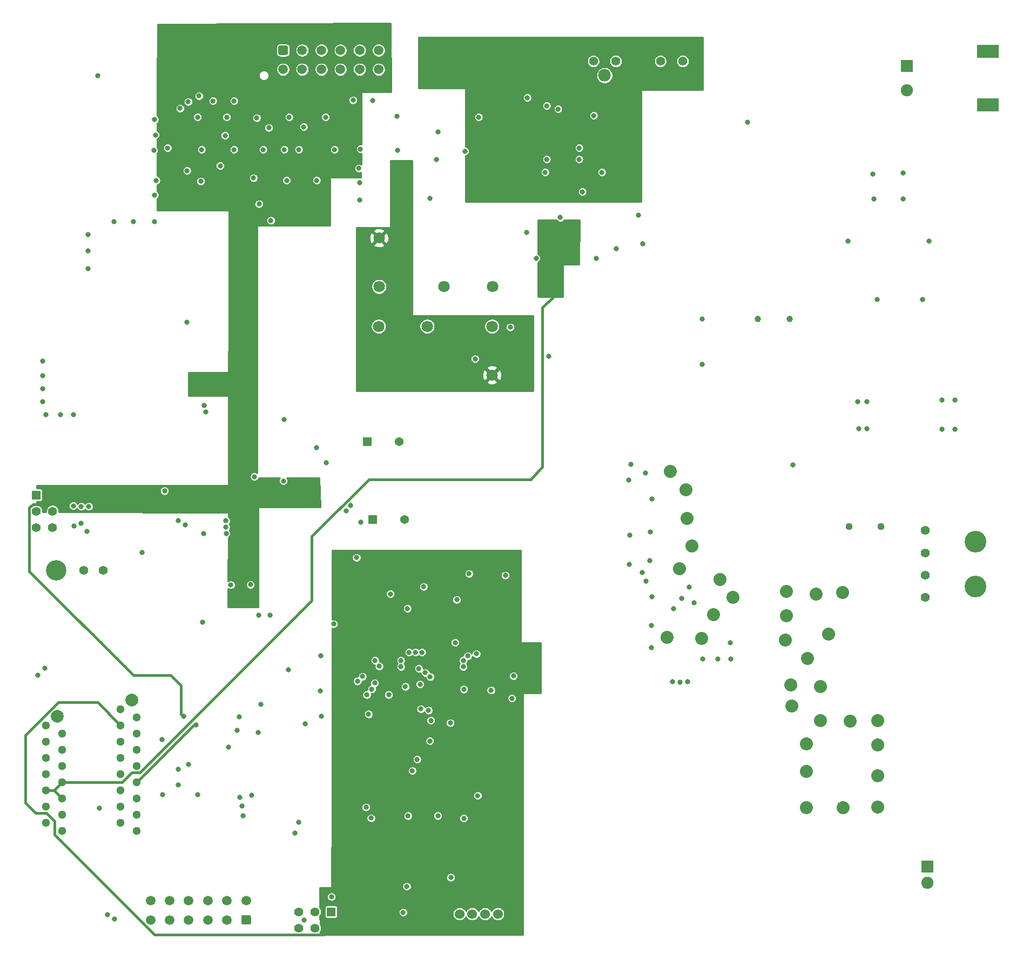
<source format=gbr>
%TF.GenerationSoftware,KiCad,Pcbnew,5.1.10-88a1d61d58~88~ubuntu20.04.1*%
%TF.CreationDate,2022-03-23T18:39:57-04:00*%
%TF.ProjectId,service_section_controller,73657276-6963-4655-9f73-656374696f6e,1.0*%
%TF.SameCoordinates,Original*%
%TF.FileFunction,Copper,L3,Inr*%
%TF.FilePolarity,Positive*%
%FSLAX46Y46*%
G04 Gerber Fmt 4.6, Leading zero omitted, Abs format (unit mm)*
G04 Created by KiCad (PCBNEW 5.1.10-88a1d61d58~88~ubuntu20.04.1) date 2022-03-23 18:39:57*
%MOMM*%
%LPD*%
G01*
G04 APERTURE LIST*
%TA.AperFunction,ComponentPad*%
%ADD10C,3.400000*%
%TD*%
%TA.AperFunction,ComponentPad*%
%ADD11C,1.397000*%
%TD*%
%TA.AperFunction,ComponentPad*%
%ADD12C,1.371600*%
%TD*%
%TA.AperFunction,ComponentPad*%
%ADD13R,1.371600X1.371600*%
%TD*%
%TA.AperFunction,ComponentPad*%
%ADD14C,1.400000*%
%TD*%
%TA.AperFunction,ComponentPad*%
%ADD15R,1.400000X1.400000*%
%TD*%
%TA.AperFunction,ComponentPad*%
%ADD16C,1.500000*%
%TD*%
%TA.AperFunction,ComponentPad*%
%ADD17C,1.000000*%
%TD*%
%TA.AperFunction,ComponentPad*%
%ADD18C,1.800000*%
%TD*%
%TA.AperFunction,WasherPad*%
%ADD19R,3.400000X2.000000*%
%TD*%
%TA.AperFunction,ComponentPad*%
%ADD20R,1.900000X1.900000*%
%TD*%
%TA.AperFunction,ComponentPad*%
%ADD21C,1.900000*%
%TD*%
%TA.AperFunction,ComponentPad*%
%ADD22C,1.524000*%
%TD*%
%TA.AperFunction,ComponentPad*%
%ADD23C,2.000000*%
%TD*%
%TA.AperFunction,ComponentPad*%
%ADD24C,1.300000*%
%TD*%
%TA.AperFunction,ComponentPad*%
%ADD25C,1.981000*%
%TD*%
%TA.AperFunction,ComponentPad*%
%ADD26C,3.200000*%
%TD*%
%TA.AperFunction,ComponentPad*%
%ADD27C,1.420000*%
%TD*%
%TA.AperFunction,ComponentPad*%
%ADD28C,1.117600*%
%TD*%
%TA.AperFunction,ViaPad*%
%ADD29C,0.800000*%
%TD*%
%TA.AperFunction,ViaPad*%
%ADD30C,2.032000*%
%TD*%
%TA.AperFunction,Conductor*%
%ADD31C,0.381000*%
%TD*%
%TA.AperFunction,Conductor*%
%ADD32C,0.254000*%
%TD*%
%TA.AperFunction,Conductor*%
%ADD33C,0.100000*%
%TD*%
G04 APERTURE END LIST*
D10*
%TO.N,*%
%TO.C,J404*%
X278801000Y-138892400D03*
D11*
%TO.N,+TS*%
X270891000Y-144142400D03*
%TO.N,-TS*%
X270891000Y-140642400D03*
D10*
%TO.N,*%
X278801000Y-145892400D03*
D11*
%TO.N,-TS*%
X270891000Y-147642400D03*
%TO.N,+TS*%
X270891000Y-137142400D03*
%TD*%
D12*
%TO.N,+AIR_COIL-*%
%TO.C,C902*%
X189331600Y-135432800D03*
D13*
%TO.N,+AIR_COIL+*%
X184327800Y-135432800D03*
%TD*%
D14*
%TO.N,+AIR_COIL-*%
%TO.C,J1001*%
X172720000Y-199390000D03*
%TO.N,PM_RESET*%
X172720000Y-196850000D03*
%TO.N,PM_MOSI*%
X175260000Y-199390000D03*
%TO.N,PM_SCK*%
X175260000Y-196850000D03*
%TO.N,+5V_BMS*%
X177800000Y-199390000D03*
D15*
%TO.N,PM_MISO*%
X177800000Y-196850000D03*
%TD*%
%TO.N,DETECT_HVD*%
%TO.C,J1101*%
%TA.AperFunction,ComponentPad*%
G36*
G01*
X169493500Y-62412500D02*
X169493500Y-61412500D01*
G75*
G02*
X169743500Y-61162500I250000J0D01*
G01*
X170743500Y-61162500D01*
G75*
G02*
X170993500Y-61412500I0J-250000D01*
G01*
X170993500Y-62412500D01*
G75*
G02*
X170743500Y-62662500I-250000J0D01*
G01*
X169743500Y-62662500D01*
G75*
G02*
X169493500Y-62412500I0J250000D01*
G01*
G37*
%TD.AperFunction*%
D16*
%TO.N,DETECT_IMD_LATCH*%
X173243500Y-61912500D03*
%TO.N,DETECT_HVD_CONN*%
X176243500Y-61912500D03*
%TO.N,DETECT_MPC*%
X179243500Y-61912500D03*
%TO.N,DETECT_BMS*%
X182243500Y-61912500D03*
%TO.N,DETECT_IMD_LATCH*%
X185243500Y-61912500D03*
%TO.N,DETECT_HVD*%
X170243500Y-64912500D03*
%TO.N,+AIR_COIL+*%
X173243500Y-64912500D03*
%TO.N,DETECT_HVD_CONN*%
X176243500Y-64912500D03*
%TO.N,DETECT_MPC*%
X179243500Y-64912500D03*
%TO.N,DETECT_BMS*%
X182243500Y-64912500D03*
%TO.N,+AIR_COIL+*%
X185243500Y-64912500D03*
%TD*%
D17*
%TO.N,+15V*%
%TO.C,L701*%
X244682000Y-104013000D03*
%TO.N,/power_secondary.sch/SW*%
X249682000Y-104013000D03*
%TD*%
D18*
%TO.N,+12V_SHUTDOWN*%
%TO.C,K801*%
X203009500Y-112776000D03*
%TO.N,DETECT_MPC*%
X185229500Y-105156000D03*
%TO.N,DETECT_BMS*%
X192849500Y-105156000D03*
%TO.N,Net-(D801-Pad1)*%
X203009500Y-105156000D03*
%TD*%
D14*
%TO.N,+AIR_COIL-*%
%TO.C,J1002*%
X134112000Y-136652000D03*
%TO.N,SM_RESET*%
X131572000Y-136652000D03*
%TO.N,SM_MOSI*%
X134112000Y-134112000D03*
%TO.N,SM_SCK*%
X131572000Y-134112000D03*
%TO.N,+5V_AIR_CONTROL*%
X134112000Y-131572000D03*
D15*
%TO.N,SM_MISO*%
X131572000Y-131572000D03*
%TD*%
D19*
%TO.N,*%
%TO.C,J802*%
X280708100Y-62115700D03*
X280708100Y-70497700D03*
D20*
%TO.N,IM*%
X268008100Y-64401700D03*
D21*
%TO.N,IP*%
X268008100Y-68211700D03*
%TD*%
D22*
%TO.N,nOCD*%
%TO.C,J801*%
X203910700Y-197180200D03*
%TO.N,VREF*%
X201910700Y-197180200D03*
%TO.N,VOUT*%
X199910700Y-197180200D03*
%TO.N,+AIR_COIL-*%
X197910700Y-197180200D03*
%TO.N,+5V_BMS*%
X195910700Y-197180200D03*
%TD*%
D16*
%TO.N,+AIR_COIL+*%
%TO.C,J*%
X149465000Y-195120000D03*
%TO.N,+AIR_COIL-*%
X152465000Y-195120000D03*
%TO.N,-AIR_COIL-*%
X155465000Y-195120000D03*
%TO.N,+AIR_COIL+*%
X158465000Y-195120000D03*
%TO.N,-AIR_AUX-*%
X161465000Y-195120000D03*
%TO.N,+5V_AIR_CONTROL*%
X164465000Y-195120000D03*
%TO.N,+AIR_COIL-*%
X149465000Y-198120000D03*
%TO.N,+AIR_COIL+*%
X152465000Y-198120000D03*
%TO.N,+AIR_AUX-*%
X155465000Y-198120000D03*
%TO.N,+5V_AIR_CONTROL*%
X158465000Y-198120000D03*
%TO.N,+AIR_COIL+*%
X161465000Y-198120000D03*
%TO.N,PRECHARGE_LSD*%
%TA.AperFunction,ComponentPad*%
G36*
G01*
X165215000Y-197620000D02*
X165215000Y-198620000D01*
G75*
G02*
X164965000Y-198870000I-250000J0D01*
G01*
X163965000Y-198870000D01*
G75*
G02*
X163715000Y-198620000I0J250000D01*
G01*
X163715000Y-197620000D01*
G75*
G02*
X163965000Y-197370000I250000J0D01*
G01*
X164965000Y-197370000D01*
G75*
G02*
X165215000Y-197620000I0J-250000D01*
G01*
G37*
%TD.AperFunction*%
%TD*%
D23*
%TO.N,N/C*%
%TO.C,J401*%
X146580000Y-163700000D03*
D24*
%TO.N,SM_RJ45_LEDO*%
X147320000Y-184150000D03*
%TO.N,SM_RJ45_LEDG*%
X144780000Y-182880000D03*
%TO.N,PM_RESET*%
X147320000Y-181610000D03*
%TO.N,PM_SCK*%
X144780000Y-180340000D03*
%TO.N,PM_MOSI*%
X147320000Y-179070000D03*
%TO.N,PM_MISO*%
X144780000Y-177800000D03*
%TO.N,+5V_AIR_CONTROL*%
X147320000Y-176530000D03*
%TO.N,PM_RJ45_LEDO*%
X144780000Y-175260000D03*
%TO.N,PM_RJ45_LEDG*%
X147320000Y-173990000D03*
%TO.N,SM_SCK*%
X147320000Y-171450000D03*
%TO.N,SM_MISO*%
X147320000Y-168910000D03*
%TO.N,+AIR_COIL-*%
X147320000Y-166370000D03*
%TO.N,SM_RESET*%
X144780000Y-172720000D03*
%TO.N,+AIR_COIL-*%
X144780000Y-165100000D03*
%TO.N,+5V_BMS*%
X144780000Y-167640000D03*
%TO.N,SM_MOSI*%
X144780000Y-170180000D03*
%TD*%
D11*
%TO.N,+AIR_COIL-*%
%TO.C,J301*%
X232905000Y-63627000D03*
X229405000Y-63627000D03*
%TO.N,+12V_IMD*%
X225905000Y-63627000D03*
D25*
%TO.N,*%
X220655000Y-65857000D03*
D11*
%TO.N,IMD_Output*%
X218905000Y-63627000D03*
%TO.N,+AIR_COIL-*%
X222405000Y-63627000D03*
%TD*%
D12*
%TO.N,+AIR_COIL-*%
%TO.C,C901*%
X188468000Y-123190000D03*
D13*
%TO.N,+AIR_COIL+*%
X183464200Y-123190000D03*
%TD*%
D20*
%TO.N,-TS*%
%TO.C,J601*%
X271221200Y-189788800D03*
D21*
%TO.N,AIL+*%
X271221200Y-192288800D03*
%TD*%
D18*
%TO.N,Net-(D301-Pad1)*%
%TO.C,K301*%
X185293000Y-98933000D03*
%TO.N,DETECT_BMS*%
X195453000Y-98933000D03*
%TO.N,DETECT_IMD_LATCH*%
X203073000Y-98933000D03*
%TO.N,+12V_SHUTDOWN*%
X185293000Y-91313000D03*
%TD*%
D24*
%TO.N,TSAL_GREEN-*%
%TO.C,J402*%
X133096000Y-172720000D03*
%TO.N,FAN_PWM*%
X133096000Y-170180000D03*
%TO.N,BSPD_CURRENT_SENSE*%
X133096000Y-167640000D03*
%TO.N,TSAL_RED-*%
X133096000Y-175260000D03*
%TO.N,CHARGE_ENABLE2*%
X135636000Y-168910000D03*
%TO.N,CHARGE_ENABLE1*%
X135636000Y-171450000D03*
%TO.N,TSAL_GREEN-*%
X135636000Y-173990000D03*
%TO.N,+12V_TSAL*%
X135636000Y-176530000D03*
X133096000Y-177800000D03*
X135636000Y-179070000D03*
%TO.N,CANL*%
X133096000Y-180340000D03*
%TO.N,CANH*%
X135636000Y-181610000D03*
%TO.N,+BATT*%
X133096000Y-182880000D03*
%TO.N,+AIR_COIL-*%
X135636000Y-184150000D03*
D23*
%TO.N,N/C*%
X134896000Y-166240000D03*
%TD*%
D26*
%TO.N,*%
%TO.C,J405*%
X134696200Y-143332200D03*
D27*
%TO.N,+AIR_COIL-*%
X139016200Y-143332200D03*
%TO.N,+AIR_COIL+*%
X142016200Y-143332200D03*
%TD*%
D28*
%TO.N,TS+_FUSED*%
%TO.C,F701*%
X258978400Y-136550400D03*
%TO.N,+TS*%
X263978400Y-136550400D03*
%TD*%
D29*
%TO.N,BSPD_CURRENT_SENSE*%
X190500000Y-174764610D03*
X191262000Y-172974000D03*
X193256304Y-170090696D03*
X197231000Y-154686000D03*
X141440000Y-180610000D03*
X183260000Y-180470000D03*
%TO.N,+AIR_COIL-*%
X243078000Y-73152000D03*
X211582000Y-70612000D03*
X167132000Y-77470000D03*
X172720000Y-77470000D03*
X178308000Y-77470000D03*
X152146000Y-77216000D03*
X157480000Y-77470000D03*
X162560000Y-77470000D03*
X141224000Y-65913000D03*
X198755000Y-77724000D03*
X200914000Y-72390000D03*
X194310000Y-78994000D03*
X205867000Y-105283000D03*
X208534000Y-69342000D03*
X211582000Y-78994000D03*
X218948000Y-72136000D03*
X219329000Y-94488000D03*
X217170000Y-84074000D03*
X211328000Y-81026000D03*
X220218000Y-81026000D03*
X194564000Y-74676000D03*
X216662000Y-77216000D03*
X150063200Y-88747600D03*
X146761200Y-88747600D03*
X143713200Y-88747600D03*
X139649200Y-90779600D03*
X139649200Y-93319600D03*
X139649200Y-96113600D03*
X155143200Y-104495600D03*
X209931000Y-94488000D03*
X132537200Y-110591600D03*
X132537200Y-112877600D03*
X132537200Y-114909600D03*
X132537200Y-116941600D03*
X133045200Y-118973600D03*
X135331200Y-118973600D03*
X137363200Y-118973600D03*
X189814200Y-181813200D03*
X198577200Y-182194200D03*
X184048400Y-182168800D03*
X189077600Y-196951600D03*
X194513200Y-181813200D03*
X189636400Y-192887600D03*
X165354000Y-178562000D03*
X173736000Y-167386000D03*
X166751000Y-164338000D03*
X178181000Y-151765000D03*
X189738000Y-149352000D03*
X187071000Y-147066000D03*
X192278000Y-145923000D03*
X197485000Y-147955000D03*
X191008000Y-156210000D03*
X199390000Y-143891000D03*
X205105000Y-144145000D03*
X196469000Y-167259000D03*
X193421000Y-166878000D03*
X199205775Y-156774764D03*
X196549654Y-191469654D03*
X151675000Y-130925000D03*
X165750000Y-128700000D03*
X170300000Y-129375000D03*
X170425000Y-119725000D03*
X165150000Y-145600000D03*
X176100000Y-162250000D03*
X176175000Y-156725000D03*
X148110000Y-140570000D03*
X213720000Y-88120000D03*
X200761600Y-178663600D03*
X206363800Y-159918400D03*
X161696400Y-171018200D03*
%TO.N,Net-(C301-Pad1)*%
X213360000Y-71120000D03*
X216662000Y-78994000D03*
%TO.N,/power_secondary.sch/SW*%
X263398000Y-100965000D03*
%TO.N,/power_secondary.sch/FB*%
X250190000Y-126873000D03*
%TO.N,+AIR_COIL+*%
X188130000Y-72280000D03*
X193240000Y-85150000D03*
X157590000Y-151520000D03*
X182422800Y-135839200D03*
%TO.N,Net-(C1008-Pad1)*%
X162050000Y-145650000D03*
%TO.N,Net-(D501-Pad2)*%
X156845000Y-72390000D03*
X154101801Y-71018399D03*
%TO.N,Net-(D502-Pad2)*%
X161417000Y-72390000D03*
X155371800Y-69977000D03*
%TO.N,Net-(D504-Pad2)*%
X176911000Y-72390000D03*
X162560000Y-69850000D03*
%TO.N,Net-(D505-Pad2)*%
X171196000Y-72390000D03*
X159258000Y-69850000D03*
%TO.N,Net-(D506-Pad2)*%
X166116000Y-72517000D03*
X157073600Y-69062600D03*
%TO.N,Net-(D601-Pad2)*%
X232511600Y-160883600D03*
X227838000Y-137363200D03*
%TO.N,PM_RESET*%
X191516000Y-158756204D03*
X184658000Y-157480000D03*
%TO.N,CHARGE_ENABLE2*%
X192540000Y-159410000D03*
%TO.N,CHARGE_ENABLE1*%
X193313480Y-160043824D03*
X172110000Y-184550000D03*
X172730000Y-182850000D03*
X183640000Y-165890000D03*
X186810000Y-162850001D03*
X189411854Y-161581854D03*
X191730000Y-161220000D03*
%TO.N,BMS_RELAY_DRIVE*%
X198595520Y-161998999D03*
X200558009Y-156435152D03*
X200350000Y-110250000D03*
X211861400Y-109804200D03*
%TO.N,/micros/PM_DBG_2*%
X183375000Y-162850000D03*
X181925000Y-160725000D03*
%TO.N,/micros/PM_DBG_1*%
X184173033Y-161969259D03*
X182702854Y-160002854D03*
%TO.N,MOSI_ISO*%
X192008003Y-156210000D03*
X198501000Y-157484197D03*
%TO.N,MISO_ISO*%
X198501000Y-158484200D03*
X190007997Y-156210000D03*
%TO.N,PM_MOSI*%
X188722000Y-157480000D03*
X185322004Y-158398004D03*
X143870000Y-197950000D03*
X173530000Y-198160000D03*
%TO.N,PM_MISO*%
X188722000Y-158480003D03*
X184616296Y-161016296D03*
X142736854Y-197283146D03*
X177840000Y-194500000D03*
%TO.N,SM_MISO*%
X161271441Y-136599594D03*
X154910044Y-136276200D03*
%TO.N,SM_RESET*%
X161323258Y-137598252D03*
X157800000Y-137628601D03*
X131850000Y-159840000D03*
X132877757Y-158692243D03*
%TO.N,SM_MOSI*%
X161300000Y-135600000D03*
X153825000Y-135600000D03*
X137500000Y-136430000D03*
X137370000Y-133260000D03*
%TO.N,FAN_PWM*%
X181760000Y-141370000D03*
%TO.N,TSAL_GREEN-*%
X222490000Y-93010000D03*
%TO.N,TSAL_RED-*%
X208430000Y-90430000D03*
%TO.N,CANL*%
X157850000Y-117580000D03*
X180806200Y-133207980D03*
X175500000Y-124180000D03*
%TO.N,CANH*%
X158126201Y-118580000D03*
X180130000Y-134090000D03*
X177050000Y-126510000D03*
%TO.N,-AIR_COIL-*%
X155460000Y-173810000D03*
X171100000Y-158980000D03*
%TO.N,-AIR_AUX-*%
X166380000Y-168790000D03*
X163510809Y-178936315D03*
%TO.N,+AIR_AUX-*%
X156860000Y-178550000D03*
X163068000Y-168402000D03*
%TO.N,PRECHARGE_LSD*%
X163360000Y-166320000D03*
X163810000Y-180300000D03*
%TO.N,DETECT_IMD_LATCH*%
X149987000Y-77597000D03*
X173482000Y-73914000D03*
X184277000Y-69786500D03*
X181229000Y-69723000D03*
%TO.N,DETECT_BMS*%
X150114000Y-72771000D03*
X168021000Y-74041000D03*
X170434000Y-77470000D03*
X188225000Y-77575000D03*
%TO.N,DETECT_MPC*%
X150368000Y-82296000D03*
X160401000Y-80010000D03*
X168338500Y-88582500D03*
X165608000Y-81915000D03*
%TO.N,SS_HVD_CONN*%
X150114000Y-84582000D03*
X157353000Y-82423000D03*
%TO.N,DETECT_HVD_CONN*%
X150241000Y-75184000D03*
X161163000Y-75269790D03*
%TO.N,SS_HVD*%
X155194000Y-80772000D03*
X182372000Y-77393809D03*
%TO.N,SS_MPC*%
X182245000Y-85344000D03*
X166497000Y-85979000D03*
%TO.N,SS_BMS*%
X182245000Y-82677000D03*
X170815000Y-82296000D03*
%TO.N,SS_IMD_LATCH*%
X182118000Y-80391000D03*
X175514000Y-82296000D03*
%TO.N,Net-(R602-Pad1)*%
X232714800Y-147777200D03*
X233680000Y-160832800D03*
D30*
%TO.N,Net-(R604-Pad1)*%
X237693200Y-150317200D03*
X234315000Y-139573000D03*
X233553000Y-135255000D03*
X233426000Y-130759200D03*
X230962200Y-127914400D03*
X238760000Y-144830800D03*
X240741200Y-147624800D03*
X232359200Y-143103600D03*
X230428800Y-153873200D03*
X235839000Y-154051000D03*
D29*
X228066600Y-132232400D03*
X224790000Y-126796800D03*
X224561400Y-137896600D03*
X224485200Y-142468600D03*
X227990400Y-155448000D03*
X227990400Y-152019000D03*
X228066600Y-147548600D03*
X226568000Y-143738600D03*
X227761800Y-141884400D03*
X238404400Y-157276800D03*
X236067600Y-157276800D03*
X233934000Y-145999200D03*
X234657900Y-148463000D03*
X231432100Y-149415500D03*
X240436400Y-157226000D03*
X240385600Y-154686000D03*
%TO.N,Net-(R605-Pad1)*%
X231292400Y-160782000D03*
X227114189Y-145046611D03*
%TO.N,AIL+*%
X224432346Y-129262654D03*
X227025200Y-128168400D03*
%TO.N,Net-(R809-Pad1)*%
X226640000Y-92230000D03*
X206130000Y-163400000D03*
%TO.N,Net-(R810-Pad2)*%
X225963800Y-87740000D03*
X202850000Y-162160000D03*
%TO.N,Net-(R1012-Pad2)*%
X138600000Y-136000000D03*
X138620000Y-133370000D03*
%TO.N,Net-(R1013-Pad2)*%
X139540000Y-137240000D03*
X139770000Y-133370000D03*
%TO.N,Net-(R1004-Pad2)*%
X151310000Y-169910000D03*
X191840000Y-165080000D03*
X153820809Y-176987200D03*
X153820809Y-174498000D03*
%TO.N,Net-(R1005-Pad2)*%
X151390000Y-178540000D03*
X193040965Y-165300965D03*
%TO.N,+15V*%
X258826000Y-91821000D03*
X262890000Y-85217000D03*
X235966000Y-104013000D03*
X262686800Y-81280000D03*
D30*
X252272800Y-170586400D03*
X263499600Y-166928800D03*
X259130800Y-166979600D03*
X254457200Y-166878000D03*
X254508000Y-161594800D03*
X249834400Y-161340800D03*
X249986800Y-164592000D03*
X252323600Y-174853600D03*
X252323600Y-180543200D03*
X258064000Y-180543200D03*
X263499600Y-180492400D03*
X263499600Y-175564800D03*
X263499600Y-170688000D03*
X252476000Y-157175200D03*
X255778000Y-153365200D03*
X249021600Y-154330400D03*
X249174000Y-146710400D03*
X253796800Y-147116800D03*
X249123200Y-150469600D03*
X257962400Y-146862800D03*
D29*
%TO.N,Net-(C705-Pad1)*%
X235966000Y-111125000D03*
%TO.N,+12V_IMD*%
X200406000Y-81280000D03*
X210312000Y-73152000D03*
X212344000Y-76454000D03*
X214630000Y-85344000D03*
X193040000Y-66548000D03*
X201391414Y-84683586D03*
%TO.N,+12V_TSAL*%
X214757000Y-92964000D03*
X213207600Y-99796600D03*
%TO.N,+5V_BMS*%
X198577200Y-187147200D03*
X189814200Y-176860200D03*
X184099200Y-186994800D03*
X184200800Y-196900800D03*
X201930000Y-191770000D03*
X191109600Y-187655200D03*
X205105000Y-148844000D03*
X197612000Y-142875000D03*
X191770000Y-149479000D03*
X209677000Y-161544000D03*
X189103000Y-168656000D03*
X199644000Y-161998999D03*
X202819000Y-152908000D03*
X207230000Y-193120000D03*
%TO.N,+5V_AIR_CONTROL*%
X166624000Y-84328000D03*
X171450000Y-84328000D03*
X176276000Y-84328000D03*
X161798000Y-84328000D03*
X156972000Y-84074000D03*
X151638000Y-84201000D03*
X175125000Y-129425000D03*
X172350000Y-132000000D03*
X165825000Y-130725000D03*
X164875000Y-148425000D03*
X163990000Y-181850000D03*
X176290000Y-166250000D03*
X168210000Y-150390000D03*
X166410000Y-150390000D03*
X156606240Y-167553640D03*
X154645360Y-166263320D03*
X158902400Y-112877600D03*
X158877000Y-114198400D03*
X158851600Y-115519200D03*
X157530800Y-112877600D03*
X157530800Y-115570000D03*
%TO.N,-TS*%
X267462000Y-81153000D03*
X273558000Y-121285000D03*
X275590000Y-121285000D03*
X275590000Y-116713000D03*
X273558000Y-116713000D03*
X267462000Y-85217000D03*
X271526000Y-91821000D03*
X270510000Y-100965000D03*
%TO.N,TS+_FUSED*%
X260350000Y-116967000D03*
X261747000Y-116967000D03*
X260477000Y-121158000D03*
X261747000Y-121158000D03*
%TD*%
D31*
%TO.N,+12V_TSAL*%
X134366000Y-177800000D02*
X135636000Y-179070000D01*
X133096000Y-177800000D02*
X134366000Y-177800000D01*
X134986001Y-177179999D02*
X134366000Y-177800000D01*
X135636000Y-176530000D02*
X134986001Y-177179999D01*
X147819441Y-175030501D02*
X174720000Y-148129942D01*
X145049942Y-176530000D02*
X146549441Y-175030501D01*
X174770000Y-143180000D02*
X174770000Y-138074238D01*
X146549441Y-175030501D02*
X147819441Y-175030501D01*
X174720000Y-143230000D02*
X174770000Y-143180000D01*
X135636000Y-176530000D02*
X145049942Y-176530000D01*
X209110000Y-129045280D02*
X210921600Y-127233680D01*
X174770000Y-138074238D02*
X183724238Y-129120000D01*
X209110000Y-129120000D02*
X209110000Y-129045280D01*
X212813799Y-100342599D02*
X212013800Y-99542600D01*
X174720000Y-148129942D02*
X174720000Y-143230000D01*
X210921600Y-127233680D02*
X210921600Y-102234798D01*
X183724238Y-129120000D02*
X209110000Y-129120000D01*
X210921600Y-102234798D02*
X212813799Y-100342599D01*
%TO.N,+5V_BMS*%
X134416800Y-182660858D02*
X134416800Y-184759742D01*
X150107058Y-200450000D02*
X151140000Y-200450000D01*
X133136443Y-181380501D02*
X134416800Y-182660858D01*
X134416800Y-184759742D02*
X150107058Y-200450000D01*
X131470501Y-181380501D02*
X133136443Y-181380501D01*
X129890000Y-169188058D02*
X129890000Y-179800000D01*
X135018058Y-164060000D02*
X129890000Y-169188058D01*
X129890000Y-179800000D02*
X131470501Y-181380501D01*
X141200000Y-164060000D02*
X135018058Y-164060000D01*
X144780000Y-167640000D02*
X141200000Y-164060000D01*
X177100001Y-200089999D02*
X177800000Y-199390000D01*
X176709499Y-200480501D02*
X177100001Y-200089999D01*
X151170501Y-200480501D02*
X176709499Y-200480501D01*
X151140000Y-200450000D02*
X151170501Y-200480501D01*
%TO.N,+5V_AIR_CONTROL*%
X156296360Y-167553640D02*
X156606240Y-167553640D01*
X147320000Y-176530000D02*
X156296360Y-167553640D01*
X135202501Y-132662501D02*
X134811999Y-132271999D01*
X134811999Y-132271999D02*
X134112000Y-131572000D01*
X131048559Y-133021499D02*
X132662501Y-133021499D01*
X130481499Y-133588559D02*
X131048559Y-133021499D01*
X130481499Y-143537099D02*
X130481499Y-133588559D01*
X146766483Y-159822083D02*
X130481499Y-143537099D01*
X132662501Y-133021499D02*
X134112000Y-131572000D01*
X152659283Y-159822083D02*
X146766483Y-159822083D01*
X154245361Y-161408161D02*
X152659283Y-159822083D01*
X154245361Y-165863321D02*
X154245361Y-161408161D01*
X154645360Y-166263320D02*
X154245361Y-165863321D01*
%TD*%
D32*
%TO.N,+12V_SHUTDOWN*%
X190498000Y-103399869D02*
X190500415Y-103424648D01*
X190507617Y-103448480D01*
X190519331Y-103470449D01*
X190535105Y-103489710D01*
X190554334Y-103505524D01*
X190576279Y-103517283D01*
X190600096Y-103524534D01*
X190625000Y-103527000D01*
X209472469Y-103527000D01*
X209423529Y-115248000D01*
X181752000Y-115248000D01*
X181752000Y-113840080D01*
X202125025Y-113840080D01*
X202208708Y-114094261D01*
X202481275Y-114225158D01*
X202774142Y-114300365D01*
X203076053Y-114316991D01*
X203375407Y-114274397D01*
X203660699Y-114174222D01*
X203810292Y-114094261D01*
X203893975Y-113840080D01*
X203009500Y-112955605D01*
X202125025Y-113840080D01*
X181752000Y-113840080D01*
X181752000Y-112842553D01*
X201468509Y-112842553D01*
X201511103Y-113141907D01*
X201611278Y-113427199D01*
X201691239Y-113576792D01*
X201945420Y-113660475D01*
X202829895Y-112776000D01*
X203189105Y-112776000D01*
X204073580Y-113660475D01*
X204327761Y-113576792D01*
X204458658Y-113304225D01*
X204533865Y-113011358D01*
X204550491Y-112709447D01*
X204507897Y-112410093D01*
X204407722Y-112124801D01*
X204327761Y-111975208D01*
X204073580Y-111891525D01*
X203189105Y-112776000D01*
X202829895Y-112776000D01*
X201945420Y-111891525D01*
X201691239Y-111975208D01*
X201560342Y-112247775D01*
X201485135Y-112540642D01*
X201468509Y-112842553D01*
X181752000Y-112842553D01*
X181752000Y-111711920D01*
X202125025Y-111711920D01*
X203009500Y-112596395D01*
X203893975Y-111711920D01*
X203810292Y-111457739D01*
X203537725Y-111326842D01*
X203244858Y-111251635D01*
X202942947Y-111235009D01*
X202643593Y-111277603D01*
X202358301Y-111377778D01*
X202208708Y-111457739D01*
X202125025Y-111711920D01*
X181752000Y-111711920D01*
X181752000Y-110178397D01*
X199623000Y-110178397D01*
X199623000Y-110321603D01*
X199650938Y-110462058D01*
X199705741Y-110594364D01*
X199785302Y-110713436D01*
X199886564Y-110814698D01*
X200005636Y-110894259D01*
X200137942Y-110949062D01*
X200278397Y-110977000D01*
X200421603Y-110977000D01*
X200562058Y-110949062D01*
X200694364Y-110894259D01*
X200813436Y-110814698D01*
X200914698Y-110713436D01*
X200994259Y-110594364D01*
X201049062Y-110462058D01*
X201077000Y-110321603D01*
X201077000Y-110178397D01*
X201049062Y-110037942D01*
X200994259Y-109905636D01*
X200914698Y-109786564D01*
X200813436Y-109685302D01*
X200694364Y-109605741D01*
X200562058Y-109550938D01*
X200421603Y-109523000D01*
X200278397Y-109523000D01*
X200137942Y-109550938D01*
X200005636Y-109605741D01*
X199886564Y-109685302D01*
X199785302Y-109786564D01*
X199705741Y-109905636D01*
X199650938Y-110037942D01*
X199623000Y-110178397D01*
X181752000Y-110178397D01*
X181752000Y-105035151D01*
X184002500Y-105035151D01*
X184002500Y-105276849D01*
X184049653Y-105513903D01*
X184142147Y-105737202D01*
X184276427Y-105938167D01*
X184447333Y-106109073D01*
X184648298Y-106243353D01*
X184871597Y-106335847D01*
X185108651Y-106383000D01*
X185350349Y-106383000D01*
X185587403Y-106335847D01*
X185810702Y-106243353D01*
X186011667Y-106109073D01*
X186182573Y-105938167D01*
X186316853Y-105737202D01*
X186409347Y-105513903D01*
X186456500Y-105276849D01*
X186456500Y-105035151D01*
X191622500Y-105035151D01*
X191622500Y-105276849D01*
X191669653Y-105513903D01*
X191762147Y-105737202D01*
X191896427Y-105938167D01*
X192067333Y-106109073D01*
X192268298Y-106243353D01*
X192491597Y-106335847D01*
X192728651Y-106383000D01*
X192970349Y-106383000D01*
X193207403Y-106335847D01*
X193430702Y-106243353D01*
X193631667Y-106109073D01*
X193802573Y-105938167D01*
X193936853Y-105737202D01*
X194029347Y-105513903D01*
X194076500Y-105276849D01*
X194076500Y-105035151D01*
X201782500Y-105035151D01*
X201782500Y-105276849D01*
X201829653Y-105513903D01*
X201922147Y-105737202D01*
X202056427Y-105938167D01*
X202227333Y-106109073D01*
X202428298Y-106243353D01*
X202651597Y-106335847D01*
X202888651Y-106383000D01*
X203130349Y-106383000D01*
X203367403Y-106335847D01*
X203590702Y-106243353D01*
X203791667Y-106109073D01*
X203962573Y-105938167D01*
X204096853Y-105737202D01*
X204189347Y-105513903D01*
X204236500Y-105276849D01*
X204236500Y-105211397D01*
X205140000Y-105211397D01*
X205140000Y-105354603D01*
X205167938Y-105495058D01*
X205222741Y-105627364D01*
X205302302Y-105746436D01*
X205403564Y-105847698D01*
X205522636Y-105927259D01*
X205654942Y-105982062D01*
X205795397Y-106010000D01*
X205938603Y-106010000D01*
X206079058Y-105982062D01*
X206211364Y-105927259D01*
X206330436Y-105847698D01*
X206431698Y-105746436D01*
X206511259Y-105627364D01*
X206566062Y-105495058D01*
X206594000Y-105354603D01*
X206594000Y-105211397D01*
X206566062Y-105070942D01*
X206511259Y-104938636D01*
X206431698Y-104819564D01*
X206330436Y-104718302D01*
X206211364Y-104638741D01*
X206079058Y-104583938D01*
X205938603Y-104556000D01*
X205795397Y-104556000D01*
X205654942Y-104583938D01*
X205522636Y-104638741D01*
X205403564Y-104718302D01*
X205302302Y-104819564D01*
X205222741Y-104938636D01*
X205167938Y-105070942D01*
X205140000Y-105211397D01*
X204236500Y-105211397D01*
X204236500Y-105035151D01*
X204189347Y-104798097D01*
X204096853Y-104574798D01*
X203962573Y-104373833D01*
X203791667Y-104202927D01*
X203590702Y-104068647D01*
X203367403Y-103976153D01*
X203130349Y-103929000D01*
X202888651Y-103929000D01*
X202651597Y-103976153D01*
X202428298Y-104068647D01*
X202227333Y-104202927D01*
X202056427Y-104373833D01*
X201922147Y-104574798D01*
X201829653Y-104798097D01*
X201782500Y-105035151D01*
X194076500Y-105035151D01*
X194029347Y-104798097D01*
X193936853Y-104574798D01*
X193802573Y-104373833D01*
X193631667Y-104202927D01*
X193430702Y-104068647D01*
X193207403Y-103976153D01*
X192970349Y-103929000D01*
X192728651Y-103929000D01*
X192491597Y-103976153D01*
X192268298Y-104068647D01*
X192067333Y-104202927D01*
X191896427Y-104373833D01*
X191762147Y-104574798D01*
X191669653Y-104798097D01*
X191622500Y-105035151D01*
X186456500Y-105035151D01*
X186409347Y-104798097D01*
X186316853Y-104574798D01*
X186182573Y-104373833D01*
X186011667Y-104202927D01*
X185810702Y-104068647D01*
X185587403Y-103976153D01*
X185350349Y-103929000D01*
X185108651Y-103929000D01*
X184871597Y-103976153D01*
X184648298Y-104068647D01*
X184447333Y-104202927D01*
X184276427Y-104373833D01*
X184142147Y-104574798D01*
X184049653Y-104798097D01*
X184002500Y-105035151D01*
X181752000Y-105035151D01*
X181752000Y-98812151D01*
X184066000Y-98812151D01*
X184066000Y-99053849D01*
X184113153Y-99290903D01*
X184205647Y-99514202D01*
X184339927Y-99715167D01*
X184510833Y-99886073D01*
X184711798Y-100020353D01*
X184935097Y-100112847D01*
X185172151Y-100160000D01*
X185413849Y-100160000D01*
X185650903Y-100112847D01*
X185874202Y-100020353D01*
X186075167Y-99886073D01*
X186246073Y-99715167D01*
X186380353Y-99514202D01*
X186472847Y-99290903D01*
X186520000Y-99053849D01*
X186520000Y-98812151D01*
X186472847Y-98575097D01*
X186380353Y-98351798D01*
X186246073Y-98150833D01*
X186075167Y-97979927D01*
X185874202Y-97845647D01*
X185650903Y-97753153D01*
X185413849Y-97706000D01*
X185172151Y-97706000D01*
X184935097Y-97753153D01*
X184711798Y-97845647D01*
X184510833Y-97979927D01*
X184339927Y-98150833D01*
X184205647Y-98351798D01*
X184113153Y-98575097D01*
X184066000Y-98812151D01*
X181752000Y-98812151D01*
X181752000Y-92377080D01*
X184408525Y-92377080D01*
X184492208Y-92631261D01*
X184764775Y-92762158D01*
X185057642Y-92837365D01*
X185359553Y-92853991D01*
X185658907Y-92811397D01*
X185944199Y-92711222D01*
X186093792Y-92631261D01*
X186177475Y-92377080D01*
X185293000Y-91492605D01*
X184408525Y-92377080D01*
X181752000Y-92377080D01*
X181752000Y-91379553D01*
X183752009Y-91379553D01*
X183794603Y-91678907D01*
X183894778Y-91964199D01*
X183974739Y-92113792D01*
X184228920Y-92197475D01*
X185113395Y-91313000D01*
X185472605Y-91313000D01*
X186357080Y-92197475D01*
X186611261Y-92113792D01*
X186742158Y-91841225D01*
X186817365Y-91548358D01*
X186833991Y-91246447D01*
X186791397Y-90947093D01*
X186691222Y-90661801D01*
X186611261Y-90512208D01*
X186357080Y-90428525D01*
X185472605Y-91313000D01*
X185113395Y-91313000D01*
X184228920Y-90428525D01*
X183974739Y-90512208D01*
X183843842Y-90784775D01*
X183768635Y-91077642D01*
X183752009Y-91379553D01*
X181752000Y-91379553D01*
X181752000Y-90248920D01*
X184408525Y-90248920D01*
X185293000Y-91133395D01*
X186177475Y-90248920D01*
X186093792Y-89994739D01*
X185821225Y-89863842D01*
X185528358Y-89788635D01*
X185226447Y-89772009D01*
X184927093Y-89814603D01*
X184641801Y-89914778D01*
X184492208Y-89994739D01*
X184408525Y-90248920D01*
X181752000Y-90248920D01*
X181752000Y-89670752D01*
X181779121Y-89675272D01*
X181800000Y-89677000D01*
X186975000Y-89677000D01*
X186999776Y-89674560D01*
X187023601Y-89667333D01*
X187045557Y-89655597D01*
X187064803Y-89639803D01*
X187080597Y-89620557D01*
X187092333Y-89598601D01*
X187099560Y-89574776D01*
X187102000Y-89550000D01*
X187102000Y-79202000D01*
X190522869Y-79202000D01*
X190498000Y-103399869D01*
%TA.AperFunction,Conductor*%
D33*
G36*
X190498000Y-103399869D02*
G01*
X190500415Y-103424648D01*
X190507617Y-103448480D01*
X190519331Y-103470449D01*
X190535105Y-103489710D01*
X190554334Y-103505524D01*
X190576279Y-103517283D01*
X190600096Y-103524534D01*
X190625000Y-103527000D01*
X209472469Y-103527000D01*
X209423529Y-115248000D01*
X181752000Y-115248000D01*
X181752000Y-113840080D01*
X202125025Y-113840080D01*
X202208708Y-114094261D01*
X202481275Y-114225158D01*
X202774142Y-114300365D01*
X203076053Y-114316991D01*
X203375407Y-114274397D01*
X203660699Y-114174222D01*
X203810292Y-114094261D01*
X203893975Y-113840080D01*
X203009500Y-112955605D01*
X202125025Y-113840080D01*
X181752000Y-113840080D01*
X181752000Y-112842553D01*
X201468509Y-112842553D01*
X201511103Y-113141907D01*
X201611278Y-113427199D01*
X201691239Y-113576792D01*
X201945420Y-113660475D01*
X202829895Y-112776000D01*
X203189105Y-112776000D01*
X204073580Y-113660475D01*
X204327761Y-113576792D01*
X204458658Y-113304225D01*
X204533865Y-113011358D01*
X204550491Y-112709447D01*
X204507897Y-112410093D01*
X204407722Y-112124801D01*
X204327761Y-111975208D01*
X204073580Y-111891525D01*
X203189105Y-112776000D01*
X202829895Y-112776000D01*
X201945420Y-111891525D01*
X201691239Y-111975208D01*
X201560342Y-112247775D01*
X201485135Y-112540642D01*
X201468509Y-112842553D01*
X181752000Y-112842553D01*
X181752000Y-111711920D01*
X202125025Y-111711920D01*
X203009500Y-112596395D01*
X203893975Y-111711920D01*
X203810292Y-111457739D01*
X203537725Y-111326842D01*
X203244858Y-111251635D01*
X202942947Y-111235009D01*
X202643593Y-111277603D01*
X202358301Y-111377778D01*
X202208708Y-111457739D01*
X202125025Y-111711920D01*
X181752000Y-111711920D01*
X181752000Y-110178397D01*
X199623000Y-110178397D01*
X199623000Y-110321603D01*
X199650938Y-110462058D01*
X199705741Y-110594364D01*
X199785302Y-110713436D01*
X199886564Y-110814698D01*
X200005636Y-110894259D01*
X200137942Y-110949062D01*
X200278397Y-110977000D01*
X200421603Y-110977000D01*
X200562058Y-110949062D01*
X200694364Y-110894259D01*
X200813436Y-110814698D01*
X200914698Y-110713436D01*
X200994259Y-110594364D01*
X201049062Y-110462058D01*
X201077000Y-110321603D01*
X201077000Y-110178397D01*
X201049062Y-110037942D01*
X200994259Y-109905636D01*
X200914698Y-109786564D01*
X200813436Y-109685302D01*
X200694364Y-109605741D01*
X200562058Y-109550938D01*
X200421603Y-109523000D01*
X200278397Y-109523000D01*
X200137942Y-109550938D01*
X200005636Y-109605741D01*
X199886564Y-109685302D01*
X199785302Y-109786564D01*
X199705741Y-109905636D01*
X199650938Y-110037942D01*
X199623000Y-110178397D01*
X181752000Y-110178397D01*
X181752000Y-105035151D01*
X184002500Y-105035151D01*
X184002500Y-105276849D01*
X184049653Y-105513903D01*
X184142147Y-105737202D01*
X184276427Y-105938167D01*
X184447333Y-106109073D01*
X184648298Y-106243353D01*
X184871597Y-106335847D01*
X185108651Y-106383000D01*
X185350349Y-106383000D01*
X185587403Y-106335847D01*
X185810702Y-106243353D01*
X186011667Y-106109073D01*
X186182573Y-105938167D01*
X186316853Y-105737202D01*
X186409347Y-105513903D01*
X186456500Y-105276849D01*
X186456500Y-105035151D01*
X191622500Y-105035151D01*
X191622500Y-105276849D01*
X191669653Y-105513903D01*
X191762147Y-105737202D01*
X191896427Y-105938167D01*
X192067333Y-106109073D01*
X192268298Y-106243353D01*
X192491597Y-106335847D01*
X192728651Y-106383000D01*
X192970349Y-106383000D01*
X193207403Y-106335847D01*
X193430702Y-106243353D01*
X193631667Y-106109073D01*
X193802573Y-105938167D01*
X193936853Y-105737202D01*
X194029347Y-105513903D01*
X194076500Y-105276849D01*
X194076500Y-105035151D01*
X201782500Y-105035151D01*
X201782500Y-105276849D01*
X201829653Y-105513903D01*
X201922147Y-105737202D01*
X202056427Y-105938167D01*
X202227333Y-106109073D01*
X202428298Y-106243353D01*
X202651597Y-106335847D01*
X202888651Y-106383000D01*
X203130349Y-106383000D01*
X203367403Y-106335847D01*
X203590702Y-106243353D01*
X203791667Y-106109073D01*
X203962573Y-105938167D01*
X204096853Y-105737202D01*
X204189347Y-105513903D01*
X204236500Y-105276849D01*
X204236500Y-105211397D01*
X205140000Y-105211397D01*
X205140000Y-105354603D01*
X205167938Y-105495058D01*
X205222741Y-105627364D01*
X205302302Y-105746436D01*
X205403564Y-105847698D01*
X205522636Y-105927259D01*
X205654942Y-105982062D01*
X205795397Y-106010000D01*
X205938603Y-106010000D01*
X206079058Y-105982062D01*
X206211364Y-105927259D01*
X206330436Y-105847698D01*
X206431698Y-105746436D01*
X206511259Y-105627364D01*
X206566062Y-105495058D01*
X206594000Y-105354603D01*
X206594000Y-105211397D01*
X206566062Y-105070942D01*
X206511259Y-104938636D01*
X206431698Y-104819564D01*
X206330436Y-104718302D01*
X206211364Y-104638741D01*
X206079058Y-104583938D01*
X205938603Y-104556000D01*
X205795397Y-104556000D01*
X205654942Y-104583938D01*
X205522636Y-104638741D01*
X205403564Y-104718302D01*
X205302302Y-104819564D01*
X205222741Y-104938636D01*
X205167938Y-105070942D01*
X205140000Y-105211397D01*
X204236500Y-105211397D01*
X204236500Y-105035151D01*
X204189347Y-104798097D01*
X204096853Y-104574798D01*
X203962573Y-104373833D01*
X203791667Y-104202927D01*
X203590702Y-104068647D01*
X203367403Y-103976153D01*
X203130349Y-103929000D01*
X202888651Y-103929000D01*
X202651597Y-103976153D01*
X202428298Y-104068647D01*
X202227333Y-104202927D01*
X202056427Y-104373833D01*
X201922147Y-104574798D01*
X201829653Y-104798097D01*
X201782500Y-105035151D01*
X194076500Y-105035151D01*
X194029347Y-104798097D01*
X193936853Y-104574798D01*
X193802573Y-104373833D01*
X193631667Y-104202927D01*
X193430702Y-104068647D01*
X193207403Y-103976153D01*
X192970349Y-103929000D01*
X192728651Y-103929000D01*
X192491597Y-103976153D01*
X192268298Y-104068647D01*
X192067333Y-104202927D01*
X191896427Y-104373833D01*
X191762147Y-104574798D01*
X191669653Y-104798097D01*
X191622500Y-105035151D01*
X186456500Y-105035151D01*
X186409347Y-104798097D01*
X186316853Y-104574798D01*
X186182573Y-104373833D01*
X186011667Y-104202927D01*
X185810702Y-104068647D01*
X185587403Y-103976153D01*
X185350349Y-103929000D01*
X185108651Y-103929000D01*
X184871597Y-103976153D01*
X184648298Y-104068647D01*
X184447333Y-104202927D01*
X184276427Y-104373833D01*
X184142147Y-104574798D01*
X184049653Y-104798097D01*
X184002500Y-105035151D01*
X181752000Y-105035151D01*
X181752000Y-98812151D01*
X184066000Y-98812151D01*
X184066000Y-99053849D01*
X184113153Y-99290903D01*
X184205647Y-99514202D01*
X184339927Y-99715167D01*
X184510833Y-99886073D01*
X184711798Y-100020353D01*
X184935097Y-100112847D01*
X185172151Y-100160000D01*
X185413849Y-100160000D01*
X185650903Y-100112847D01*
X185874202Y-100020353D01*
X186075167Y-99886073D01*
X186246073Y-99715167D01*
X186380353Y-99514202D01*
X186472847Y-99290903D01*
X186520000Y-99053849D01*
X186520000Y-98812151D01*
X186472847Y-98575097D01*
X186380353Y-98351798D01*
X186246073Y-98150833D01*
X186075167Y-97979927D01*
X185874202Y-97845647D01*
X185650903Y-97753153D01*
X185413849Y-97706000D01*
X185172151Y-97706000D01*
X184935097Y-97753153D01*
X184711798Y-97845647D01*
X184510833Y-97979927D01*
X184339927Y-98150833D01*
X184205647Y-98351798D01*
X184113153Y-98575097D01*
X184066000Y-98812151D01*
X181752000Y-98812151D01*
X181752000Y-92377080D01*
X184408525Y-92377080D01*
X184492208Y-92631261D01*
X184764775Y-92762158D01*
X185057642Y-92837365D01*
X185359553Y-92853991D01*
X185658907Y-92811397D01*
X185944199Y-92711222D01*
X186093792Y-92631261D01*
X186177475Y-92377080D01*
X185293000Y-91492605D01*
X184408525Y-92377080D01*
X181752000Y-92377080D01*
X181752000Y-91379553D01*
X183752009Y-91379553D01*
X183794603Y-91678907D01*
X183894778Y-91964199D01*
X183974739Y-92113792D01*
X184228920Y-92197475D01*
X185113395Y-91313000D01*
X185472605Y-91313000D01*
X186357080Y-92197475D01*
X186611261Y-92113792D01*
X186742158Y-91841225D01*
X186817365Y-91548358D01*
X186833991Y-91246447D01*
X186791397Y-90947093D01*
X186691222Y-90661801D01*
X186611261Y-90512208D01*
X186357080Y-90428525D01*
X185472605Y-91313000D01*
X185113395Y-91313000D01*
X184228920Y-90428525D01*
X183974739Y-90512208D01*
X183843842Y-90784775D01*
X183768635Y-91077642D01*
X183752009Y-91379553D01*
X181752000Y-91379553D01*
X181752000Y-90248920D01*
X184408525Y-90248920D01*
X185293000Y-91133395D01*
X186177475Y-90248920D01*
X186093792Y-89994739D01*
X185821225Y-89863842D01*
X185528358Y-89788635D01*
X185226447Y-89772009D01*
X184927093Y-89814603D01*
X184641801Y-89914778D01*
X184492208Y-89994739D01*
X184408525Y-90248920D01*
X181752000Y-90248920D01*
X181752000Y-89670752D01*
X181779121Y-89675272D01*
X181800000Y-89677000D01*
X186975000Y-89677000D01*
X186999776Y-89674560D01*
X187023601Y-89667333D01*
X187045557Y-89655597D01*
X187064803Y-89639803D01*
X187080597Y-89620557D01*
X187092333Y-89598601D01*
X187099560Y-89574776D01*
X187102000Y-89550000D01*
X187102000Y-79202000D01*
X190522869Y-79202000D01*
X190498000Y-103399869D01*
G37*
%TD.AperFunction*%
%TD*%
D32*
%TO.N,+12V_IMD*%
X235998000Y-59926788D02*
X235998000Y-68073000D01*
X226475000Y-68073000D01*
X226450224Y-68075440D01*
X226426399Y-68082667D01*
X226404443Y-68094403D01*
X226385197Y-68110197D01*
X226369403Y-68129443D01*
X226357667Y-68151399D01*
X226350440Y-68175224D01*
X226348000Y-68200000D01*
X226348000Y-85672770D01*
X198902000Y-85623229D01*
X198902000Y-84002397D01*
X216443000Y-84002397D01*
X216443000Y-84145603D01*
X216470938Y-84286058D01*
X216525741Y-84418364D01*
X216605302Y-84537436D01*
X216706564Y-84638698D01*
X216825636Y-84718259D01*
X216957942Y-84773062D01*
X217098397Y-84801000D01*
X217241603Y-84801000D01*
X217382058Y-84773062D01*
X217514364Y-84718259D01*
X217633436Y-84638698D01*
X217734698Y-84537436D01*
X217814259Y-84418364D01*
X217869062Y-84286058D01*
X217897000Y-84145603D01*
X217897000Y-84002397D01*
X217869062Y-83861942D01*
X217814259Y-83729636D01*
X217734698Y-83610564D01*
X217633436Y-83509302D01*
X217514364Y-83429741D01*
X217382058Y-83374938D01*
X217241603Y-83347000D01*
X217098397Y-83347000D01*
X216957942Y-83374938D01*
X216825636Y-83429741D01*
X216706564Y-83509302D01*
X216605302Y-83610564D01*
X216525741Y-83729636D01*
X216470938Y-83861942D01*
X216443000Y-84002397D01*
X198902000Y-84002397D01*
X198902000Y-80954397D01*
X210601000Y-80954397D01*
X210601000Y-81097603D01*
X210628938Y-81238058D01*
X210683741Y-81370364D01*
X210763302Y-81489436D01*
X210864564Y-81590698D01*
X210983636Y-81670259D01*
X211115942Y-81725062D01*
X211256397Y-81753000D01*
X211399603Y-81753000D01*
X211540058Y-81725062D01*
X211672364Y-81670259D01*
X211791436Y-81590698D01*
X211892698Y-81489436D01*
X211972259Y-81370364D01*
X212027062Y-81238058D01*
X212055000Y-81097603D01*
X212055000Y-80954397D01*
X219491000Y-80954397D01*
X219491000Y-81097603D01*
X219518938Y-81238058D01*
X219573741Y-81370364D01*
X219653302Y-81489436D01*
X219754564Y-81590698D01*
X219873636Y-81670259D01*
X220005942Y-81725062D01*
X220146397Y-81753000D01*
X220289603Y-81753000D01*
X220430058Y-81725062D01*
X220562364Y-81670259D01*
X220681436Y-81590698D01*
X220782698Y-81489436D01*
X220862259Y-81370364D01*
X220917062Y-81238058D01*
X220945000Y-81097603D01*
X220945000Y-80954397D01*
X220917062Y-80813942D01*
X220862259Y-80681636D01*
X220782698Y-80562564D01*
X220681436Y-80461302D01*
X220562364Y-80381741D01*
X220430058Y-80326938D01*
X220289603Y-80299000D01*
X220146397Y-80299000D01*
X220005942Y-80326938D01*
X219873636Y-80381741D01*
X219754564Y-80461302D01*
X219653302Y-80562564D01*
X219573741Y-80681636D01*
X219518938Y-80813942D01*
X219491000Y-80954397D01*
X212055000Y-80954397D01*
X212027062Y-80813942D01*
X211972259Y-80681636D01*
X211892698Y-80562564D01*
X211791436Y-80461302D01*
X211672364Y-80381741D01*
X211540058Y-80326938D01*
X211399603Y-80299000D01*
X211256397Y-80299000D01*
X211115942Y-80326938D01*
X210983636Y-80381741D01*
X210864564Y-80461302D01*
X210763302Y-80562564D01*
X210683741Y-80681636D01*
X210628938Y-80813942D01*
X210601000Y-80954397D01*
X198902000Y-80954397D01*
X198902000Y-78922397D01*
X210855000Y-78922397D01*
X210855000Y-79065603D01*
X210882938Y-79206058D01*
X210937741Y-79338364D01*
X211017302Y-79457436D01*
X211118564Y-79558698D01*
X211237636Y-79638259D01*
X211369942Y-79693062D01*
X211510397Y-79721000D01*
X211653603Y-79721000D01*
X211794058Y-79693062D01*
X211926364Y-79638259D01*
X212045436Y-79558698D01*
X212146698Y-79457436D01*
X212226259Y-79338364D01*
X212281062Y-79206058D01*
X212309000Y-79065603D01*
X212309000Y-78922397D01*
X215935000Y-78922397D01*
X215935000Y-79065603D01*
X215962938Y-79206058D01*
X216017741Y-79338364D01*
X216097302Y-79457436D01*
X216198564Y-79558698D01*
X216317636Y-79638259D01*
X216449942Y-79693062D01*
X216590397Y-79721000D01*
X216733603Y-79721000D01*
X216874058Y-79693062D01*
X217006364Y-79638259D01*
X217125436Y-79558698D01*
X217226698Y-79457436D01*
X217306259Y-79338364D01*
X217361062Y-79206058D01*
X217389000Y-79065603D01*
X217389000Y-78922397D01*
X217361062Y-78781942D01*
X217306259Y-78649636D01*
X217226698Y-78530564D01*
X217125436Y-78429302D01*
X217006364Y-78349741D01*
X216874058Y-78294938D01*
X216733603Y-78267000D01*
X216590397Y-78267000D01*
X216449942Y-78294938D01*
X216317636Y-78349741D01*
X216198564Y-78429302D01*
X216097302Y-78530564D01*
X216017741Y-78649636D01*
X215962938Y-78781942D01*
X215935000Y-78922397D01*
X212309000Y-78922397D01*
X212281062Y-78781942D01*
X212226259Y-78649636D01*
X212146698Y-78530564D01*
X212045436Y-78429302D01*
X211926364Y-78349741D01*
X211794058Y-78294938D01*
X211653603Y-78267000D01*
X211510397Y-78267000D01*
X211369942Y-78294938D01*
X211237636Y-78349741D01*
X211118564Y-78429302D01*
X211017302Y-78530564D01*
X210937741Y-78649636D01*
X210882938Y-78781942D01*
X210855000Y-78922397D01*
X198902000Y-78922397D01*
X198902000Y-78436003D01*
X198967058Y-78423062D01*
X199099364Y-78368259D01*
X199218436Y-78288698D01*
X199319698Y-78187436D01*
X199399259Y-78068364D01*
X199454062Y-77936058D01*
X199482000Y-77795603D01*
X199482000Y-77652397D01*
X199454062Y-77511942D01*
X199399259Y-77379636D01*
X199319698Y-77260564D01*
X199218436Y-77159302D01*
X199196129Y-77144397D01*
X215935000Y-77144397D01*
X215935000Y-77287603D01*
X215962938Y-77428058D01*
X216017741Y-77560364D01*
X216097302Y-77679436D01*
X216198564Y-77780698D01*
X216317636Y-77860259D01*
X216449942Y-77915062D01*
X216590397Y-77943000D01*
X216733603Y-77943000D01*
X216874058Y-77915062D01*
X217006364Y-77860259D01*
X217125436Y-77780698D01*
X217226698Y-77679436D01*
X217306259Y-77560364D01*
X217361062Y-77428058D01*
X217389000Y-77287603D01*
X217389000Y-77144397D01*
X217361062Y-77003942D01*
X217306259Y-76871636D01*
X217226698Y-76752564D01*
X217125436Y-76651302D01*
X217006364Y-76571741D01*
X216874058Y-76516938D01*
X216733603Y-76489000D01*
X216590397Y-76489000D01*
X216449942Y-76516938D01*
X216317636Y-76571741D01*
X216198564Y-76651302D01*
X216097302Y-76752564D01*
X216017741Y-76871636D01*
X215962938Y-77003942D01*
X215935000Y-77144397D01*
X199196129Y-77144397D01*
X199099364Y-77079741D01*
X198967058Y-77024938D01*
X198902000Y-77011997D01*
X198902000Y-72318397D01*
X200187000Y-72318397D01*
X200187000Y-72461603D01*
X200214938Y-72602058D01*
X200269741Y-72734364D01*
X200349302Y-72853436D01*
X200450564Y-72954698D01*
X200569636Y-73034259D01*
X200701942Y-73089062D01*
X200842397Y-73117000D01*
X200985603Y-73117000D01*
X201126058Y-73089062D01*
X201258364Y-73034259D01*
X201377436Y-72954698D01*
X201478698Y-72853436D01*
X201558259Y-72734364D01*
X201613062Y-72602058D01*
X201641000Y-72461603D01*
X201641000Y-72318397D01*
X201613062Y-72177942D01*
X201566031Y-72064397D01*
X218221000Y-72064397D01*
X218221000Y-72207603D01*
X218248938Y-72348058D01*
X218303741Y-72480364D01*
X218383302Y-72599436D01*
X218484564Y-72700698D01*
X218603636Y-72780259D01*
X218735942Y-72835062D01*
X218876397Y-72863000D01*
X219019603Y-72863000D01*
X219160058Y-72835062D01*
X219292364Y-72780259D01*
X219411436Y-72700698D01*
X219512698Y-72599436D01*
X219592259Y-72480364D01*
X219647062Y-72348058D01*
X219675000Y-72207603D01*
X219675000Y-72064397D01*
X219647062Y-71923942D01*
X219592259Y-71791636D01*
X219512698Y-71672564D01*
X219411436Y-71571302D01*
X219292364Y-71491741D01*
X219160058Y-71436938D01*
X219019603Y-71409000D01*
X218876397Y-71409000D01*
X218735942Y-71436938D01*
X218603636Y-71491741D01*
X218484564Y-71571302D01*
X218383302Y-71672564D01*
X218303741Y-71791636D01*
X218248938Y-71923942D01*
X218221000Y-72064397D01*
X201566031Y-72064397D01*
X201558259Y-72045636D01*
X201478698Y-71926564D01*
X201377436Y-71825302D01*
X201258364Y-71745741D01*
X201126058Y-71690938D01*
X200985603Y-71663000D01*
X200842397Y-71663000D01*
X200701942Y-71690938D01*
X200569636Y-71745741D01*
X200450564Y-71825302D01*
X200349302Y-71926564D01*
X200269741Y-72045636D01*
X200214938Y-72177942D01*
X200187000Y-72318397D01*
X198902000Y-72318397D01*
X198902000Y-70540397D01*
X210855000Y-70540397D01*
X210855000Y-70683603D01*
X210882938Y-70824058D01*
X210937741Y-70956364D01*
X211017302Y-71075436D01*
X211118564Y-71176698D01*
X211237636Y-71256259D01*
X211369942Y-71311062D01*
X211510397Y-71339000D01*
X211653603Y-71339000D01*
X211794058Y-71311062D01*
X211926364Y-71256259D01*
X212045436Y-71176698D01*
X212146698Y-71075436D01*
X212164764Y-71048397D01*
X212633000Y-71048397D01*
X212633000Y-71191603D01*
X212660938Y-71332058D01*
X212715741Y-71464364D01*
X212795302Y-71583436D01*
X212896564Y-71684698D01*
X213015636Y-71764259D01*
X213147942Y-71819062D01*
X213288397Y-71847000D01*
X213431603Y-71847000D01*
X213572058Y-71819062D01*
X213704364Y-71764259D01*
X213823436Y-71684698D01*
X213924698Y-71583436D01*
X214004259Y-71464364D01*
X214059062Y-71332058D01*
X214087000Y-71191603D01*
X214087000Y-71048397D01*
X214059062Y-70907942D01*
X214004259Y-70775636D01*
X213924698Y-70656564D01*
X213823436Y-70555302D01*
X213704364Y-70475741D01*
X213572058Y-70420938D01*
X213431603Y-70393000D01*
X213288397Y-70393000D01*
X213147942Y-70420938D01*
X213015636Y-70475741D01*
X212896564Y-70555302D01*
X212795302Y-70656564D01*
X212715741Y-70775636D01*
X212660938Y-70907942D01*
X212633000Y-71048397D01*
X212164764Y-71048397D01*
X212226259Y-70956364D01*
X212281062Y-70824058D01*
X212309000Y-70683603D01*
X212309000Y-70540397D01*
X212281062Y-70399942D01*
X212226259Y-70267636D01*
X212146698Y-70148564D01*
X212045436Y-70047302D01*
X211926364Y-69967741D01*
X211794058Y-69912938D01*
X211653603Y-69885000D01*
X211510397Y-69885000D01*
X211369942Y-69912938D01*
X211237636Y-69967741D01*
X211118564Y-70047302D01*
X211017302Y-70148564D01*
X210937741Y-70267636D01*
X210882938Y-70399942D01*
X210855000Y-70540397D01*
X198902000Y-70540397D01*
X198902000Y-69270397D01*
X207807000Y-69270397D01*
X207807000Y-69413603D01*
X207834938Y-69554058D01*
X207889741Y-69686364D01*
X207969302Y-69805436D01*
X208070564Y-69906698D01*
X208189636Y-69986259D01*
X208321942Y-70041062D01*
X208462397Y-70069000D01*
X208605603Y-70069000D01*
X208746058Y-70041062D01*
X208878364Y-69986259D01*
X208997436Y-69906698D01*
X209098698Y-69805436D01*
X209178259Y-69686364D01*
X209233062Y-69554058D01*
X209261000Y-69413603D01*
X209261000Y-69270397D01*
X209233062Y-69129942D01*
X209178259Y-68997636D01*
X209098698Y-68878564D01*
X208997436Y-68777302D01*
X208878364Y-68697741D01*
X208746058Y-68642938D01*
X208605603Y-68615000D01*
X208462397Y-68615000D01*
X208321942Y-68642938D01*
X208189636Y-68697741D01*
X208070564Y-68777302D01*
X207969302Y-68878564D01*
X207889741Y-68997636D01*
X207834938Y-69129942D01*
X207807000Y-69270397D01*
X198902000Y-69270397D01*
X198902000Y-67975000D01*
X198899560Y-67950224D01*
X198892333Y-67926399D01*
X198880597Y-67904443D01*
X198864803Y-67885197D01*
X198845557Y-67869403D01*
X198823601Y-67857667D01*
X198799776Y-67850440D01*
X198775000Y-67848000D01*
X191526615Y-67848000D01*
X191520189Y-65727238D01*
X219337500Y-65727238D01*
X219337500Y-65986762D01*
X219388131Y-66241301D01*
X219487446Y-66481070D01*
X219631631Y-66696857D01*
X219815143Y-66880369D01*
X220030930Y-67024554D01*
X220270699Y-67123869D01*
X220525238Y-67174500D01*
X220784762Y-67174500D01*
X221039301Y-67123869D01*
X221279070Y-67024554D01*
X221494857Y-66880369D01*
X221678369Y-66696857D01*
X221822554Y-66481070D01*
X221921869Y-66241301D01*
X221972500Y-65986762D01*
X221972500Y-65727238D01*
X221921869Y-65472699D01*
X221822554Y-65232930D01*
X221678369Y-65017143D01*
X221494857Y-64833631D01*
X221279070Y-64689446D01*
X221039301Y-64590131D01*
X220784762Y-64539500D01*
X220525238Y-64539500D01*
X220270699Y-64590131D01*
X220030930Y-64689446D01*
X219815143Y-64833631D01*
X219631631Y-65017143D01*
X219487446Y-65232930D01*
X219388131Y-65472699D01*
X219337500Y-65727238D01*
X191520189Y-65727238D01*
X191513519Y-63525997D01*
X217879500Y-63525997D01*
X217879500Y-63728003D01*
X217918909Y-63926127D01*
X217996214Y-64112756D01*
X218108442Y-64280718D01*
X218251282Y-64423558D01*
X218419244Y-64535786D01*
X218605873Y-64613091D01*
X218803997Y-64652500D01*
X219006003Y-64652500D01*
X219204127Y-64613091D01*
X219390756Y-64535786D01*
X219558718Y-64423558D01*
X219701558Y-64280718D01*
X219813786Y-64112756D01*
X219891091Y-63926127D01*
X219930500Y-63728003D01*
X219930500Y-63525997D01*
X221379500Y-63525997D01*
X221379500Y-63728003D01*
X221418909Y-63926127D01*
X221496214Y-64112756D01*
X221608442Y-64280718D01*
X221751282Y-64423558D01*
X221919244Y-64535786D01*
X222105873Y-64613091D01*
X222303997Y-64652500D01*
X222506003Y-64652500D01*
X222704127Y-64613091D01*
X222890756Y-64535786D01*
X223058718Y-64423558D01*
X223201558Y-64280718D01*
X223313786Y-64112756D01*
X223391091Y-63926127D01*
X223430500Y-63728003D01*
X223430500Y-63525997D01*
X228379500Y-63525997D01*
X228379500Y-63728003D01*
X228418909Y-63926127D01*
X228496214Y-64112756D01*
X228608442Y-64280718D01*
X228751282Y-64423558D01*
X228919244Y-64535786D01*
X229105873Y-64613091D01*
X229303997Y-64652500D01*
X229506003Y-64652500D01*
X229704127Y-64613091D01*
X229890756Y-64535786D01*
X230058718Y-64423558D01*
X230201558Y-64280718D01*
X230313786Y-64112756D01*
X230391091Y-63926127D01*
X230430500Y-63728003D01*
X230430500Y-63525997D01*
X231879500Y-63525997D01*
X231879500Y-63728003D01*
X231918909Y-63926127D01*
X231996214Y-64112756D01*
X232108442Y-64280718D01*
X232251282Y-64423558D01*
X232419244Y-64535786D01*
X232605873Y-64613091D01*
X232803997Y-64652500D01*
X233006003Y-64652500D01*
X233204127Y-64613091D01*
X233390756Y-64535786D01*
X233558718Y-64423558D01*
X233701558Y-64280718D01*
X233813786Y-64112756D01*
X233891091Y-63926127D01*
X233930500Y-63728003D01*
X233930500Y-63525997D01*
X233891091Y-63327873D01*
X233813786Y-63141244D01*
X233701558Y-62973282D01*
X233558718Y-62830442D01*
X233390756Y-62718214D01*
X233204127Y-62640909D01*
X233006003Y-62601500D01*
X232803997Y-62601500D01*
X232605873Y-62640909D01*
X232419244Y-62718214D01*
X232251282Y-62830442D01*
X232108442Y-62973282D01*
X231996214Y-63141244D01*
X231918909Y-63327873D01*
X231879500Y-63525997D01*
X230430500Y-63525997D01*
X230391091Y-63327873D01*
X230313786Y-63141244D01*
X230201558Y-62973282D01*
X230058718Y-62830442D01*
X229890756Y-62718214D01*
X229704127Y-62640909D01*
X229506003Y-62601500D01*
X229303997Y-62601500D01*
X229105873Y-62640909D01*
X228919244Y-62718214D01*
X228751282Y-62830442D01*
X228608442Y-62973282D01*
X228496214Y-63141244D01*
X228418909Y-63327873D01*
X228379500Y-63525997D01*
X223430500Y-63525997D01*
X223391091Y-63327873D01*
X223313786Y-63141244D01*
X223201558Y-62973282D01*
X223058718Y-62830442D01*
X222890756Y-62718214D01*
X222704127Y-62640909D01*
X222506003Y-62601500D01*
X222303997Y-62601500D01*
X222105873Y-62640909D01*
X221919244Y-62718214D01*
X221751282Y-62830442D01*
X221608442Y-62973282D01*
X221496214Y-63141244D01*
X221418909Y-63327873D01*
X221379500Y-63525997D01*
X219930500Y-63525997D01*
X219891091Y-63327873D01*
X219813786Y-63141244D01*
X219701558Y-62973282D01*
X219558718Y-62830442D01*
X219390756Y-62718214D01*
X219204127Y-62640909D01*
X219006003Y-62601500D01*
X218803997Y-62601500D01*
X218605873Y-62640909D01*
X218419244Y-62718214D01*
X218251282Y-62830442D01*
X218108442Y-62973282D01*
X217996214Y-63141244D01*
X217918909Y-63327873D01*
X217879500Y-63525997D01*
X191513519Y-63525997D01*
X191502386Y-59852214D01*
X235998000Y-59926788D01*
%TA.AperFunction,Conductor*%
D33*
G36*
X235998000Y-59926788D02*
G01*
X235998000Y-68073000D01*
X226475000Y-68073000D01*
X226450224Y-68075440D01*
X226426399Y-68082667D01*
X226404443Y-68094403D01*
X226385197Y-68110197D01*
X226369403Y-68129443D01*
X226357667Y-68151399D01*
X226350440Y-68175224D01*
X226348000Y-68200000D01*
X226348000Y-85672770D01*
X198902000Y-85623229D01*
X198902000Y-84002397D01*
X216443000Y-84002397D01*
X216443000Y-84145603D01*
X216470938Y-84286058D01*
X216525741Y-84418364D01*
X216605302Y-84537436D01*
X216706564Y-84638698D01*
X216825636Y-84718259D01*
X216957942Y-84773062D01*
X217098397Y-84801000D01*
X217241603Y-84801000D01*
X217382058Y-84773062D01*
X217514364Y-84718259D01*
X217633436Y-84638698D01*
X217734698Y-84537436D01*
X217814259Y-84418364D01*
X217869062Y-84286058D01*
X217897000Y-84145603D01*
X217897000Y-84002397D01*
X217869062Y-83861942D01*
X217814259Y-83729636D01*
X217734698Y-83610564D01*
X217633436Y-83509302D01*
X217514364Y-83429741D01*
X217382058Y-83374938D01*
X217241603Y-83347000D01*
X217098397Y-83347000D01*
X216957942Y-83374938D01*
X216825636Y-83429741D01*
X216706564Y-83509302D01*
X216605302Y-83610564D01*
X216525741Y-83729636D01*
X216470938Y-83861942D01*
X216443000Y-84002397D01*
X198902000Y-84002397D01*
X198902000Y-80954397D01*
X210601000Y-80954397D01*
X210601000Y-81097603D01*
X210628938Y-81238058D01*
X210683741Y-81370364D01*
X210763302Y-81489436D01*
X210864564Y-81590698D01*
X210983636Y-81670259D01*
X211115942Y-81725062D01*
X211256397Y-81753000D01*
X211399603Y-81753000D01*
X211540058Y-81725062D01*
X211672364Y-81670259D01*
X211791436Y-81590698D01*
X211892698Y-81489436D01*
X211972259Y-81370364D01*
X212027062Y-81238058D01*
X212055000Y-81097603D01*
X212055000Y-80954397D01*
X219491000Y-80954397D01*
X219491000Y-81097603D01*
X219518938Y-81238058D01*
X219573741Y-81370364D01*
X219653302Y-81489436D01*
X219754564Y-81590698D01*
X219873636Y-81670259D01*
X220005942Y-81725062D01*
X220146397Y-81753000D01*
X220289603Y-81753000D01*
X220430058Y-81725062D01*
X220562364Y-81670259D01*
X220681436Y-81590698D01*
X220782698Y-81489436D01*
X220862259Y-81370364D01*
X220917062Y-81238058D01*
X220945000Y-81097603D01*
X220945000Y-80954397D01*
X220917062Y-80813942D01*
X220862259Y-80681636D01*
X220782698Y-80562564D01*
X220681436Y-80461302D01*
X220562364Y-80381741D01*
X220430058Y-80326938D01*
X220289603Y-80299000D01*
X220146397Y-80299000D01*
X220005942Y-80326938D01*
X219873636Y-80381741D01*
X219754564Y-80461302D01*
X219653302Y-80562564D01*
X219573741Y-80681636D01*
X219518938Y-80813942D01*
X219491000Y-80954397D01*
X212055000Y-80954397D01*
X212027062Y-80813942D01*
X211972259Y-80681636D01*
X211892698Y-80562564D01*
X211791436Y-80461302D01*
X211672364Y-80381741D01*
X211540058Y-80326938D01*
X211399603Y-80299000D01*
X211256397Y-80299000D01*
X211115942Y-80326938D01*
X210983636Y-80381741D01*
X210864564Y-80461302D01*
X210763302Y-80562564D01*
X210683741Y-80681636D01*
X210628938Y-80813942D01*
X210601000Y-80954397D01*
X198902000Y-80954397D01*
X198902000Y-78922397D01*
X210855000Y-78922397D01*
X210855000Y-79065603D01*
X210882938Y-79206058D01*
X210937741Y-79338364D01*
X211017302Y-79457436D01*
X211118564Y-79558698D01*
X211237636Y-79638259D01*
X211369942Y-79693062D01*
X211510397Y-79721000D01*
X211653603Y-79721000D01*
X211794058Y-79693062D01*
X211926364Y-79638259D01*
X212045436Y-79558698D01*
X212146698Y-79457436D01*
X212226259Y-79338364D01*
X212281062Y-79206058D01*
X212309000Y-79065603D01*
X212309000Y-78922397D01*
X215935000Y-78922397D01*
X215935000Y-79065603D01*
X215962938Y-79206058D01*
X216017741Y-79338364D01*
X216097302Y-79457436D01*
X216198564Y-79558698D01*
X216317636Y-79638259D01*
X216449942Y-79693062D01*
X216590397Y-79721000D01*
X216733603Y-79721000D01*
X216874058Y-79693062D01*
X217006364Y-79638259D01*
X217125436Y-79558698D01*
X217226698Y-79457436D01*
X217306259Y-79338364D01*
X217361062Y-79206058D01*
X217389000Y-79065603D01*
X217389000Y-78922397D01*
X217361062Y-78781942D01*
X217306259Y-78649636D01*
X217226698Y-78530564D01*
X217125436Y-78429302D01*
X217006364Y-78349741D01*
X216874058Y-78294938D01*
X216733603Y-78267000D01*
X216590397Y-78267000D01*
X216449942Y-78294938D01*
X216317636Y-78349741D01*
X216198564Y-78429302D01*
X216097302Y-78530564D01*
X216017741Y-78649636D01*
X215962938Y-78781942D01*
X215935000Y-78922397D01*
X212309000Y-78922397D01*
X212281062Y-78781942D01*
X212226259Y-78649636D01*
X212146698Y-78530564D01*
X212045436Y-78429302D01*
X211926364Y-78349741D01*
X211794058Y-78294938D01*
X211653603Y-78267000D01*
X211510397Y-78267000D01*
X211369942Y-78294938D01*
X211237636Y-78349741D01*
X211118564Y-78429302D01*
X211017302Y-78530564D01*
X210937741Y-78649636D01*
X210882938Y-78781942D01*
X210855000Y-78922397D01*
X198902000Y-78922397D01*
X198902000Y-78436003D01*
X198967058Y-78423062D01*
X199099364Y-78368259D01*
X199218436Y-78288698D01*
X199319698Y-78187436D01*
X199399259Y-78068364D01*
X199454062Y-77936058D01*
X199482000Y-77795603D01*
X199482000Y-77652397D01*
X199454062Y-77511942D01*
X199399259Y-77379636D01*
X199319698Y-77260564D01*
X199218436Y-77159302D01*
X199196129Y-77144397D01*
X215935000Y-77144397D01*
X215935000Y-77287603D01*
X215962938Y-77428058D01*
X216017741Y-77560364D01*
X216097302Y-77679436D01*
X216198564Y-77780698D01*
X216317636Y-77860259D01*
X216449942Y-77915062D01*
X216590397Y-77943000D01*
X216733603Y-77943000D01*
X216874058Y-77915062D01*
X217006364Y-77860259D01*
X217125436Y-77780698D01*
X217226698Y-77679436D01*
X217306259Y-77560364D01*
X217361062Y-77428058D01*
X217389000Y-77287603D01*
X217389000Y-77144397D01*
X217361062Y-77003942D01*
X217306259Y-76871636D01*
X217226698Y-76752564D01*
X217125436Y-76651302D01*
X217006364Y-76571741D01*
X216874058Y-76516938D01*
X216733603Y-76489000D01*
X216590397Y-76489000D01*
X216449942Y-76516938D01*
X216317636Y-76571741D01*
X216198564Y-76651302D01*
X216097302Y-76752564D01*
X216017741Y-76871636D01*
X215962938Y-77003942D01*
X215935000Y-77144397D01*
X199196129Y-77144397D01*
X199099364Y-77079741D01*
X198967058Y-77024938D01*
X198902000Y-77011997D01*
X198902000Y-72318397D01*
X200187000Y-72318397D01*
X200187000Y-72461603D01*
X200214938Y-72602058D01*
X200269741Y-72734364D01*
X200349302Y-72853436D01*
X200450564Y-72954698D01*
X200569636Y-73034259D01*
X200701942Y-73089062D01*
X200842397Y-73117000D01*
X200985603Y-73117000D01*
X201126058Y-73089062D01*
X201258364Y-73034259D01*
X201377436Y-72954698D01*
X201478698Y-72853436D01*
X201558259Y-72734364D01*
X201613062Y-72602058D01*
X201641000Y-72461603D01*
X201641000Y-72318397D01*
X201613062Y-72177942D01*
X201566031Y-72064397D01*
X218221000Y-72064397D01*
X218221000Y-72207603D01*
X218248938Y-72348058D01*
X218303741Y-72480364D01*
X218383302Y-72599436D01*
X218484564Y-72700698D01*
X218603636Y-72780259D01*
X218735942Y-72835062D01*
X218876397Y-72863000D01*
X219019603Y-72863000D01*
X219160058Y-72835062D01*
X219292364Y-72780259D01*
X219411436Y-72700698D01*
X219512698Y-72599436D01*
X219592259Y-72480364D01*
X219647062Y-72348058D01*
X219675000Y-72207603D01*
X219675000Y-72064397D01*
X219647062Y-71923942D01*
X219592259Y-71791636D01*
X219512698Y-71672564D01*
X219411436Y-71571302D01*
X219292364Y-71491741D01*
X219160058Y-71436938D01*
X219019603Y-71409000D01*
X218876397Y-71409000D01*
X218735942Y-71436938D01*
X218603636Y-71491741D01*
X218484564Y-71571302D01*
X218383302Y-71672564D01*
X218303741Y-71791636D01*
X218248938Y-71923942D01*
X218221000Y-72064397D01*
X201566031Y-72064397D01*
X201558259Y-72045636D01*
X201478698Y-71926564D01*
X201377436Y-71825302D01*
X201258364Y-71745741D01*
X201126058Y-71690938D01*
X200985603Y-71663000D01*
X200842397Y-71663000D01*
X200701942Y-71690938D01*
X200569636Y-71745741D01*
X200450564Y-71825302D01*
X200349302Y-71926564D01*
X200269741Y-72045636D01*
X200214938Y-72177942D01*
X200187000Y-72318397D01*
X198902000Y-72318397D01*
X198902000Y-70540397D01*
X210855000Y-70540397D01*
X210855000Y-70683603D01*
X210882938Y-70824058D01*
X210937741Y-70956364D01*
X211017302Y-71075436D01*
X211118564Y-71176698D01*
X211237636Y-71256259D01*
X211369942Y-71311062D01*
X211510397Y-71339000D01*
X211653603Y-71339000D01*
X211794058Y-71311062D01*
X211926364Y-71256259D01*
X212045436Y-71176698D01*
X212146698Y-71075436D01*
X212164764Y-71048397D01*
X212633000Y-71048397D01*
X212633000Y-71191603D01*
X212660938Y-71332058D01*
X212715741Y-71464364D01*
X212795302Y-71583436D01*
X212896564Y-71684698D01*
X213015636Y-71764259D01*
X213147942Y-71819062D01*
X213288397Y-71847000D01*
X213431603Y-71847000D01*
X213572058Y-71819062D01*
X213704364Y-71764259D01*
X213823436Y-71684698D01*
X213924698Y-71583436D01*
X214004259Y-71464364D01*
X214059062Y-71332058D01*
X214087000Y-71191603D01*
X214087000Y-71048397D01*
X214059062Y-70907942D01*
X214004259Y-70775636D01*
X213924698Y-70656564D01*
X213823436Y-70555302D01*
X213704364Y-70475741D01*
X213572058Y-70420938D01*
X213431603Y-70393000D01*
X213288397Y-70393000D01*
X213147942Y-70420938D01*
X213015636Y-70475741D01*
X212896564Y-70555302D01*
X212795302Y-70656564D01*
X212715741Y-70775636D01*
X212660938Y-70907942D01*
X212633000Y-71048397D01*
X212164764Y-71048397D01*
X212226259Y-70956364D01*
X212281062Y-70824058D01*
X212309000Y-70683603D01*
X212309000Y-70540397D01*
X212281062Y-70399942D01*
X212226259Y-70267636D01*
X212146698Y-70148564D01*
X212045436Y-70047302D01*
X211926364Y-69967741D01*
X211794058Y-69912938D01*
X211653603Y-69885000D01*
X211510397Y-69885000D01*
X211369942Y-69912938D01*
X211237636Y-69967741D01*
X211118564Y-70047302D01*
X211017302Y-70148564D01*
X210937741Y-70267636D01*
X210882938Y-70399942D01*
X210855000Y-70540397D01*
X198902000Y-70540397D01*
X198902000Y-69270397D01*
X207807000Y-69270397D01*
X207807000Y-69413603D01*
X207834938Y-69554058D01*
X207889741Y-69686364D01*
X207969302Y-69805436D01*
X208070564Y-69906698D01*
X208189636Y-69986259D01*
X208321942Y-70041062D01*
X208462397Y-70069000D01*
X208605603Y-70069000D01*
X208746058Y-70041062D01*
X208878364Y-69986259D01*
X208997436Y-69906698D01*
X209098698Y-69805436D01*
X209178259Y-69686364D01*
X209233062Y-69554058D01*
X209261000Y-69413603D01*
X209261000Y-69270397D01*
X209233062Y-69129942D01*
X209178259Y-68997636D01*
X209098698Y-68878564D01*
X208997436Y-68777302D01*
X208878364Y-68697741D01*
X208746058Y-68642938D01*
X208605603Y-68615000D01*
X208462397Y-68615000D01*
X208321942Y-68642938D01*
X208189636Y-68697741D01*
X208070564Y-68777302D01*
X207969302Y-68878564D01*
X207889741Y-68997636D01*
X207834938Y-69129942D01*
X207807000Y-69270397D01*
X198902000Y-69270397D01*
X198902000Y-67975000D01*
X198899560Y-67950224D01*
X198892333Y-67926399D01*
X198880597Y-67904443D01*
X198864803Y-67885197D01*
X198845557Y-67869403D01*
X198823601Y-67857667D01*
X198799776Y-67850440D01*
X198775000Y-67848000D01*
X191526615Y-67848000D01*
X191520189Y-65727238D01*
X219337500Y-65727238D01*
X219337500Y-65986762D01*
X219388131Y-66241301D01*
X219487446Y-66481070D01*
X219631631Y-66696857D01*
X219815143Y-66880369D01*
X220030930Y-67024554D01*
X220270699Y-67123869D01*
X220525238Y-67174500D01*
X220784762Y-67174500D01*
X221039301Y-67123869D01*
X221279070Y-67024554D01*
X221494857Y-66880369D01*
X221678369Y-66696857D01*
X221822554Y-66481070D01*
X221921869Y-66241301D01*
X221972500Y-65986762D01*
X221972500Y-65727238D01*
X221921869Y-65472699D01*
X221822554Y-65232930D01*
X221678369Y-65017143D01*
X221494857Y-64833631D01*
X221279070Y-64689446D01*
X221039301Y-64590131D01*
X220784762Y-64539500D01*
X220525238Y-64539500D01*
X220270699Y-64590131D01*
X220030930Y-64689446D01*
X219815143Y-64833631D01*
X219631631Y-65017143D01*
X219487446Y-65232930D01*
X219388131Y-65472699D01*
X219337500Y-65727238D01*
X191520189Y-65727238D01*
X191513519Y-63525997D01*
X217879500Y-63525997D01*
X217879500Y-63728003D01*
X217918909Y-63926127D01*
X217996214Y-64112756D01*
X218108442Y-64280718D01*
X218251282Y-64423558D01*
X218419244Y-64535786D01*
X218605873Y-64613091D01*
X218803997Y-64652500D01*
X219006003Y-64652500D01*
X219204127Y-64613091D01*
X219390756Y-64535786D01*
X219558718Y-64423558D01*
X219701558Y-64280718D01*
X219813786Y-64112756D01*
X219891091Y-63926127D01*
X219930500Y-63728003D01*
X219930500Y-63525997D01*
X221379500Y-63525997D01*
X221379500Y-63728003D01*
X221418909Y-63926127D01*
X221496214Y-64112756D01*
X221608442Y-64280718D01*
X221751282Y-64423558D01*
X221919244Y-64535786D01*
X222105873Y-64613091D01*
X222303997Y-64652500D01*
X222506003Y-64652500D01*
X222704127Y-64613091D01*
X222890756Y-64535786D01*
X223058718Y-64423558D01*
X223201558Y-64280718D01*
X223313786Y-64112756D01*
X223391091Y-63926127D01*
X223430500Y-63728003D01*
X223430500Y-63525997D01*
X228379500Y-63525997D01*
X228379500Y-63728003D01*
X228418909Y-63926127D01*
X228496214Y-64112756D01*
X228608442Y-64280718D01*
X228751282Y-64423558D01*
X228919244Y-64535786D01*
X229105873Y-64613091D01*
X229303997Y-64652500D01*
X229506003Y-64652500D01*
X229704127Y-64613091D01*
X229890756Y-64535786D01*
X230058718Y-64423558D01*
X230201558Y-64280718D01*
X230313786Y-64112756D01*
X230391091Y-63926127D01*
X230430500Y-63728003D01*
X230430500Y-63525997D01*
X231879500Y-63525997D01*
X231879500Y-63728003D01*
X231918909Y-63926127D01*
X231996214Y-64112756D01*
X232108442Y-64280718D01*
X232251282Y-64423558D01*
X232419244Y-64535786D01*
X232605873Y-64613091D01*
X232803997Y-64652500D01*
X233006003Y-64652500D01*
X233204127Y-64613091D01*
X233390756Y-64535786D01*
X233558718Y-64423558D01*
X233701558Y-64280718D01*
X233813786Y-64112756D01*
X233891091Y-63926127D01*
X233930500Y-63728003D01*
X233930500Y-63525997D01*
X233891091Y-63327873D01*
X233813786Y-63141244D01*
X233701558Y-62973282D01*
X233558718Y-62830442D01*
X233390756Y-62718214D01*
X233204127Y-62640909D01*
X233006003Y-62601500D01*
X232803997Y-62601500D01*
X232605873Y-62640909D01*
X232419244Y-62718214D01*
X232251282Y-62830442D01*
X232108442Y-62973282D01*
X231996214Y-63141244D01*
X231918909Y-63327873D01*
X231879500Y-63525997D01*
X230430500Y-63525997D01*
X230391091Y-63327873D01*
X230313786Y-63141244D01*
X230201558Y-62973282D01*
X230058718Y-62830442D01*
X229890756Y-62718214D01*
X229704127Y-62640909D01*
X229506003Y-62601500D01*
X229303997Y-62601500D01*
X229105873Y-62640909D01*
X228919244Y-62718214D01*
X228751282Y-62830442D01*
X228608442Y-62973282D01*
X228496214Y-63141244D01*
X228418909Y-63327873D01*
X228379500Y-63525997D01*
X223430500Y-63525997D01*
X223391091Y-63327873D01*
X223313786Y-63141244D01*
X223201558Y-62973282D01*
X223058718Y-62830442D01*
X222890756Y-62718214D01*
X222704127Y-62640909D01*
X222506003Y-62601500D01*
X222303997Y-62601500D01*
X222105873Y-62640909D01*
X221919244Y-62718214D01*
X221751282Y-62830442D01*
X221608442Y-62973282D01*
X221496214Y-63141244D01*
X221418909Y-63327873D01*
X221379500Y-63525997D01*
X219930500Y-63525997D01*
X219891091Y-63327873D01*
X219813786Y-63141244D01*
X219701558Y-62973282D01*
X219558718Y-62830442D01*
X219390756Y-62718214D01*
X219204127Y-62640909D01*
X219006003Y-62601500D01*
X218803997Y-62601500D01*
X218605873Y-62640909D01*
X218419244Y-62718214D01*
X218251282Y-62830442D01*
X218108442Y-62973282D01*
X217996214Y-63141244D01*
X217918909Y-63327873D01*
X217879500Y-63525997D01*
X191513519Y-63525997D01*
X191502386Y-59852214D01*
X235998000Y-59926788D01*
G37*
%TD.AperFunction*%
%TD*%
D32*
%TO.N,+5V_AIR_CONTROL*%
X187172012Y-68402895D02*
X182650706Y-68427602D01*
X182625943Y-68430178D01*
X182602159Y-68437535D01*
X182580267Y-68449390D01*
X182561108Y-68465289D01*
X182545419Y-68484621D01*
X182533803Y-68506641D01*
X182526707Y-68530505D01*
X182524401Y-68554119D01*
X182493633Y-76676761D01*
X182443603Y-76666809D01*
X182300397Y-76666809D01*
X182159942Y-76694747D01*
X182027636Y-76749550D01*
X181908564Y-76829111D01*
X181807302Y-76930373D01*
X181727741Y-77049445D01*
X181672938Y-77181751D01*
X181645000Y-77322206D01*
X181645000Y-77465412D01*
X181672938Y-77605867D01*
X181727741Y-77738173D01*
X181807302Y-77857245D01*
X181908564Y-77958507D01*
X182027636Y-78038068D01*
X182159942Y-78092871D01*
X182300397Y-78120809D01*
X182443603Y-78120809D01*
X182488197Y-78111939D01*
X182481955Y-79759831D01*
X182462364Y-79746741D01*
X182330058Y-79691938D01*
X182189603Y-79664000D01*
X182046397Y-79664000D01*
X181905942Y-79691938D01*
X181773636Y-79746741D01*
X181654564Y-79826302D01*
X181553302Y-79927564D01*
X181473741Y-80046636D01*
X181418938Y-80178942D01*
X181391000Y-80319397D01*
X181391000Y-80462603D01*
X181418938Y-80603058D01*
X181473741Y-80735364D01*
X181553302Y-80854436D01*
X181654564Y-80955698D01*
X181773636Y-81035259D01*
X181905942Y-81090062D01*
X182046397Y-81118000D01*
X182189603Y-81118000D01*
X182330058Y-81090062D01*
X182462364Y-81035259D01*
X182477161Y-81025372D01*
X182474080Y-81838800D01*
X177698400Y-81838800D01*
X177673624Y-81841240D01*
X177649799Y-81848467D01*
X177627843Y-81860203D01*
X177608597Y-81875997D01*
X177592803Y-81895243D01*
X177581067Y-81917199D01*
X177573840Y-81941024D01*
X177571400Y-81965800D01*
X177571400Y-89357200D01*
X166319200Y-89357200D01*
X166294424Y-89359640D01*
X166270599Y-89366867D01*
X166248643Y-89378603D01*
X166229397Y-89394397D01*
X166213603Y-89413643D01*
X166201867Y-89435599D01*
X166194640Y-89459424D01*
X166192200Y-89484282D01*
X166217203Y-128139069D01*
X166213436Y-128135302D01*
X166094364Y-128055741D01*
X165962058Y-128000938D01*
X165821603Y-127973000D01*
X165678397Y-127973000D01*
X165537942Y-128000938D01*
X165405636Y-128055741D01*
X165286564Y-128135302D01*
X165185302Y-128236564D01*
X165105741Y-128355636D01*
X165050938Y-128487942D01*
X165023000Y-128628397D01*
X165023000Y-128771603D01*
X165050938Y-128912058D01*
X165105741Y-129044364D01*
X165185302Y-129163436D01*
X165286564Y-129264698D01*
X165405636Y-129344259D01*
X165537942Y-129399062D01*
X165678397Y-129427000D01*
X165821603Y-129427000D01*
X165962058Y-129399062D01*
X166094364Y-129344259D01*
X166213436Y-129264698D01*
X166314698Y-129163436D01*
X166394259Y-129044364D01*
X166449062Y-128912058D01*
X166455576Y-128879311D01*
X169776225Y-128870641D01*
X169735302Y-128911564D01*
X169655741Y-129030636D01*
X169600938Y-129162942D01*
X169573000Y-129303397D01*
X169573000Y-129446603D01*
X169600938Y-129587058D01*
X169655741Y-129719364D01*
X169735302Y-129838436D01*
X169836564Y-129939698D01*
X169955636Y-130019259D01*
X170087942Y-130074062D01*
X170228397Y-130102000D01*
X170371603Y-130102000D01*
X170512058Y-130074062D01*
X170644364Y-130019259D01*
X170763436Y-129939698D01*
X170864698Y-129838436D01*
X170944259Y-129719364D01*
X170999062Y-129587058D01*
X171027000Y-129446603D01*
X171027000Y-129303397D01*
X170999062Y-129162942D01*
X170944259Y-129030636D01*
X170864698Y-128911564D01*
X170821047Y-128867913D01*
X175949073Y-128854524D01*
X176069450Y-133477000D01*
X166446200Y-133477000D01*
X166421424Y-133479440D01*
X166397599Y-133486667D01*
X166375643Y-133498403D01*
X166356397Y-133514197D01*
X166340603Y-133533443D01*
X166328867Y-133555399D01*
X166321640Y-133579224D01*
X166319201Y-133604412D01*
X166369588Y-149148800D01*
X161620635Y-149148800D01*
X161630566Y-146244099D01*
X161705636Y-146294259D01*
X161837942Y-146349062D01*
X161978397Y-146377000D01*
X162121603Y-146377000D01*
X162262058Y-146349062D01*
X162394364Y-146294259D01*
X162513436Y-146214698D01*
X162614698Y-146113436D01*
X162694259Y-145994364D01*
X162749062Y-145862058D01*
X162777000Y-145721603D01*
X162777000Y-145578397D01*
X162767055Y-145528397D01*
X164423000Y-145528397D01*
X164423000Y-145671603D01*
X164450938Y-145812058D01*
X164505741Y-145944364D01*
X164585302Y-146063436D01*
X164686564Y-146164698D01*
X164805636Y-146244259D01*
X164937942Y-146299062D01*
X165078397Y-146327000D01*
X165221603Y-146327000D01*
X165362058Y-146299062D01*
X165494364Y-146244259D01*
X165613436Y-146164698D01*
X165714698Y-146063436D01*
X165794259Y-145944364D01*
X165849062Y-145812058D01*
X165877000Y-145671603D01*
X165877000Y-145528397D01*
X165849062Y-145387942D01*
X165794259Y-145255636D01*
X165714698Y-145136564D01*
X165613436Y-145035302D01*
X165494364Y-144955741D01*
X165362058Y-144900938D01*
X165221603Y-144873000D01*
X165078397Y-144873000D01*
X164937942Y-144900938D01*
X164805636Y-144955741D01*
X164686564Y-145035302D01*
X164585302Y-145136564D01*
X164505741Y-145255636D01*
X164450938Y-145387942D01*
X164423000Y-145528397D01*
X162767055Y-145528397D01*
X162749062Y-145437942D01*
X162694259Y-145305636D01*
X162614698Y-145186564D01*
X162513436Y-145085302D01*
X162394364Y-145005741D01*
X162262058Y-144950938D01*
X162121603Y-144923000D01*
X161978397Y-144923000D01*
X161837942Y-144950938D01*
X161705636Y-145005741D01*
X161634637Y-145053181D01*
X161657907Y-138246535D01*
X161667622Y-138242511D01*
X161786694Y-138162950D01*
X161887956Y-138061688D01*
X161967517Y-137942616D01*
X162022320Y-137810310D01*
X162050258Y-137669855D01*
X162050258Y-137526649D01*
X162022320Y-137386194D01*
X161967517Y-137253888D01*
X161887956Y-137134816D01*
X161826155Y-137073015D01*
X161836139Y-137063030D01*
X161915700Y-136943958D01*
X161970503Y-136811652D01*
X161998441Y-136671197D01*
X161998441Y-136527991D01*
X161970503Y-136387536D01*
X161915700Y-136255230D01*
X161836139Y-136136158D01*
X161814058Y-136114077D01*
X161864698Y-136063436D01*
X161944259Y-135944364D01*
X161999062Y-135812058D01*
X162027000Y-135671603D01*
X162027000Y-135528397D01*
X161999062Y-135387942D01*
X161944259Y-135255636D01*
X161864698Y-135136564D01*
X161763436Y-135035302D01*
X161669101Y-134972270D01*
X161670999Y-134417234D01*
X161668644Y-134392450D01*
X161661498Y-134368601D01*
X161649837Y-134346604D01*
X161634109Y-134327305D01*
X161614918Y-134311445D01*
X161593002Y-134299634D01*
X161569202Y-134292326D01*
X161544108Y-134289800D01*
X135128203Y-134267432D01*
X135139000Y-134213151D01*
X135139000Y-134010849D01*
X135099533Y-133812435D01*
X135022115Y-133625533D01*
X134909723Y-133457326D01*
X134766674Y-133314277D01*
X134598467Y-133201885D01*
X134565905Y-133188397D01*
X136643000Y-133188397D01*
X136643000Y-133331603D01*
X136670938Y-133472058D01*
X136725741Y-133604364D01*
X136805302Y-133723436D01*
X136906564Y-133824698D01*
X137025636Y-133904259D01*
X137157942Y-133959062D01*
X137298397Y-133987000D01*
X137441603Y-133987000D01*
X137582058Y-133959062D01*
X137714364Y-133904259D01*
X137833436Y-133824698D01*
X137934698Y-133723436D01*
X137962354Y-133682045D01*
X137975741Y-133714364D01*
X138055302Y-133833436D01*
X138156564Y-133934698D01*
X138275636Y-134014259D01*
X138407942Y-134069062D01*
X138548397Y-134097000D01*
X138691603Y-134097000D01*
X138832058Y-134069062D01*
X138964364Y-134014259D01*
X139083436Y-133934698D01*
X139184698Y-133833436D01*
X139195000Y-133818018D01*
X139205302Y-133833436D01*
X139306564Y-133934698D01*
X139425636Y-134014259D01*
X139557942Y-134069062D01*
X139698397Y-134097000D01*
X139841603Y-134097000D01*
X139982058Y-134069062D01*
X140114364Y-134014259D01*
X140233436Y-133934698D01*
X140334698Y-133833436D01*
X140414259Y-133714364D01*
X140469062Y-133582058D01*
X140497000Y-133441603D01*
X140497000Y-133298397D01*
X140469062Y-133157942D01*
X140414259Y-133025636D01*
X140334698Y-132906564D01*
X140233436Y-132805302D01*
X140114364Y-132725741D01*
X139982058Y-132670938D01*
X139841603Y-132643000D01*
X139698397Y-132643000D01*
X139557942Y-132670938D01*
X139425636Y-132725741D01*
X139306564Y-132805302D01*
X139205302Y-132906564D01*
X139195000Y-132921982D01*
X139184698Y-132906564D01*
X139083436Y-132805302D01*
X138964364Y-132725741D01*
X138832058Y-132670938D01*
X138691603Y-132643000D01*
X138548397Y-132643000D01*
X138407942Y-132670938D01*
X138275636Y-132725741D01*
X138156564Y-132805302D01*
X138055302Y-132906564D01*
X138027646Y-132947955D01*
X138014259Y-132915636D01*
X137934698Y-132796564D01*
X137833436Y-132695302D01*
X137714364Y-132615741D01*
X137582058Y-132560938D01*
X137441603Y-132533000D01*
X137298397Y-132533000D01*
X137157942Y-132560938D01*
X137025636Y-132615741D01*
X136906564Y-132695302D01*
X136805302Y-132796564D01*
X136725741Y-132915636D01*
X136670938Y-133047942D01*
X136643000Y-133188397D01*
X134565905Y-133188397D01*
X134411565Y-133124467D01*
X134213151Y-133085000D01*
X134010849Y-133085000D01*
X133812435Y-133124467D01*
X133625533Y-133201885D01*
X133457326Y-133314277D01*
X133314277Y-133457326D01*
X133201885Y-133625533D01*
X133124467Y-133812435D01*
X133085000Y-134010849D01*
X133085000Y-134213151D01*
X133095455Y-134265711D01*
X132588631Y-134265282D01*
X132599000Y-134213151D01*
X132599000Y-134010849D01*
X132559533Y-133812435D01*
X132482115Y-133625533D01*
X132369723Y-133457326D01*
X132226674Y-133314277D01*
X132058467Y-133201885D01*
X131871565Y-133124467D01*
X131673600Y-133085089D01*
X131673600Y-132600582D01*
X132272000Y-132600582D01*
X132336103Y-132594268D01*
X132397743Y-132575570D01*
X132454550Y-132545206D01*
X132504343Y-132504343D01*
X132545206Y-132454550D01*
X132575570Y-132397743D01*
X132594268Y-132336103D01*
X132600582Y-132272000D01*
X132600582Y-130872000D01*
X132598750Y-130853397D01*
X150948000Y-130853397D01*
X150948000Y-130996603D01*
X150975938Y-131137058D01*
X151030741Y-131269364D01*
X151110302Y-131388436D01*
X151211564Y-131489698D01*
X151330636Y-131569259D01*
X151462942Y-131624062D01*
X151603397Y-131652000D01*
X151746603Y-131652000D01*
X151887058Y-131624062D01*
X152019364Y-131569259D01*
X152138436Y-131489698D01*
X152239698Y-131388436D01*
X152319259Y-131269364D01*
X152374062Y-131137058D01*
X152402000Y-130996603D01*
X152402000Y-130853397D01*
X152374062Y-130712942D01*
X152319259Y-130580636D01*
X152239698Y-130461564D01*
X152138436Y-130360302D01*
X152019364Y-130280741D01*
X151887058Y-130225938D01*
X151746603Y-130198000D01*
X151603397Y-130198000D01*
X151462942Y-130225938D01*
X151330636Y-130280741D01*
X151211564Y-130360302D01*
X151110302Y-130461564D01*
X151030741Y-130580636D01*
X150975938Y-130712942D01*
X150948000Y-130853397D01*
X132598750Y-130853397D01*
X132594268Y-130807897D01*
X132575570Y-130746257D01*
X132545206Y-130689450D01*
X132504343Y-130639657D01*
X132454550Y-130598794D01*
X132397743Y-130568430D01*
X132336103Y-130549732D01*
X132272000Y-130543418D01*
X131673600Y-130543418D01*
X131673600Y-130073400D01*
X161594800Y-130073400D01*
X161619576Y-130070960D01*
X161643401Y-130063733D01*
X161665357Y-130051997D01*
X161684603Y-130036203D01*
X161700397Y-130016957D01*
X161712133Y-129995001D01*
X161719360Y-129971176D01*
X161721800Y-129946551D01*
X161770923Y-88510897D01*
X167611500Y-88510897D01*
X167611500Y-88654103D01*
X167639438Y-88794558D01*
X167694241Y-88926864D01*
X167773802Y-89045936D01*
X167875064Y-89147198D01*
X167994136Y-89226759D01*
X168126442Y-89281562D01*
X168266897Y-89309500D01*
X168410103Y-89309500D01*
X168550558Y-89281562D01*
X168682864Y-89226759D01*
X168801936Y-89147198D01*
X168903198Y-89045936D01*
X168982759Y-88926864D01*
X169037562Y-88794558D01*
X169065500Y-88654103D01*
X169065500Y-88510897D01*
X169037562Y-88370442D01*
X168982759Y-88238136D01*
X168903198Y-88119064D01*
X168801936Y-88017802D01*
X168682864Y-87938241D01*
X168550558Y-87883438D01*
X168410103Y-87855500D01*
X168266897Y-87855500D01*
X168126442Y-87883438D01*
X167994136Y-87938241D01*
X167875064Y-88017802D01*
X167773802Y-88119064D01*
X167694241Y-88238136D01*
X167639438Y-88370442D01*
X167611500Y-88510897D01*
X161770923Y-88510897D01*
X161772600Y-87096751D01*
X161770189Y-87071971D01*
X161762990Y-87048138D01*
X161751280Y-87026168D01*
X161735509Y-87006904D01*
X161716283Y-86991087D01*
X161694340Y-86979325D01*
X161670524Y-86972070D01*
X161645600Y-86969600D01*
X150520620Y-86969600D01*
X150522456Y-85907397D01*
X165770000Y-85907397D01*
X165770000Y-86050603D01*
X165797938Y-86191058D01*
X165852741Y-86323364D01*
X165932302Y-86442436D01*
X166033564Y-86543698D01*
X166152636Y-86623259D01*
X166284942Y-86678062D01*
X166425397Y-86706000D01*
X166568603Y-86706000D01*
X166709058Y-86678062D01*
X166841364Y-86623259D01*
X166960436Y-86543698D01*
X167061698Y-86442436D01*
X167141259Y-86323364D01*
X167196062Y-86191058D01*
X167224000Y-86050603D01*
X167224000Y-85907397D01*
X167196062Y-85766942D01*
X167141259Y-85634636D01*
X167061698Y-85515564D01*
X166960436Y-85414302D01*
X166841364Y-85334741D01*
X166709058Y-85279938D01*
X166568603Y-85252000D01*
X166425397Y-85252000D01*
X166284942Y-85279938D01*
X166152636Y-85334741D01*
X166033564Y-85414302D01*
X165932302Y-85515564D01*
X165852741Y-85634636D01*
X165797938Y-85766942D01*
X165770000Y-85907397D01*
X150522456Y-85907397D01*
X150523709Y-85182597D01*
X150577436Y-85146698D01*
X150678698Y-85045436D01*
X150758259Y-84926364D01*
X150813062Y-84794058D01*
X150841000Y-84653603D01*
X150841000Y-84510397D01*
X150813062Y-84369942D01*
X150758259Y-84237636D01*
X150678698Y-84118564D01*
X150577436Y-84017302D01*
X150525783Y-83982789D01*
X150527472Y-83005522D01*
X150580058Y-82995062D01*
X150712364Y-82940259D01*
X150831436Y-82860698D01*
X150932698Y-82759436D01*
X151012259Y-82640364D01*
X151067062Y-82508058D01*
X151095000Y-82367603D01*
X151095000Y-82351397D01*
X156626000Y-82351397D01*
X156626000Y-82494603D01*
X156653938Y-82635058D01*
X156708741Y-82767364D01*
X156788302Y-82886436D01*
X156889564Y-82987698D01*
X157008636Y-83067259D01*
X157140942Y-83122062D01*
X157281397Y-83150000D01*
X157424603Y-83150000D01*
X157565058Y-83122062D01*
X157697364Y-83067259D01*
X157816436Y-82987698D01*
X157917698Y-82886436D01*
X157997259Y-82767364D01*
X158052062Y-82635058D01*
X158080000Y-82494603D01*
X158080000Y-82351397D01*
X158052062Y-82210942D01*
X157997259Y-82078636D01*
X157917698Y-81959564D01*
X157816436Y-81858302D01*
X157794129Y-81843397D01*
X164881000Y-81843397D01*
X164881000Y-81986603D01*
X164908938Y-82127058D01*
X164963741Y-82259364D01*
X165043302Y-82378436D01*
X165144564Y-82479698D01*
X165263636Y-82559259D01*
X165395942Y-82614062D01*
X165536397Y-82642000D01*
X165679603Y-82642000D01*
X165820058Y-82614062D01*
X165952364Y-82559259D01*
X166071436Y-82479698D01*
X166172698Y-82378436D01*
X166252259Y-82259364D01*
X166266742Y-82224397D01*
X170088000Y-82224397D01*
X170088000Y-82367603D01*
X170115938Y-82508058D01*
X170170741Y-82640364D01*
X170250302Y-82759436D01*
X170351564Y-82860698D01*
X170470636Y-82940259D01*
X170602942Y-82995062D01*
X170743397Y-83023000D01*
X170886603Y-83023000D01*
X171027058Y-82995062D01*
X171159364Y-82940259D01*
X171278436Y-82860698D01*
X171379698Y-82759436D01*
X171459259Y-82640364D01*
X171514062Y-82508058D01*
X171542000Y-82367603D01*
X171542000Y-82224397D01*
X174787000Y-82224397D01*
X174787000Y-82367603D01*
X174814938Y-82508058D01*
X174869741Y-82640364D01*
X174949302Y-82759436D01*
X175050564Y-82860698D01*
X175169636Y-82940259D01*
X175301942Y-82995062D01*
X175442397Y-83023000D01*
X175585603Y-83023000D01*
X175726058Y-82995062D01*
X175858364Y-82940259D01*
X175977436Y-82860698D01*
X176078698Y-82759436D01*
X176158259Y-82640364D01*
X176213062Y-82508058D01*
X176241000Y-82367603D01*
X176241000Y-82224397D01*
X176213062Y-82083942D01*
X176158259Y-81951636D01*
X176078698Y-81832564D01*
X175977436Y-81731302D01*
X175858364Y-81651741D01*
X175726058Y-81596938D01*
X175585603Y-81569000D01*
X175442397Y-81569000D01*
X175301942Y-81596938D01*
X175169636Y-81651741D01*
X175050564Y-81731302D01*
X174949302Y-81832564D01*
X174869741Y-81951636D01*
X174814938Y-82083942D01*
X174787000Y-82224397D01*
X171542000Y-82224397D01*
X171514062Y-82083942D01*
X171459259Y-81951636D01*
X171379698Y-81832564D01*
X171278436Y-81731302D01*
X171159364Y-81651741D01*
X171027058Y-81596938D01*
X170886603Y-81569000D01*
X170743397Y-81569000D01*
X170602942Y-81596938D01*
X170470636Y-81651741D01*
X170351564Y-81731302D01*
X170250302Y-81832564D01*
X170170741Y-81951636D01*
X170115938Y-82083942D01*
X170088000Y-82224397D01*
X166266742Y-82224397D01*
X166307062Y-82127058D01*
X166335000Y-81986603D01*
X166335000Y-81843397D01*
X166307062Y-81702942D01*
X166252259Y-81570636D01*
X166172698Y-81451564D01*
X166071436Y-81350302D01*
X165952364Y-81270741D01*
X165820058Y-81215938D01*
X165679603Y-81188000D01*
X165536397Y-81188000D01*
X165395942Y-81215938D01*
X165263636Y-81270741D01*
X165144564Y-81350302D01*
X165043302Y-81451564D01*
X164963741Y-81570636D01*
X164908938Y-81702942D01*
X164881000Y-81843397D01*
X157794129Y-81843397D01*
X157697364Y-81778741D01*
X157565058Y-81723938D01*
X157424603Y-81696000D01*
X157281397Y-81696000D01*
X157140942Y-81723938D01*
X157008636Y-81778741D01*
X156889564Y-81858302D01*
X156788302Y-81959564D01*
X156708741Y-82078636D01*
X156653938Y-82210942D01*
X156626000Y-82351397D01*
X151095000Y-82351397D01*
X151095000Y-82224397D01*
X151067062Y-82083942D01*
X151012259Y-81951636D01*
X150932698Y-81832564D01*
X150831436Y-81731302D01*
X150712364Y-81651741D01*
X150580058Y-81596938D01*
X150529925Y-81586966D01*
X150531457Y-80700397D01*
X154467000Y-80700397D01*
X154467000Y-80843603D01*
X154494938Y-80984058D01*
X154549741Y-81116364D01*
X154629302Y-81235436D01*
X154730564Y-81336698D01*
X154849636Y-81416259D01*
X154981942Y-81471062D01*
X155122397Y-81499000D01*
X155265603Y-81499000D01*
X155406058Y-81471062D01*
X155538364Y-81416259D01*
X155657436Y-81336698D01*
X155758698Y-81235436D01*
X155838259Y-81116364D01*
X155893062Y-80984058D01*
X155921000Y-80843603D01*
X155921000Y-80700397D01*
X155893062Y-80559942D01*
X155838259Y-80427636D01*
X155758698Y-80308564D01*
X155657436Y-80207302D01*
X155538364Y-80127741D01*
X155406058Y-80072938D01*
X155265603Y-80045000D01*
X155122397Y-80045000D01*
X154981942Y-80072938D01*
X154849636Y-80127741D01*
X154730564Y-80207302D01*
X154629302Y-80308564D01*
X154549741Y-80427636D01*
X154494938Y-80559942D01*
X154467000Y-80700397D01*
X150531457Y-80700397D01*
X150532774Y-79938397D01*
X159674000Y-79938397D01*
X159674000Y-80081603D01*
X159701938Y-80222058D01*
X159756741Y-80354364D01*
X159836302Y-80473436D01*
X159937564Y-80574698D01*
X160056636Y-80654259D01*
X160188942Y-80709062D01*
X160329397Y-80737000D01*
X160472603Y-80737000D01*
X160613058Y-80709062D01*
X160745364Y-80654259D01*
X160864436Y-80574698D01*
X160965698Y-80473436D01*
X161045259Y-80354364D01*
X161100062Y-80222058D01*
X161128000Y-80081603D01*
X161128000Y-79938397D01*
X161100062Y-79797942D01*
X161045259Y-79665636D01*
X160965698Y-79546564D01*
X160864436Y-79445302D01*
X160745364Y-79365741D01*
X160613058Y-79310938D01*
X160472603Y-79283000D01*
X160329397Y-79283000D01*
X160188942Y-79310938D01*
X160056636Y-79365741D01*
X159937564Y-79445302D01*
X159836302Y-79546564D01*
X159756741Y-79665636D01*
X159701938Y-79797942D01*
X159674000Y-79938397D01*
X150532774Y-79938397D01*
X150535993Y-78076141D01*
X150551698Y-78060436D01*
X150631259Y-77941364D01*
X150686062Y-77809058D01*
X150714000Y-77668603D01*
X150714000Y-77525397D01*
X150686062Y-77384942D01*
X150631259Y-77252636D01*
X150558937Y-77144397D01*
X151419000Y-77144397D01*
X151419000Y-77287603D01*
X151446938Y-77428058D01*
X151501741Y-77560364D01*
X151581302Y-77679436D01*
X151682564Y-77780698D01*
X151801636Y-77860259D01*
X151933942Y-77915062D01*
X152074397Y-77943000D01*
X152217603Y-77943000D01*
X152358058Y-77915062D01*
X152490364Y-77860259D01*
X152609436Y-77780698D01*
X152710698Y-77679436D01*
X152790259Y-77560364D01*
X152845062Y-77428058D01*
X152850961Y-77398397D01*
X156753000Y-77398397D01*
X156753000Y-77541603D01*
X156780938Y-77682058D01*
X156835741Y-77814364D01*
X156915302Y-77933436D01*
X157016564Y-78034698D01*
X157135636Y-78114259D01*
X157267942Y-78169062D01*
X157408397Y-78197000D01*
X157551603Y-78197000D01*
X157692058Y-78169062D01*
X157824364Y-78114259D01*
X157943436Y-78034698D01*
X158044698Y-77933436D01*
X158124259Y-77814364D01*
X158179062Y-77682058D01*
X158207000Y-77541603D01*
X158207000Y-77398397D01*
X161833000Y-77398397D01*
X161833000Y-77541603D01*
X161860938Y-77682058D01*
X161915741Y-77814364D01*
X161995302Y-77933436D01*
X162096564Y-78034698D01*
X162215636Y-78114259D01*
X162347942Y-78169062D01*
X162488397Y-78197000D01*
X162631603Y-78197000D01*
X162772058Y-78169062D01*
X162904364Y-78114259D01*
X163023436Y-78034698D01*
X163124698Y-77933436D01*
X163204259Y-77814364D01*
X163259062Y-77682058D01*
X163287000Y-77541603D01*
X163287000Y-77398397D01*
X166405000Y-77398397D01*
X166405000Y-77541603D01*
X166432938Y-77682058D01*
X166487741Y-77814364D01*
X166567302Y-77933436D01*
X166668564Y-78034698D01*
X166787636Y-78114259D01*
X166919942Y-78169062D01*
X167060397Y-78197000D01*
X167203603Y-78197000D01*
X167344058Y-78169062D01*
X167476364Y-78114259D01*
X167595436Y-78034698D01*
X167696698Y-77933436D01*
X167776259Y-77814364D01*
X167831062Y-77682058D01*
X167859000Y-77541603D01*
X167859000Y-77398397D01*
X169707000Y-77398397D01*
X169707000Y-77541603D01*
X169734938Y-77682058D01*
X169789741Y-77814364D01*
X169869302Y-77933436D01*
X169970564Y-78034698D01*
X170089636Y-78114259D01*
X170221942Y-78169062D01*
X170362397Y-78197000D01*
X170505603Y-78197000D01*
X170646058Y-78169062D01*
X170778364Y-78114259D01*
X170897436Y-78034698D01*
X170998698Y-77933436D01*
X171078259Y-77814364D01*
X171133062Y-77682058D01*
X171161000Y-77541603D01*
X171161000Y-77398397D01*
X171993000Y-77398397D01*
X171993000Y-77541603D01*
X172020938Y-77682058D01*
X172075741Y-77814364D01*
X172155302Y-77933436D01*
X172256564Y-78034698D01*
X172375636Y-78114259D01*
X172507942Y-78169062D01*
X172648397Y-78197000D01*
X172791603Y-78197000D01*
X172932058Y-78169062D01*
X173064364Y-78114259D01*
X173183436Y-78034698D01*
X173284698Y-77933436D01*
X173364259Y-77814364D01*
X173419062Y-77682058D01*
X173447000Y-77541603D01*
X173447000Y-77398397D01*
X177581000Y-77398397D01*
X177581000Y-77541603D01*
X177608938Y-77682058D01*
X177663741Y-77814364D01*
X177743302Y-77933436D01*
X177844564Y-78034698D01*
X177963636Y-78114259D01*
X178095942Y-78169062D01*
X178236397Y-78197000D01*
X178379603Y-78197000D01*
X178520058Y-78169062D01*
X178652364Y-78114259D01*
X178771436Y-78034698D01*
X178872698Y-77933436D01*
X178952259Y-77814364D01*
X179007062Y-77682058D01*
X179035000Y-77541603D01*
X179035000Y-77398397D01*
X179007062Y-77257942D01*
X178952259Y-77125636D01*
X178872698Y-77006564D01*
X178771436Y-76905302D01*
X178652364Y-76825741D01*
X178520058Y-76770938D01*
X178379603Y-76743000D01*
X178236397Y-76743000D01*
X178095942Y-76770938D01*
X177963636Y-76825741D01*
X177844564Y-76905302D01*
X177743302Y-77006564D01*
X177663741Y-77125636D01*
X177608938Y-77257942D01*
X177581000Y-77398397D01*
X173447000Y-77398397D01*
X173419062Y-77257942D01*
X173364259Y-77125636D01*
X173284698Y-77006564D01*
X173183436Y-76905302D01*
X173064364Y-76825741D01*
X172932058Y-76770938D01*
X172791603Y-76743000D01*
X172648397Y-76743000D01*
X172507942Y-76770938D01*
X172375636Y-76825741D01*
X172256564Y-76905302D01*
X172155302Y-77006564D01*
X172075741Y-77125636D01*
X172020938Y-77257942D01*
X171993000Y-77398397D01*
X171161000Y-77398397D01*
X171133062Y-77257942D01*
X171078259Y-77125636D01*
X170998698Y-77006564D01*
X170897436Y-76905302D01*
X170778364Y-76825741D01*
X170646058Y-76770938D01*
X170505603Y-76743000D01*
X170362397Y-76743000D01*
X170221942Y-76770938D01*
X170089636Y-76825741D01*
X169970564Y-76905302D01*
X169869302Y-77006564D01*
X169789741Y-77125636D01*
X169734938Y-77257942D01*
X169707000Y-77398397D01*
X167859000Y-77398397D01*
X167831062Y-77257942D01*
X167776259Y-77125636D01*
X167696698Y-77006564D01*
X167595436Y-76905302D01*
X167476364Y-76825741D01*
X167344058Y-76770938D01*
X167203603Y-76743000D01*
X167060397Y-76743000D01*
X166919942Y-76770938D01*
X166787636Y-76825741D01*
X166668564Y-76905302D01*
X166567302Y-77006564D01*
X166487741Y-77125636D01*
X166432938Y-77257942D01*
X166405000Y-77398397D01*
X163287000Y-77398397D01*
X163259062Y-77257942D01*
X163204259Y-77125636D01*
X163124698Y-77006564D01*
X163023436Y-76905302D01*
X162904364Y-76825741D01*
X162772058Y-76770938D01*
X162631603Y-76743000D01*
X162488397Y-76743000D01*
X162347942Y-76770938D01*
X162215636Y-76825741D01*
X162096564Y-76905302D01*
X161995302Y-77006564D01*
X161915741Y-77125636D01*
X161860938Y-77257942D01*
X161833000Y-77398397D01*
X158207000Y-77398397D01*
X158179062Y-77257942D01*
X158124259Y-77125636D01*
X158044698Y-77006564D01*
X157943436Y-76905302D01*
X157824364Y-76825741D01*
X157692058Y-76770938D01*
X157551603Y-76743000D01*
X157408397Y-76743000D01*
X157267942Y-76770938D01*
X157135636Y-76825741D01*
X157016564Y-76905302D01*
X156915302Y-77006564D01*
X156835741Y-77125636D01*
X156780938Y-77257942D01*
X156753000Y-77398397D01*
X152850961Y-77398397D01*
X152873000Y-77287603D01*
X152873000Y-77144397D01*
X152845062Y-77003942D01*
X152790259Y-76871636D01*
X152710698Y-76752564D01*
X152609436Y-76651302D01*
X152490364Y-76571741D01*
X152358058Y-76516938D01*
X152217603Y-76489000D01*
X152074397Y-76489000D01*
X151933942Y-76516938D01*
X151801636Y-76571741D01*
X151682564Y-76651302D01*
X151581302Y-76752564D01*
X151501741Y-76871636D01*
X151446938Y-77003942D01*
X151419000Y-77144397D01*
X150558937Y-77144397D01*
X150551698Y-77133564D01*
X150537647Y-77119513D01*
X150539847Y-75847113D01*
X150585364Y-75828259D01*
X150704436Y-75748698D01*
X150805698Y-75647436D01*
X150885259Y-75528364D01*
X150940062Y-75396058D01*
X150968000Y-75255603D01*
X150968000Y-75198187D01*
X160436000Y-75198187D01*
X160436000Y-75341393D01*
X160463938Y-75481848D01*
X160518741Y-75614154D01*
X160598302Y-75733226D01*
X160699564Y-75834488D01*
X160818636Y-75914049D01*
X160950942Y-75968852D01*
X161091397Y-75996790D01*
X161234603Y-75996790D01*
X161375058Y-75968852D01*
X161507364Y-75914049D01*
X161626436Y-75834488D01*
X161727698Y-75733226D01*
X161807259Y-75614154D01*
X161862062Y-75481848D01*
X161890000Y-75341393D01*
X161890000Y-75198187D01*
X161862062Y-75057732D01*
X161807259Y-74925426D01*
X161727698Y-74806354D01*
X161626436Y-74705092D01*
X161507364Y-74625531D01*
X161375058Y-74570728D01*
X161234603Y-74542790D01*
X161091397Y-74542790D01*
X160950942Y-74570728D01*
X160818636Y-74625531D01*
X160699564Y-74705092D01*
X160598302Y-74806354D01*
X160518741Y-74925426D01*
X160463938Y-75057732D01*
X160436000Y-75198187D01*
X150968000Y-75198187D01*
X150968000Y-75112397D01*
X150940062Y-74971942D01*
X150885259Y-74839636D01*
X150805698Y-74720564D01*
X150704436Y-74619302D01*
X150585364Y-74539741D01*
X150542137Y-74521836D01*
X150543091Y-73969397D01*
X167294000Y-73969397D01*
X167294000Y-74112603D01*
X167321938Y-74253058D01*
X167376741Y-74385364D01*
X167456302Y-74504436D01*
X167557564Y-74605698D01*
X167676636Y-74685259D01*
X167808942Y-74740062D01*
X167949397Y-74768000D01*
X168092603Y-74768000D01*
X168233058Y-74740062D01*
X168365364Y-74685259D01*
X168484436Y-74605698D01*
X168585698Y-74504436D01*
X168665259Y-74385364D01*
X168720062Y-74253058D01*
X168748000Y-74112603D01*
X168748000Y-73969397D01*
X168722739Y-73842397D01*
X172755000Y-73842397D01*
X172755000Y-73985603D01*
X172782938Y-74126058D01*
X172837741Y-74258364D01*
X172917302Y-74377436D01*
X173018564Y-74478698D01*
X173137636Y-74558259D01*
X173269942Y-74613062D01*
X173410397Y-74641000D01*
X173553603Y-74641000D01*
X173694058Y-74613062D01*
X173826364Y-74558259D01*
X173945436Y-74478698D01*
X174046698Y-74377436D01*
X174126259Y-74258364D01*
X174181062Y-74126058D01*
X174209000Y-73985603D01*
X174209000Y-73842397D01*
X174181062Y-73701942D01*
X174126259Y-73569636D01*
X174046698Y-73450564D01*
X173945436Y-73349302D01*
X173826364Y-73269741D01*
X173694058Y-73214938D01*
X173553603Y-73187000D01*
X173410397Y-73187000D01*
X173269942Y-73214938D01*
X173137636Y-73269741D01*
X173018564Y-73349302D01*
X172917302Y-73450564D01*
X172837741Y-73569636D01*
X172782938Y-73701942D01*
X172755000Y-73842397D01*
X168722739Y-73842397D01*
X168720062Y-73828942D01*
X168665259Y-73696636D01*
X168585698Y-73577564D01*
X168484436Y-73476302D01*
X168365364Y-73396741D01*
X168233058Y-73341938D01*
X168092603Y-73314000D01*
X167949397Y-73314000D01*
X167808942Y-73341938D01*
X167676636Y-73396741D01*
X167557564Y-73476302D01*
X167456302Y-73577564D01*
X167376741Y-73696636D01*
X167321938Y-73828942D01*
X167294000Y-73969397D01*
X150543091Y-73969397D01*
X150544149Y-73357939D01*
X150577436Y-73335698D01*
X150678698Y-73234436D01*
X150758259Y-73115364D01*
X150813062Y-72983058D01*
X150841000Y-72842603D01*
X150841000Y-72699397D01*
X150813062Y-72558942D01*
X150758259Y-72426636D01*
X150685937Y-72318397D01*
X156118000Y-72318397D01*
X156118000Y-72461603D01*
X156145938Y-72602058D01*
X156200741Y-72734364D01*
X156280302Y-72853436D01*
X156381564Y-72954698D01*
X156500636Y-73034259D01*
X156632942Y-73089062D01*
X156773397Y-73117000D01*
X156916603Y-73117000D01*
X157057058Y-73089062D01*
X157189364Y-73034259D01*
X157308436Y-72954698D01*
X157409698Y-72853436D01*
X157489259Y-72734364D01*
X157544062Y-72602058D01*
X157572000Y-72461603D01*
X157572000Y-72318397D01*
X160690000Y-72318397D01*
X160690000Y-72461603D01*
X160717938Y-72602058D01*
X160772741Y-72734364D01*
X160852302Y-72853436D01*
X160953564Y-72954698D01*
X161072636Y-73034259D01*
X161204942Y-73089062D01*
X161345397Y-73117000D01*
X161488603Y-73117000D01*
X161629058Y-73089062D01*
X161761364Y-73034259D01*
X161880436Y-72954698D01*
X161981698Y-72853436D01*
X162061259Y-72734364D01*
X162116062Y-72602058D01*
X162144000Y-72461603D01*
X162144000Y-72445397D01*
X165389000Y-72445397D01*
X165389000Y-72588603D01*
X165416938Y-72729058D01*
X165471741Y-72861364D01*
X165551302Y-72980436D01*
X165652564Y-73081698D01*
X165771636Y-73161259D01*
X165903942Y-73216062D01*
X166044397Y-73244000D01*
X166187603Y-73244000D01*
X166328058Y-73216062D01*
X166460364Y-73161259D01*
X166579436Y-73081698D01*
X166680698Y-72980436D01*
X166760259Y-72861364D01*
X166815062Y-72729058D01*
X166843000Y-72588603D01*
X166843000Y-72445397D01*
X166817739Y-72318397D01*
X170469000Y-72318397D01*
X170469000Y-72461603D01*
X170496938Y-72602058D01*
X170551741Y-72734364D01*
X170631302Y-72853436D01*
X170732564Y-72954698D01*
X170851636Y-73034259D01*
X170983942Y-73089062D01*
X171124397Y-73117000D01*
X171267603Y-73117000D01*
X171408058Y-73089062D01*
X171540364Y-73034259D01*
X171659436Y-72954698D01*
X171760698Y-72853436D01*
X171840259Y-72734364D01*
X171895062Y-72602058D01*
X171923000Y-72461603D01*
X171923000Y-72318397D01*
X176184000Y-72318397D01*
X176184000Y-72461603D01*
X176211938Y-72602058D01*
X176266741Y-72734364D01*
X176346302Y-72853436D01*
X176447564Y-72954698D01*
X176566636Y-73034259D01*
X176698942Y-73089062D01*
X176839397Y-73117000D01*
X176982603Y-73117000D01*
X177123058Y-73089062D01*
X177255364Y-73034259D01*
X177374436Y-72954698D01*
X177475698Y-72853436D01*
X177555259Y-72734364D01*
X177610062Y-72602058D01*
X177638000Y-72461603D01*
X177638000Y-72318397D01*
X177610062Y-72177942D01*
X177555259Y-72045636D01*
X177475698Y-71926564D01*
X177374436Y-71825302D01*
X177255364Y-71745741D01*
X177123058Y-71690938D01*
X176982603Y-71663000D01*
X176839397Y-71663000D01*
X176698942Y-71690938D01*
X176566636Y-71745741D01*
X176447564Y-71825302D01*
X176346302Y-71926564D01*
X176266741Y-72045636D01*
X176211938Y-72177942D01*
X176184000Y-72318397D01*
X171923000Y-72318397D01*
X171895062Y-72177942D01*
X171840259Y-72045636D01*
X171760698Y-71926564D01*
X171659436Y-71825302D01*
X171540364Y-71745741D01*
X171408058Y-71690938D01*
X171267603Y-71663000D01*
X171124397Y-71663000D01*
X170983942Y-71690938D01*
X170851636Y-71745741D01*
X170732564Y-71825302D01*
X170631302Y-71926564D01*
X170551741Y-72045636D01*
X170496938Y-72177942D01*
X170469000Y-72318397D01*
X166817739Y-72318397D01*
X166815062Y-72304942D01*
X166760259Y-72172636D01*
X166680698Y-72053564D01*
X166579436Y-71952302D01*
X166460364Y-71872741D01*
X166328058Y-71817938D01*
X166187603Y-71790000D01*
X166044397Y-71790000D01*
X165903942Y-71817938D01*
X165771636Y-71872741D01*
X165652564Y-71952302D01*
X165551302Y-72053564D01*
X165471741Y-72172636D01*
X165416938Y-72304942D01*
X165389000Y-72445397D01*
X162144000Y-72445397D01*
X162144000Y-72318397D01*
X162116062Y-72177942D01*
X162061259Y-72045636D01*
X161981698Y-71926564D01*
X161880436Y-71825302D01*
X161761364Y-71745741D01*
X161629058Y-71690938D01*
X161488603Y-71663000D01*
X161345397Y-71663000D01*
X161204942Y-71690938D01*
X161072636Y-71745741D01*
X160953564Y-71825302D01*
X160852302Y-71926564D01*
X160772741Y-72045636D01*
X160717938Y-72177942D01*
X160690000Y-72318397D01*
X157572000Y-72318397D01*
X157544062Y-72177942D01*
X157489259Y-72045636D01*
X157409698Y-71926564D01*
X157308436Y-71825302D01*
X157189364Y-71745741D01*
X157057058Y-71690938D01*
X156916603Y-71663000D01*
X156773397Y-71663000D01*
X156632942Y-71690938D01*
X156500636Y-71745741D01*
X156381564Y-71825302D01*
X156280302Y-71926564D01*
X156200741Y-72045636D01*
X156145938Y-72177942D01*
X156118000Y-72318397D01*
X150685937Y-72318397D01*
X150678698Y-72307564D01*
X150577436Y-72206302D01*
X150546176Y-72185415D01*
X150548317Y-70946796D01*
X153374801Y-70946796D01*
X153374801Y-71090002D01*
X153402739Y-71230457D01*
X153457542Y-71362763D01*
X153537103Y-71481835D01*
X153638365Y-71583097D01*
X153757437Y-71662658D01*
X153889743Y-71717461D01*
X154030198Y-71745399D01*
X154173404Y-71745399D01*
X154313859Y-71717461D01*
X154446165Y-71662658D01*
X154565237Y-71583097D01*
X154666499Y-71481835D01*
X154746060Y-71362763D01*
X154800863Y-71230457D01*
X154828801Y-71090002D01*
X154828801Y-70946796D01*
X154800863Y-70806341D01*
X154746060Y-70674035D01*
X154666499Y-70554963D01*
X154565237Y-70453701D01*
X154446165Y-70374140D01*
X154313859Y-70319337D01*
X154173404Y-70291399D01*
X154030198Y-70291399D01*
X153889743Y-70319337D01*
X153757437Y-70374140D01*
X153638365Y-70453701D01*
X153537103Y-70554963D01*
X153457542Y-70674035D01*
X153402739Y-70806341D01*
X153374801Y-70946796D01*
X150548317Y-70946796D01*
X150550117Y-69905397D01*
X154644800Y-69905397D01*
X154644800Y-70048603D01*
X154672738Y-70189058D01*
X154727541Y-70321364D01*
X154807102Y-70440436D01*
X154908364Y-70541698D01*
X155027436Y-70621259D01*
X155159742Y-70676062D01*
X155300197Y-70704000D01*
X155443403Y-70704000D01*
X155583858Y-70676062D01*
X155716164Y-70621259D01*
X155835236Y-70541698D01*
X155936498Y-70440436D01*
X156016059Y-70321364D01*
X156070862Y-70189058D01*
X156098800Y-70048603D01*
X156098800Y-69905397D01*
X156070862Y-69764942D01*
X156016059Y-69632636D01*
X155936498Y-69513564D01*
X155835236Y-69412302D01*
X155716164Y-69332741D01*
X155583858Y-69277938D01*
X155443403Y-69250000D01*
X155300197Y-69250000D01*
X155159742Y-69277938D01*
X155027436Y-69332741D01*
X154908364Y-69412302D01*
X154807102Y-69513564D01*
X154727541Y-69632636D01*
X154672738Y-69764942D01*
X154644800Y-69905397D01*
X150550117Y-69905397D01*
X150551697Y-68990997D01*
X156346600Y-68990997D01*
X156346600Y-69134203D01*
X156374538Y-69274658D01*
X156429341Y-69406964D01*
X156508902Y-69526036D01*
X156610164Y-69627298D01*
X156729236Y-69706859D01*
X156861542Y-69761662D01*
X157001997Y-69789600D01*
X157145203Y-69789600D01*
X157201524Y-69778397D01*
X158531000Y-69778397D01*
X158531000Y-69921603D01*
X158558938Y-70062058D01*
X158613741Y-70194364D01*
X158693302Y-70313436D01*
X158794564Y-70414698D01*
X158913636Y-70494259D01*
X159045942Y-70549062D01*
X159186397Y-70577000D01*
X159329603Y-70577000D01*
X159470058Y-70549062D01*
X159602364Y-70494259D01*
X159721436Y-70414698D01*
X159822698Y-70313436D01*
X159902259Y-70194364D01*
X159957062Y-70062058D01*
X159985000Y-69921603D01*
X159985000Y-69778397D01*
X161833000Y-69778397D01*
X161833000Y-69921603D01*
X161860938Y-70062058D01*
X161915741Y-70194364D01*
X161995302Y-70313436D01*
X162096564Y-70414698D01*
X162215636Y-70494259D01*
X162347942Y-70549062D01*
X162488397Y-70577000D01*
X162631603Y-70577000D01*
X162772058Y-70549062D01*
X162904364Y-70494259D01*
X163023436Y-70414698D01*
X163124698Y-70313436D01*
X163204259Y-70194364D01*
X163259062Y-70062058D01*
X163287000Y-69921603D01*
X163287000Y-69778397D01*
X163261739Y-69651397D01*
X180502000Y-69651397D01*
X180502000Y-69794603D01*
X180529938Y-69935058D01*
X180584741Y-70067364D01*
X180664302Y-70186436D01*
X180765564Y-70287698D01*
X180884636Y-70367259D01*
X181016942Y-70422062D01*
X181157397Y-70450000D01*
X181300603Y-70450000D01*
X181441058Y-70422062D01*
X181573364Y-70367259D01*
X181692436Y-70287698D01*
X181793698Y-70186436D01*
X181873259Y-70067364D01*
X181928062Y-69935058D01*
X181956000Y-69794603D01*
X181956000Y-69651397D01*
X181928062Y-69510942D01*
X181873259Y-69378636D01*
X181793698Y-69259564D01*
X181692436Y-69158302D01*
X181573364Y-69078741D01*
X181441058Y-69023938D01*
X181300603Y-68996000D01*
X181157397Y-68996000D01*
X181016942Y-69023938D01*
X180884636Y-69078741D01*
X180765564Y-69158302D01*
X180664302Y-69259564D01*
X180584741Y-69378636D01*
X180529938Y-69510942D01*
X180502000Y-69651397D01*
X163261739Y-69651397D01*
X163259062Y-69637942D01*
X163204259Y-69505636D01*
X163124698Y-69386564D01*
X163023436Y-69285302D01*
X162904364Y-69205741D01*
X162772058Y-69150938D01*
X162631603Y-69123000D01*
X162488397Y-69123000D01*
X162347942Y-69150938D01*
X162215636Y-69205741D01*
X162096564Y-69285302D01*
X161995302Y-69386564D01*
X161915741Y-69505636D01*
X161860938Y-69637942D01*
X161833000Y-69778397D01*
X159985000Y-69778397D01*
X159957062Y-69637942D01*
X159902259Y-69505636D01*
X159822698Y-69386564D01*
X159721436Y-69285302D01*
X159602364Y-69205741D01*
X159470058Y-69150938D01*
X159329603Y-69123000D01*
X159186397Y-69123000D01*
X159045942Y-69150938D01*
X158913636Y-69205741D01*
X158794564Y-69285302D01*
X158693302Y-69386564D01*
X158613741Y-69505636D01*
X158558938Y-69637942D01*
X158531000Y-69778397D01*
X157201524Y-69778397D01*
X157285658Y-69761662D01*
X157417964Y-69706859D01*
X157537036Y-69627298D01*
X157638298Y-69526036D01*
X157717859Y-69406964D01*
X157772662Y-69274658D01*
X157800600Y-69134203D01*
X157800600Y-68990997D01*
X157772662Y-68850542D01*
X157717859Y-68718236D01*
X157638298Y-68599164D01*
X157537036Y-68497902D01*
X157417964Y-68418341D01*
X157285658Y-68363538D01*
X157145203Y-68335600D01*
X157001997Y-68335600D01*
X156861542Y-68363538D01*
X156729236Y-68418341D01*
X156610164Y-68497902D01*
X156508902Y-68599164D01*
X156429341Y-68718236D01*
X156374538Y-68850542D01*
X156346600Y-68990997D01*
X150551697Y-68990997D01*
X150557263Y-65771048D01*
X166416500Y-65771048D01*
X166416500Y-65933952D01*
X166448282Y-66093727D01*
X166510623Y-66244231D01*
X166601128Y-66379681D01*
X166716319Y-66494872D01*
X166851769Y-66585377D01*
X167002273Y-66647718D01*
X167162048Y-66679500D01*
X167324952Y-66679500D01*
X167484727Y-66647718D01*
X167635231Y-66585377D01*
X167770681Y-66494872D01*
X167885872Y-66379681D01*
X167976377Y-66244231D01*
X168038718Y-66093727D01*
X168070500Y-65933952D01*
X168070500Y-65771048D01*
X168038718Y-65611273D01*
X167976377Y-65460769D01*
X167885872Y-65325319D01*
X167770681Y-65210128D01*
X167635231Y-65119623D01*
X167484727Y-65057282D01*
X167324952Y-65025500D01*
X167162048Y-65025500D01*
X167002273Y-65057282D01*
X166851769Y-65119623D01*
X166716319Y-65210128D01*
X166601128Y-65325319D01*
X166510623Y-65460769D01*
X166448282Y-65611273D01*
X166416500Y-65771048D01*
X150557263Y-65771048D01*
X150558930Y-64806425D01*
X169166500Y-64806425D01*
X169166500Y-65018575D01*
X169207889Y-65226649D01*
X169289075Y-65422651D01*
X169406940Y-65599047D01*
X169556953Y-65749060D01*
X169733349Y-65866925D01*
X169929351Y-65948111D01*
X170137425Y-65989500D01*
X170349575Y-65989500D01*
X170557649Y-65948111D01*
X170753651Y-65866925D01*
X170930047Y-65749060D01*
X171080060Y-65599047D01*
X171197925Y-65422651D01*
X171279111Y-65226649D01*
X171320500Y-65018575D01*
X171320500Y-64806425D01*
X172166500Y-64806425D01*
X172166500Y-65018575D01*
X172207889Y-65226649D01*
X172289075Y-65422651D01*
X172406940Y-65599047D01*
X172556953Y-65749060D01*
X172733349Y-65866925D01*
X172929351Y-65948111D01*
X173137425Y-65989500D01*
X173349575Y-65989500D01*
X173557649Y-65948111D01*
X173753651Y-65866925D01*
X173930047Y-65749060D01*
X174080060Y-65599047D01*
X174197925Y-65422651D01*
X174279111Y-65226649D01*
X174320500Y-65018575D01*
X174320500Y-64806425D01*
X175166500Y-64806425D01*
X175166500Y-65018575D01*
X175207889Y-65226649D01*
X175289075Y-65422651D01*
X175406940Y-65599047D01*
X175556953Y-65749060D01*
X175733349Y-65866925D01*
X175929351Y-65948111D01*
X176137425Y-65989500D01*
X176349575Y-65989500D01*
X176557649Y-65948111D01*
X176753651Y-65866925D01*
X176930047Y-65749060D01*
X177080060Y-65599047D01*
X177197925Y-65422651D01*
X177279111Y-65226649D01*
X177320500Y-65018575D01*
X177320500Y-64806425D01*
X178166500Y-64806425D01*
X178166500Y-65018575D01*
X178207889Y-65226649D01*
X178289075Y-65422651D01*
X178406940Y-65599047D01*
X178556953Y-65749060D01*
X178733349Y-65866925D01*
X178929351Y-65948111D01*
X179137425Y-65989500D01*
X179349575Y-65989500D01*
X179557649Y-65948111D01*
X179753651Y-65866925D01*
X179930047Y-65749060D01*
X180080060Y-65599047D01*
X180197925Y-65422651D01*
X180279111Y-65226649D01*
X180320500Y-65018575D01*
X180320500Y-64806425D01*
X181166500Y-64806425D01*
X181166500Y-65018575D01*
X181207889Y-65226649D01*
X181289075Y-65422651D01*
X181406940Y-65599047D01*
X181556953Y-65749060D01*
X181733349Y-65866925D01*
X181929351Y-65948111D01*
X182137425Y-65989500D01*
X182349575Y-65989500D01*
X182557649Y-65948111D01*
X182753651Y-65866925D01*
X182930047Y-65749060D01*
X183080060Y-65599047D01*
X183197925Y-65422651D01*
X183279111Y-65226649D01*
X183320500Y-65018575D01*
X183320500Y-64806425D01*
X184166500Y-64806425D01*
X184166500Y-65018575D01*
X184207889Y-65226649D01*
X184289075Y-65422651D01*
X184406940Y-65599047D01*
X184556953Y-65749060D01*
X184733349Y-65866925D01*
X184929351Y-65948111D01*
X185137425Y-65989500D01*
X185349575Y-65989500D01*
X185557649Y-65948111D01*
X185753651Y-65866925D01*
X185930047Y-65749060D01*
X186080060Y-65599047D01*
X186197925Y-65422651D01*
X186279111Y-65226649D01*
X186320500Y-65018575D01*
X186320500Y-64806425D01*
X186279111Y-64598351D01*
X186197925Y-64402349D01*
X186080060Y-64225953D01*
X185930047Y-64075940D01*
X185753651Y-63958075D01*
X185557649Y-63876889D01*
X185349575Y-63835500D01*
X185137425Y-63835500D01*
X184929351Y-63876889D01*
X184733349Y-63958075D01*
X184556953Y-64075940D01*
X184406940Y-64225953D01*
X184289075Y-64402349D01*
X184207889Y-64598351D01*
X184166500Y-64806425D01*
X183320500Y-64806425D01*
X183279111Y-64598351D01*
X183197925Y-64402349D01*
X183080060Y-64225953D01*
X182930047Y-64075940D01*
X182753651Y-63958075D01*
X182557649Y-63876889D01*
X182349575Y-63835500D01*
X182137425Y-63835500D01*
X181929351Y-63876889D01*
X181733349Y-63958075D01*
X181556953Y-64075940D01*
X181406940Y-64225953D01*
X181289075Y-64402349D01*
X181207889Y-64598351D01*
X181166500Y-64806425D01*
X180320500Y-64806425D01*
X180279111Y-64598351D01*
X180197925Y-64402349D01*
X180080060Y-64225953D01*
X179930047Y-64075940D01*
X179753651Y-63958075D01*
X179557649Y-63876889D01*
X179349575Y-63835500D01*
X179137425Y-63835500D01*
X178929351Y-63876889D01*
X178733349Y-63958075D01*
X178556953Y-64075940D01*
X178406940Y-64225953D01*
X178289075Y-64402349D01*
X178207889Y-64598351D01*
X178166500Y-64806425D01*
X177320500Y-64806425D01*
X177279111Y-64598351D01*
X177197925Y-64402349D01*
X177080060Y-64225953D01*
X176930047Y-64075940D01*
X176753651Y-63958075D01*
X176557649Y-63876889D01*
X176349575Y-63835500D01*
X176137425Y-63835500D01*
X175929351Y-63876889D01*
X175733349Y-63958075D01*
X175556953Y-64075940D01*
X175406940Y-64225953D01*
X175289075Y-64402349D01*
X175207889Y-64598351D01*
X175166500Y-64806425D01*
X174320500Y-64806425D01*
X174279111Y-64598351D01*
X174197925Y-64402349D01*
X174080060Y-64225953D01*
X173930047Y-64075940D01*
X173753651Y-63958075D01*
X173557649Y-63876889D01*
X173349575Y-63835500D01*
X173137425Y-63835500D01*
X172929351Y-63876889D01*
X172733349Y-63958075D01*
X172556953Y-64075940D01*
X172406940Y-64225953D01*
X172289075Y-64402349D01*
X172207889Y-64598351D01*
X172166500Y-64806425D01*
X171320500Y-64806425D01*
X171279111Y-64598351D01*
X171197925Y-64402349D01*
X171080060Y-64225953D01*
X170930047Y-64075940D01*
X170753651Y-63958075D01*
X170557649Y-63876889D01*
X170349575Y-63835500D01*
X170137425Y-63835500D01*
X169929351Y-63876889D01*
X169733349Y-63958075D01*
X169556953Y-64075940D01*
X169406940Y-64225953D01*
X169289075Y-64402349D01*
X169207889Y-64598351D01*
X169166500Y-64806425D01*
X150558930Y-64806425D01*
X150564797Y-61412500D01*
X169164918Y-61412500D01*
X169164918Y-62412500D01*
X169176035Y-62525376D01*
X169208960Y-62633914D01*
X169262427Y-62733943D01*
X169334381Y-62821619D01*
X169422057Y-62893573D01*
X169522086Y-62947040D01*
X169630624Y-62979965D01*
X169743500Y-62991082D01*
X170743500Y-62991082D01*
X170856376Y-62979965D01*
X170964914Y-62947040D01*
X171064943Y-62893573D01*
X171152619Y-62821619D01*
X171224573Y-62733943D01*
X171278040Y-62633914D01*
X171310965Y-62525376D01*
X171322082Y-62412500D01*
X171322082Y-61806425D01*
X172166500Y-61806425D01*
X172166500Y-62018575D01*
X172207889Y-62226649D01*
X172289075Y-62422651D01*
X172406940Y-62599047D01*
X172556953Y-62749060D01*
X172733349Y-62866925D01*
X172929351Y-62948111D01*
X173137425Y-62989500D01*
X173349575Y-62989500D01*
X173557649Y-62948111D01*
X173753651Y-62866925D01*
X173930047Y-62749060D01*
X174080060Y-62599047D01*
X174197925Y-62422651D01*
X174279111Y-62226649D01*
X174320500Y-62018575D01*
X174320500Y-61806425D01*
X175166500Y-61806425D01*
X175166500Y-62018575D01*
X175207889Y-62226649D01*
X175289075Y-62422651D01*
X175406940Y-62599047D01*
X175556953Y-62749060D01*
X175733349Y-62866925D01*
X175929351Y-62948111D01*
X176137425Y-62989500D01*
X176349575Y-62989500D01*
X176557649Y-62948111D01*
X176753651Y-62866925D01*
X176930047Y-62749060D01*
X177080060Y-62599047D01*
X177197925Y-62422651D01*
X177279111Y-62226649D01*
X177320500Y-62018575D01*
X177320500Y-61806425D01*
X178166500Y-61806425D01*
X178166500Y-62018575D01*
X178207889Y-62226649D01*
X178289075Y-62422651D01*
X178406940Y-62599047D01*
X178556953Y-62749060D01*
X178733349Y-62866925D01*
X178929351Y-62948111D01*
X179137425Y-62989500D01*
X179349575Y-62989500D01*
X179557649Y-62948111D01*
X179753651Y-62866925D01*
X179930047Y-62749060D01*
X180080060Y-62599047D01*
X180197925Y-62422651D01*
X180279111Y-62226649D01*
X180320500Y-62018575D01*
X180320500Y-61806425D01*
X181166500Y-61806425D01*
X181166500Y-62018575D01*
X181207889Y-62226649D01*
X181289075Y-62422651D01*
X181406940Y-62599047D01*
X181556953Y-62749060D01*
X181733349Y-62866925D01*
X181929351Y-62948111D01*
X182137425Y-62989500D01*
X182349575Y-62989500D01*
X182557649Y-62948111D01*
X182753651Y-62866925D01*
X182930047Y-62749060D01*
X183080060Y-62599047D01*
X183197925Y-62422651D01*
X183279111Y-62226649D01*
X183320500Y-62018575D01*
X183320500Y-61806425D01*
X184166500Y-61806425D01*
X184166500Y-62018575D01*
X184207889Y-62226649D01*
X184289075Y-62422651D01*
X184406940Y-62599047D01*
X184556953Y-62749060D01*
X184733349Y-62866925D01*
X184929351Y-62948111D01*
X185137425Y-62989500D01*
X185349575Y-62989500D01*
X185557649Y-62948111D01*
X185753651Y-62866925D01*
X185930047Y-62749060D01*
X186080060Y-62599047D01*
X186197925Y-62422651D01*
X186279111Y-62226649D01*
X186320500Y-62018575D01*
X186320500Y-61806425D01*
X186279111Y-61598351D01*
X186197925Y-61402349D01*
X186080060Y-61225953D01*
X185930047Y-61075940D01*
X185753651Y-60958075D01*
X185557649Y-60876889D01*
X185349575Y-60835500D01*
X185137425Y-60835500D01*
X184929351Y-60876889D01*
X184733349Y-60958075D01*
X184556953Y-61075940D01*
X184406940Y-61225953D01*
X184289075Y-61402349D01*
X184207889Y-61598351D01*
X184166500Y-61806425D01*
X183320500Y-61806425D01*
X183279111Y-61598351D01*
X183197925Y-61402349D01*
X183080060Y-61225953D01*
X182930047Y-61075940D01*
X182753651Y-60958075D01*
X182557649Y-60876889D01*
X182349575Y-60835500D01*
X182137425Y-60835500D01*
X181929351Y-60876889D01*
X181733349Y-60958075D01*
X181556953Y-61075940D01*
X181406940Y-61225953D01*
X181289075Y-61402349D01*
X181207889Y-61598351D01*
X181166500Y-61806425D01*
X180320500Y-61806425D01*
X180279111Y-61598351D01*
X180197925Y-61402349D01*
X180080060Y-61225953D01*
X179930047Y-61075940D01*
X179753651Y-60958075D01*
X179557649Y-60876889D01*
X179349575Y-60835500D01*
X179137425Y-60835500D01*
X178929351Y-60876889D01*
X178733349Y-60958075D01*
X178556953Y-61075940D01*
X178406940Y-61225953D01*
X178289075Y-61402349D01*
X178207889Y-61598351D01*
X178166500Y-61806425D01*
X177320500Y-61806425D01*
X177279111Y-61598351D01*
X177197925Y-61402349D01*
X177080060Y-61225953D01*
X176930047Y-61075940D01*
X176753651Y-60958075D01*
X176557649Y-60876889D01*
X176349575Y-60835500D01*
X176137425Y-60835500D01*
X175929351Y-60876889D01*
X175733349Y-60958075D01*
X175556953Y-61075940D01*
X175406940Y-61225953D01*
X175289075Y-61402349D01*
X175207889Y-61598351D01*
X175166500Y-61806425D01*
X174320500Y-61806425D01*
X174279111Y-61598351D01*
X174197925Y-61402349D01*
X174080060Y-61225953D01*
X173930047Y-61075940D01*
X173753651Y-60958075D01*
X173557649Y-60876889D01*
X173349575Y-60835500D01*
X173137425Y-60835500D01*
X172929351Y-60876889D01*
X172733349Y-60958075D01*
X172556953Y-61075940D01*
X172406940Y-61225953D01*
X172289075Y-61402349D01*
X172207889Y-61598351D01*
X172166500Y-61806425D01*
X171322082Y-61806425D01*
X171322082Y-61412500D01*
X171310965Y-61299624D01*
X171278040Y-61191086D01*
X171224573Y-61091057D01*
X171152619Y-61003381D01*
X171064943Y-60931427D01*
X170964914Y-60877960D01*
X170856376Y-60845035D01*
X170743500Y-60833918D01*
X169743500Y-60833918D01*
X169630624Y-60845035D01*
X169522086Y-60877960D01*
X169422057Y-60931427D01*
X169334381Y-61003381D01*
X169262427Y-61091057D01*
X169208960Y-61191086D01*
X169176035Y-61299624D01*
X169164918Y-61412500D01*
X150564797Y-61412500D01*
X150570982Y-57835363D01*
X187122390Y-57709237D01*
X187172012Y-68402895D01*
%TA.AperFunction,Conductor*%
D33*
G36*
X187172012Y-68402895D02*
G01*
X182650706Y-68427602D01*
X182625943Y-68430178D01*
X182602159Y-68437535D01*
X182580267Y-68449390D01*
X182561108Y-68465289D01*
X182545419Y-68484621D01*
X182533803Y-68506641D01*
X182526707Y-68530505D01*
X182524401Y-68554119D01*
X182493633Y-76676761D01*
X182443603Y-76666809D01*
X182300397Y-76666809D01*
X182159942Y-76694747D01*
X182027636Y-76749550D01*
X181908564Y-76829111D01*
X181807302Y-76930373D01*
X181727741Y-77049445D01*
X181672938Y-77181751D01*
X181645000Y-77322206D01*
X181645000Y-77465412D01*
X181672938Y-77605867D01*
X181727741Y-77738173D01*
X181807302Y-77857245D01*
X181908564Y-77958507D01*
X182027636Y-78038068D01*
X182159942Y-78092871D01*
X182300397Y-78120809D01*
X182443603Y-78120809D01*
X182488197Y-78111939D01*
X182481955Y-79759831D01*
X182462364Y-79746741D01*
X182330058Y-79691938D01*
X182189603Y-79664000D01*
X182046397Y-79664000D01*
X181905942Y-79691938D01*
X181773636Y-79746741D01*
X181654564Y-79826302D01*
X181553302Y-79927564D01*
X181473741Y-80046636D01*
X181418938Y-80178942D01*
X181391000Y-80319397D01*
X181391000Y-80462603D01*
X181418938Y-80603058D01*
X181473741Y-80735364D01*
X181553302Y-80854436D01*
X181654564Y-80955698D01*
X181773636Y-81035259D01*
X181905942Y-81090062D01*
X182046397Y-81118000D01*
X182189603Y-81118000D01*
X182330058Y-81090062D01*
X182462364Y-81035259D01*
X182477161Y-81025372D01*
X182474080Y-81838800D01*
X177698400Y-81838800D01*
X177673624Y-81841240D01*
X177649799Y-81848467D01*
X177627843Y-81860203D01*
X177608597Y-81875997D01*
X177592803Y-81895243D01*
X177581067Y-81917199D01*
X177573840Y-81941024D01*
X177571400Y-81965800D01*
X177571400Y-89357200D01*
X166319200Y-89357200D01*
X166294424Y-89359640D01*
X166270599Y-89366867D01*
X166248643Y-89378603D01*
X166229397Y-89394397D01*
X166213603Y-89413643D01*
X166201867Y-89435599D01*
X166194640Y-89459424D01*
X166192200Y-89484282D01*
X166217203Y-128139069D01*
X166213436Y-128135302D01*
X166094364Y-128055741D01*
X165962058Y-128000938D01*
X165821603Y-127973000D01*
X165678397Y-127973000D01*
X165537942Y-128000938D01*
X165405636Y-128055741D01*
X165286564Y-128135302D01*
X165185302Y-128236564D01*
X165105741Y-128355636D01*
X165050938Y-128487942D01*
X165023000Y-128628397D01*
X165023000Y-128771603D01*
X165050938Y-128912058D01*
X165105741Y-129044364D01*
X165185302Y-129163436D01*
X165286564Y-129264698D01*
X165405636Y-129344259D01*
X165537942Y-129399062D01*
X165678397Y-129427000D01*
X165821603Y-129427000D01*
X165962058Y-129399062D01*
X166094364Y-129344259D01*
X166213436Y-129264698D01*
X166314698Y-129163436D01*
X166394259Y-129044364D01*
X166449062Y-128912058D01*
X166455576Y-128879311D01*
X169776225Y-128870641D01*
X169735302Y-128911564D01*
X169655741Y-129030636D01*
X169600938Y-129162942D01*
X169573000Y-129303397D01*
X169573000Y-129446603D01*
X169600938Y-129587058D01*
X169655741Y-129719364D01*
X169735302Y-129838436D01*
X169836564Y-129939698D01*
X169955636Y-130019259D01*
X170087942Y-130074062D01*
X170228397Y-130102000D01*
X170371603Y-130102000D01*
X170512058Y-130074062D01*
X170644364Y-130019259D01*
X170763436Y-129939698D01*
X170864698Y-129838436D01*
X170944259Y-129719364D01*
X170999062Y-129587058D01*
X171027000Y-129446603D01*
X171027000Y-129303397D01*
X170999062Y-129162942D01*
X170944259Y-129030636D01*
X170864698Y-128911564D01*
X170821047Y-128867913D01*
X175949073Y-128854524D01*
X176069450Y-133477000D01*
X166446200Y-133477000D01*
X166421424Y-133479440D01*
X166397599Y-133486667D01*
X166375643Y-133498403D01*
X166356397Y-133514197D01*
X166340603Y-133533443D01*
X166328867Y-133555399D01*
X166321640Y-133579224D01*
X166319201Y-133604412D01*
X166369588Y-149148800D01*
X161620635Y-149148800D01*
X161630566Y-146244099D01*
X161705636Y-146294259D01*
X161837942Y-146349062D01*
X161978397Y-146377000D01*
X162121603Y-146377000D01*
X162262058Y-146349062D01*
X162394364Y-146294259D01*
X162513436Y-146214698D01*
X162614698Y-146113436D01*
X162694259Y-145994364D01*
X162749062Y-145862058D01*
X162777000Y-145721603D01*
X162777000Y-145578397D01*
X162767055Y-145528397D01*
X164423000Y-145528397D01*
X164423000Y-145671603D01*
X164450938Y-145812058D01*
X164505741Y-145944364D01*
X164585302Y-146063436D01*
X164686564Y-146164698D01*
X164805636Y-146244259D01*
X164937942Y-146299062D01*
X165078397Y-146327000D01*
X165221603Y-146327000D01*
X165362058Y-146299062D01*
X165494364Y-146244259D01*
X165613436Y-146164698D01*
X165714698Y-146063436D01*
X165794259Y-145944364D01*
X165849062Y-145812058D01*
X165877000Y-145671603D01*
X165877000Y-145528397D01*
X165849062Y-145387942D01*
X165794259Y-145255636D01*
X165714698Y-145136564D01*
X165613436Y-145035302D01*
X165494364Y-144955741D01*
X165362058Y-144900938D01*
X165221603Y-144873000D01*
X165078397Y-144873000D01*
X164937942Y-144900938D01*
X164805636Y-144955741D01*
X164686564Y-145035302D01*
X164585302Y-145136564D01*
X164505741Y-145255636D01*
X164450938Y-145387942D01*
X164423000Y-145528397D01*
X162767055Y-145528397D01*
X162749062Y-145437942D01*
X162694259Y-145305636D01*
X162614698Y-145186564D01*
X162513436Y-145085302D01*
X162394364Y-145005741D01*
X162262058Y-144950938D01*
X162121603Y-144923000D01*
X161978397Y-144923000D01*
X161837942Y-144950938D01*
X161705636Y-145005741D01*
X161634637Y-145053181D01*
X161657907Y-138246535D01*
X161667622Y-138242511D01*
X161786694Y-138162950D01*
X161887956Y-138061688D01*
X161967517Y-137942616D01*
X162022320Y-137810310D01*
X162050258Y-137669855D01*
X162050258Y-137526649D01*
X162022320Y-137386194D01*
X161967517Y-137253888D01*
X161887956Y-137134816D01*
X161826155Y-137073015D01*
X161836139Y-137063030D01*
X161915700Y-136943958D01*
X161970503Y-136811652D01*
X161998441Y-136671197D01*
X161998441Y-136527991D01*
X161970503Y-136387536D01*
X161915700Y-136255230D01*
X161836139Y-136136158D01*
X161814058Y-136114077D01*
X161864698Y-136063436D01*
X161944259Y-135944364D01*
X161999062Y-135812058D01*
X162027000Y-135671603D01*
X162027000Y-135528397D01*
X161999062Y-135387942D01*
X161944259Y-135255636D01*
X161864698Y-135136564D01*
X161763436Y-135035302D01*
X161669101Y-134972270D01*
X161670999Y-134417234D01*
X161668644Y-134392450D01*
X161661498Y-134368601D01*
X161649837Y-134346604D01*
X161634109Y-134327305D01*
X161614918Y-134311445D01*
X161593002Y-134299634D01*
X161569202Y-134292326D01*
X161544108Y-134289800D01*
X135128203Y-134267432D01*
X135139000Y-134213151D01*
X135139000Y-134010849D01*
X135099533Y-133812435D01*
X135022115Y-133625533D01*
X134909723Y-133457326D01*
X134766674Y-133314277D01*
X134598467Y-133201885D01*
X134565905Y-133188397D01*
X136643000Y-133188397D01*
X136643000Y-133331603D01*
X136670938Y-133472058D01*
X136725741Y-133604364D01*
X136805302Y-133723436D01*
X136906564Y-133824698D01*
X137025636Y-133904259D01*
X137157942Y-133959062D01*
X137298397Y-133987000D01*
X137441603Y-133987000D01*
X137582058Y-133959062D01*
X137714364Y-133904259D01*
X137833436Y-133824698D01*
X137934698Y-133723436D01*
X137962354Y-133682045D01*
X137975741Y-133714364D01*
X138055302Y-133833436D01*
X138156564Y-133934698D01*
X138275636Y-134014259D01*
X138407942Y-134069062D01*
X138548397Y-134097000D01*
X138691603Y-134097000D01*
X138832058Y-134069062D01*
X138964364Y-134014259D01*
X139083436Y-133934698D01*
X139184698Y-133833436D01*
X139195000Y-133818018D01*
X139205302Y-133833436D01*
X139306564Y-133934698D01*
X139425636Y-134014259D01*
X139557942Y-134069062D01*
X139698397Y-134097000D01*
X139841603Y-134097000D01*
X139982058Y-134069062D01*
X140114364Y-134014259D01*
X140233436Y-133934698D01*
X140334698Y-133833436D01*
X140414259Y-133714364D01*
X140469062Y-133582058D01*
X140497000Y-133441603D01*
X140497000Y-133298397D01*
X140469062Y-133157942D01*
X140414259Y-133025636D01*
X140334698Y-132906564D01*
X140233436Y-132805302D01*
X140114364Y-132725741D01*
X139982058Y-132670938D01*
X139841603Y-132643000D01*
X139698397Y-132643000D01*
X139557942Y-132670938D01*
X139425636Y-132725741D01*
X139306564Y-132805302D01*
X139205302Y-132906564D01*
X139195000Y-132921982D01*
X139184698Y-132906564D01*
X139083436Y-132805302D01*
X138964364Y-132725741D01*
X138832058Y-132670938D01*
X138691603Y-132643000D01*
X138548397Y-132643000D01*
X138407942Y-132670938D01*
X138275636Y-132725741D01*
X138156564Y-132805302D01*
X138055302Y-132906564D01*
X138027646Y-132947955D01*
X138014259Y-132915636D01*
X137934698Y-132796564D01*
X137833436Y-132695302D01*
X137714364Y-132615741D01*
X137582058Y-132560938D01*
X137441603Y-132533000D01*
X137298397Y-132533000D01*
X137157942Y-132560938D01*
X137025636Y-132615741D01*
X136906564Y-132695302D01*
X136805302Y-132796564D01*
X136725741Y-132915636D01*
X136670938Y-133047942D01*
X136643000Y-133188397D01*
X134565905Y-133188397D01*
X134411565Y-133124467D01*
X134213151Y-133085000D01*
X134010849Y-133085000D01*
X133812435Y-133124467D01*
X133625533Y-133201885D01*
X133457326Y-133314277D01*
X133314277Y-133457326D01*
X133201885Y-133625533D01*
X133124467Y-133812435D01*
X133085000Y-134010849D01*
X133085000Y-134213151D01*
X133095455Y-134265711D01*
X132588631Y-134265282D01*
X132599000Y-134213151D01*
X132599000Y-134010849D01*
X132559533Y-133812435D01*
X132482115Y-133625533D01*
X132369723Y-133457326D01*
X132226674Y-133314277D01*
X132058467Y-133201885D01*
X131871565Y-133124467D01*
X131673600Y-133085089D01*
X131673600Y-132600582D01*
X132272000Y-132600582D01*
X132336103Y-132594268D01*
X132397743Y-132575570D01*
X132454550Y-132545206D01*
X132504343Y-132504343D01*
X132545206Y-132454550D01*
X132575570Y-132397743D01*
X132594268Y-132336103D01*
X132600582Y-132272000D01*
X132600582Y-130872000D01*
X132598750Y-130853397D01*
X150948000Y-130853397D01*
X150948000Y-130996603D01*
X150975938Y-131137058D01*
X151030741Y-131269364D01*
X151110302Y-131388436D01*
X151211564Y-131489698D01*
X151330636Y-131569259D01*
X151462942Y-131624062D01*
X151603397Y-131652000D01*
X151746603Y-131652000D01*
X151887058Y-131624062D01*
X152019364Y-131569259D01*
X152138436Y-131489698D01*
X152239698Y-131388436D01*
X152319259Y-131269364D01*
X152374062Y-131137058D01*
X152402000Y-130996603D01*
X152402000Y-130853397D01*
X152374062Y-130712942D01*
X152319259Y-130580636D01*
X152239698Y-130461564D01*
X152138436Y-130360302D01*
X152019364Y-130280741D01*
X151887058Y-130225938D01*
X151746603Y-130198000D01*
X151603397Y-130198000D01*
X151462942Y-130225938D01*
X151330636Y-130280741D01*
X151211564Y-130360302D01*
X151110302Y-130461564D01*
X151030741Y-130580636D01*
X150975938Y-130712942D01*
X150948000Y-130853397D01*
X132598750Y-130853397D01*
X132594268Y-130807897D01*
X132575570Y-130746257D01*
X132545206Y-130689450D01*
X132504343Y-130639657D01*
X132454550Y-130598794D01*
X132397743Y-130568430D01*
X132336103Y-130549732D01*
X132272000Y-130543418D01*
X131673600Y-130543418D01*
X131673600Y-130073400D01*
X161594800Y-130073400D01*
X161619576Y-130070960D01*
X161643401Y-130063733D01*
X161665357Y-130051997D01*
X161684603Y-130036203D01*
X161700397Y-130016957D01*
X161712133Y-129995001D01*
X161719360Y-129971176D01*
X161721800Y-129946551D01*
X161770923Y-88510897D01*
X167611500Y-88510897D01*
X167611500Y-88654103D01*
X167639438Y-88794558D01*
X167694241Y-88926864D01*
X167773802Y-89045936D01*
X167875064Y-89147198D01*
X167994136Y-89226759D01*
X168126442Y-89281562D01*
X168266897Y-89309500D01*
X168410103Y-89309500D01*
X168550558Y-89281562D01*
X168682864Y-89226759D01*
X168801936Y-89147198D01*
X168903198Y-89045936D01*
X168982759Y-88926864D01*
X169037562Y-88794558D01*
X169065500Y-88654103D01*
X169065500Y-88510897D01*
X169037562Y-88370442D01*
X168982759Y-88238136D01*
X168903198Y-88119064D01*
X168801936Y-88017802D01*
X168682864Y-87938241D01*
X168550558Y-87883438D01*
X168410103Y-87855500D01*
X168266897Y-87855500D01*
X168126442Y-87883438D01*
X167994136Y-87938241D01*
X167875064Y-88017802D01*
X167773802Y-88119064D01*
X167694241Y-88238136D01*
X167639438Y-88370442D01*
X167611500Y-88510897D01*
X161770923Y-88510897D01*
X161772600Y-87096751D01*
X161770189Y-87071971D01*
X161762990Y-87048138D01*
X161751280Y-87026168D01*
X161735509Y-87006904D01*
X161716283Y-86991087D01*
X161694340Y-86979325D01*
X161670524Y-86972070D01*
X161645600Y-86969600D01*
X150520620Y-86969600D01*
X150522456Y-85907397D01*
X165770000Y-85907397D01*
X165770000Y-86050603D01*
X165797938Y-86191058D01*
X165852741Y-86323364D01*
X165932302Y-86442436D01*
X166033564Y-86543698D01*
X166152636Y-86623259D01*
X166284942Y-86678062D01*
X166425397Y-86706000D01*
X166568603Y-86706000D01*
X166709058Y-86678062D01*
X166841364Y-86623259D01*
X166960436Y-86543698D01*
X167061698Y-86442436D01*
X167141259Y-86323364D01*
X167196062Y-86191058D01*
X167224000Y-86050603D01*
X167224000Y-85907397D01*
X167196062Y-85766942D01*
X167141259Y-85634636D01*
X167061698Y-85515564D01*
X166960436Y-85414302D01*
X166841364Y-85334741D01*
X166709058Y-85279938D01*
X166568603Y-85252000D01*
X166425397Y-85252000D01*
X166284942Y-85279938D01*
X166152636Y-85334741D01*
X166033564Y-85414302D01*
X165932302Y-85515564D01*
X165852741Y-85634636D01*
X165797938Y-85766942D01*
X165770000Y-85907397D01*
X150522456Y-85907397D01*
X150523709Y-85182597D01*
X150577436Y-85146698D01*
X150678698Y-85045436D01*
X150758259Y-84926364D01*
X150813062Y-84794058D01*
X150841000Y-84653603D01*
X150841000Y-84510397D01*
X150813062Y-84369942D01*
X150758259Y-84237636D01*
X150678698Y-84118564D01*
X150577436Y-84017302D01*
X150525783Y-83982789D01*
X150527472Y-83005522D01*
X150580058Y-82995062D01*
X150712364Y-82940259D01*
X150831436Y-82860698D01*
X150932698Y-82759436D01*
X151012259Y-82640364D01*
X151067062Y-82508058D01*
X151095000Y-82367603D01*
X151095000Y-82351397D01*
X156626000Y-82351397D01*
X156626000Y-82494603D01*
X156653938Y-82635058D01*
X156708741Y-82767364D01*
X156788302Y-82886436D01*
X156889564Y-82987698D01*
X157008636Y-83067259D01*
X157140942Y-83122062D01*
X157281397Y-83150000D01*
X157424603Y-83150000D01*
X157565058Y-83122062D01*
X157697364Y-83067259D01*
X157816436Y-82987698D01*
X157917698Y-82886436D01*
X157997259Y-82767364D01*
X158052062Y-82635058D01*
X158080000Y-82494603D01*
X158080000Y-82351397D01*
X158052062Y-82210942D01*
X157997259Y-82078636D01*
X157917698Y-81959564D01*
X157816436Y-81858302D01*
X157794129Y-81843397D01*
X164881000Y-81843397D01*
X164881000Y-81986603D01*
X164908938Y-82127058D01*
X164963741Y-82259364D01*
X165043302Y-82378436D01*
X165144564Y-82479698D01*
X165263636Y-82559259D01*
X165395942Y-82614062D01*
X165536397Y-82642000D01*
X165679603Y-82642000D01*
X165820058Y-82614062D01*
X165952364Y-82559259D01*
X166071436Y-82479698D01*
X166172698Y-82378436D01*
X166252259Y-82259364D01*
X166266742Y-82224397D01*
X170088000Y-82224397D01*
X170088000Y-82367603D01*
X170115938Y-82508058D01*
X170170741Y-82640364D01*
X170250302Y-82759436D01*
X170351564Y-82860698D01*
X170470636Y-82940259D01*
X170602942Y-82995062D01*
X170743397Y-83023000D01*
X170886603Y-83023000D01*
X171027058Y-82995062D01*
X171159364Y-82940259D01*
X171278436Y-82860698D01*
X171379698Y-82759436D01*
X171459259Y-82640364D01*
X171514062Y-82508058D01*
X171542000Y-82367603D01*
X171542000Y-82224397D01*
X174787000Y-82224397D01*
X174787000Y-82367603D01*
X174814938Y-82508058D01*
X174869741Y-82640364D01*
X174949302Y-82759436D01*
X175050564Y-82860698D01*
X175169636Y-82940259D01*
X175301942Y-82995062D01*
X175442397Y-83023000D01*
X175585603Y-83023000D01*
X175726058Y-82995062D01*
X175858364Y-82940259D01*
X175977436Y-82860698D01*
X176078698Y-82759436D01*
X176158259Y-82640364D01*
X176213062Y-82508058D01*
X176241000Y-82367603D01*
X176241000Y-82224397D01*
X176213062Y-82083942D01*
X176158259Y-81951636D01*
X176078698Y-81832564D01*
X175977436Y-81731302D01*
X175858364Y-81651741D01*
X175726058Y-81596938D01*
X175585603Y-81569000D01*
X175442397Y-81569000D01*
X175301942Y-81596938D01*
X175169636Y-81651741D01*
X175050564Y-81731302D01*
X174949302Y-81832564D01*
X174869741Y-81951636D01*
X174814938Y-82083942D01*
X174787000Y-82224397D01*
X171542000Y-82224397D01*
X171514062Y-82083942D01*
X171459259Y-81951636D01*
X171379698Y-81832564D01*
X171278436Y-81731302D01*
X171159364Y-81651741D01*
X171027058Y-81596938D01*
X170886603Y-81569000D01*
X170743397Y-81569000D01*
X170602942Y-81596938D01*
X170470636Y-81651741D01*
X170351564Y-81731302D01*
X170250302Y-81832564D01*
X170170741Y-81951636D01*
X170115938Y-82083942D01*
X170088000Y-82224397D01*
X166266742Y-82224397D01*
X166307062Y-82127058D01*
X166335000Y-81986603D01*
X166335000Y-81843397D01*
X166307062Y-81702942D01*
X166252259Y-81570636D01*
X166172698Y-81451564D01*
X166071436Y-81350302D01*
X165952364Y-81270741D01*
X165820058Y-81215938D01*
X165679603Y-81188000D01*
X165536397Y-81188000D01*
X165395942Y-81215938D01*
X165263636Y-81270741D01*
X165144564Y-81350302D01*
X165043302Y-81451564D01*
X164963741Y-81570636D01*
X164908938Y-81702942D01*
X164881000Y-81843397D01*
X157794129Y-81843397D01*
X157697364Y-81778741D01*
X157565058Y-81723938D01*
X157424603Y-81696000D01*
X157281397Y-81696000D01*
X157140942Y-81723938D01*
X157008636Y-81778741D01*
X156889564Y-81858302D01*
X156788302Y-81959564D01*
X156708741Y-82078636D01*
X156653938Y-82210942D01*
X156626000Y-82351397D01*
X151095000Y-82351397D01*
X151095000Y-82224397D01*
X151067062Y-82083942D01*
X151012259Y-81951636D01*
X150932698Y-81832564D01*
X150831436Y-81731302D01*
X150712364Y-81651741D01*
X150580058Y-81596938D01*
X150529925Y-81586966D01*
X150531457Y-80700397D01*
X154467000Y-80700397D01*
X154467000Y-80843603D01*
X154494938Y-80984058D01*
X154549741Y-81116364D01*
X154629302Y-81235436D01*
X154730564Y-81336698D01*
X154849636Y-81416259D01*
X154981942Y-81471062D01*
X155122397Y-81499000D01*
X155265603Y-81499000D01*
X155406058Y-81471062D01*
X155538364Y-81416259D01*
X155657436Y-81336698D01*
X155758698Y-81235436D01*
X155838259Y-81116364D01*
X155893062Y-80984058D01*
X155921000Y-80843603D01*
X155921000Y-80700397D01*
X155893062Y-80559942D01*
X155838259Y-80427636D01*
X155758698Y-80308564D01*
X155657436Y-80207302D01*
X155538364Y-80127741D01*
X155406058Y-80072938D01*
X155265603Y-80045000D01*
X155122397Y-80045000D01*
X154981942Y-80072938D01*
X154849636Y-80127741D01*
X154730564Y-80207302D01*
X154629302Y-80308564D01*
X154549741Y-80427636D01*
X154494938Y-80559942D01*
X154467000Y-80700397D01*
X150531457Y-80700397D01*
X150532774Y-79938397D01*
X159674000Y-79938397D01*
X159674000Y-80081603D01*
X159701938Y-80222058D01*
X159756741Y-80354364D01*
X159836302Y-80473436D01*
X159937564Y-80574698D01*
X160056636Y-80654259D01*
X160188942Y-80709062D01*
X160329397Y-80737000D01*
X160472603Y-80737000D01*
X160613058Y-80709062D01*
X160745364Y-80654259D01*
X160864436Y-80574698D01*
X160965698Y-80473436D01*
X161045259Y-80354364D01*
X161100062Y-80222058D01*
X161128000Y-80081603D01*
X161128000Y-79938397D01*
X161100062Y-79797942D01*
X161045259Y-79665636D01*
X160965698Y-79546564D01*
X160864436Y-79445302D01*
X160745364Y-79365741D01*
X160613058Y-79310938D01*
X160472603Y-79283000D01*
X160329397Y-79283000D01*
X160188942Y-79310938D01*
X160056636Y-79365741D01*
X159937564Y-79445302D01*
X159836302Y-79546564D01*
X159756741Y-79665636D01*
X159701938Y-79797942D01*
X159674000Y-79938397D01*
X150532774Y-79938397D01*
X150535993Y-78076141D01*
X150551698Y-78060436D01*
X150631259Y-77941364D01*
X150686062Y-77809058D01*
X150714000Y-77668603D01*
X150714000Y-77525397D01*
X150686062Y-77384942D01*
X150631259Y-77252636D01*
X150558937Y-77144397D01*
X151419000Y-77144397D01*
X151419000Y-77287603D01*
X151446938Y-77428058D01*
X151501741Y-77560364D01*
X151581302Y-77679436D01*
X151682564Y-77780698D01*
X151801636Y-77860259D01*
X151933942Y-77915062D01*
X152074397Y-77943000D01*
X152217603Y-77943000D01*
X152358058Y-77915062D01*
X152490364Y-77860259D01*
X152609436Y-77780698D01*
X152710698Y-77679436D01*
X152790259Y-77560364D01*
X152845062Y-77428058D01*
X152850961Y-77398397D01*
X156753000Y-77398397D01*
X156753000Y-77541603D01*
X156780938Y-77682058D01*
X156835741Y-77814364D01*
X156915302Y-77933436D01*
X157016564Y-78034698D01*
X157135636Y-78114259D01*
X157267942Y-78169062D01*
X157408397Y-78197000D01*
X157551603Y-78197000D01*
X157692058Y-78169062D01*
X157824364Y-78114259D01*
X157943436Y-78034698D01*
X158044698Y-77933436D01*
X158124259Y-77814364D01*
X158179062Y-77682058D01*
X158207000Y-77541603D01*
X158207000Y-77398397D01*
X161833000Y-77398397D01*
X161833000Y-77541603D01*
X161860938Y-77682058D01*
X161915741Y-77814364D01*
X161995302Y-77933436D01*
X162096564Y-78034698D01*
X162215636Y-78114259D01*
X162347942Y-78169062D01*
X162488397Y-78197000D01*
X162631603Y-78197000D01*
X162772058Y-78169062D01*
X162904364Y-78114259D01*
X163023436Y-78034698D01*
X163124698Y-77933436D01*
X163204259Y-77814364D01*
X163259062Y-77682058D01*
X163287000Y-77541603D01*
X163287000Y-77398397D01*
X166405000Y-77398397D01*
X166405000Y-77541603D01*
X166432938Y-77682058D01*
X166487741Y-77814364D01*
X166567302Y-77933436D01*
X166668564Y-78034698D01*
X166787636Y-78114259D01*
X166919942Y-78169062D01*
X167060397Y-78197000D01*
X167203603Y-78197000D01*
X167344058Y-78169062D01*
X167476364Y-78114259D01*
X167595436Y-78034698D01*
X167696698Y-77933436D01*
X167776259Y-77814364D01*
X167831062Y-77682058D01*
X167859000Y-77541603D01*
X167859000Y-77398397D01*
X169707000Y-77398397D01*
X169707000Y-77541603D01*
X169734938Y-77682058D01*
X169789741Y-77814364D01*
X169869302Y-77933436D01*
X169970564Y-78034698D01*
X170089636Y-78114259D01*
X170221942Y-78169062D01*
X170362397Y-78197000D01*
X170505603Y-78197000D01*
X170646058Y-78169062D01*
X170778364Y-78114259D01*
X170897436Y-78034698D01*
X170998698Y-77933436D01*
X171078259Y-77814364D01*
X171133062Y-77682058D01*
X171161000Y-77541603D01*
X171161000Y-77398397D01*
X171993000Y-77398397D01*
X171993000Y-77541603D01*
X172020938Y-77682058D01*
X172075741Y-77814364D01*
X172155302Y-77933436D01*
X172256564Y-78034698D01*
X172375636Y-78114259D01*
X172507942Y-78169062D01*
X172648397Y-78197000D01*
X172791603Y-78197000D01*
X172932058Y-78169062D01*
X173064364Y-78114259D01*
X173183436Y-78034698D01*
X173284698Y-77933436D01*
X173364259Y-77814364D01*
X173419062Y-77682058D01*
X173447000Y-77541603D01*
X173447000Y-77398397D01*
X177581000Y-77398397D01*
X177581000Y-77541603D01*
X177608938Y-77682058D01*
X177663741Y-77814364D01*
X177743302Y-77933436D01*
X177844564Y-78034698D01*
X177963636Y-78114259D01*
X178095942Y-78169062D01*
X178236397Y-78197000D01*
X178379603Y-78197000D01*
X178520058Y-78169062D01*
X178652364Y-78114259D01*
X178771436Y-78034698D01*
X178872698Y-77933436D01*
X178952259Y-77814364D01*
X179007062Y-77682058D01*
X179035000Y-77541603D01*
X179035000Y-77398397D01*
X179007062Y-77257942D01*
X178952259Y-77125636D01*
X178872698Y-77006564D01*
X178771436Y-76905302D01*
X178652364Y-76825741D01*
X178520058Y-76770938D01*
X178379603Y-76743000D01*
X178236397Y-76743000D01*
X178095942Y-76770938D01*
X177963636Y-76825741D01*
X177844564Y-76905302D01*
X177743302Y-77006564D01*
X177663741Y-77125636D01*
X177608938Y-77257942D01*
X177581000Y-77398397D01*
X173447000Y-77398397D01*
X173419062Y-77257942D01*
X173364259Y-77125636D01*
X173284698Y-77006564D01*
X173183436Y-76905302D01*
X173064364Y-76825741D01*
X172932058Y-76770938D01*
X172791603Y-76743000D01*
X172648397Y-76743000D01*
X172507942Y-76770938D01*
X172375636Y-76825741D01*
X172256564Y-76905302D01*
X172155302Y-77006564D01*
X172075741Y-77125636D01*
X172020938Y-77257942D01*
X171993000Y-77398397D01*
X171161000Y-77398397D01*
X171133062Y-77257942D01*
X171078259Y-77125636D01*
X170998698Y-77006564D01*
X170897436Y-76905302D01*
X170778364Y-76825741D01*
X170646058Y-76770938D01*
X170505603Y-76743000D01*
X170362397Y-76743000D01*
X170221942Y-76770938D01*
X170089636Y-76825741D01*
X169970564Y-76905302D01*
X169869302Y-77006564D01*
X169789741Y-77125636D01*
X169734938Y-77257942D01*
X169707000Y-77398397D01*
X167859000Y-77398397D01*
X167831062Y-77257942D01*
X167776259Y-77125636D01*
X167696698Y-77006564D01*
X167595436Y-76905302D01*
X167476364Y-76825741D01*
X167344058Y-76770938D01*
X167203603Y-76743000D01*
X167060397Y-76743000D01*
X166919942Y-76770938D01*
X166787636Y-76825741D01*
X166668564Y-76905302D01*
X166567302Y-77006564D01*
X166487741Y-77125636D01*
X166432938Y-77257942D01*
X166405000Y-77398397D01*
X163287000Y-77398397D01*
X163259062Y-77257942D01*
X163204259Y-77125636D01*
X163124698Y-77006564D01*
X163023436Y-76905302D01*
X162904364Y-76825741D01*
X162772058Y-76770938D01*
X162631603Y-76743000D01*
X162488397Y-76743000D01*
X162347942Y-76770938D01*
X162215636Y-76825741D01*
X162096564Y-76905302D01*
X161995302Y-77006564D01*
X161915741Y-77125636D01*
X161860938Y-77257942D01*
X161833000Y-77398397D01*
X158207000Y-77398397D01*
X158179062Y-77257942D01*
X158124259Y-77125636D01*
X158044698Y-77006564D01*
X157943436Y-76905302D01*
X157824364Y-76825741D01*
X157692058Y-76770938D01*
X157551603Y-76743000D01*
X157408397Y-76743000D01*
X157267942Y-76770938D01*
X157135636Y-76825741D01*
X157016564Y-76905302D01*
X156915302Y-77006564D01*
X156835741Y-77125636D01*
X156780938Y-77257942D01*
X156753000Y-77398397D01*
X152850961Y-77398397D01*
X152873000Y-77287603D01*
X152873000Y-77144397D01*
X152845062Y-77003942D01*
X152790259Y-76871636D01*
X152710698Y-76752564D01*
X152609436Y-76651302D01*
X152490364Y-76571741D01*
X152358058Y-76516938D01*
X152217603Y-76489000D01*
X152074397Y-76489000D01*
X151933942Y-76516938D01*
X151801636Y-76571741D01*
X151682564Y-76651302D01*
X151581302Y-76752564D01*
X151501741Y-76871636D01*
X151446938Y-77003942D01*
X151419000Y-77144397D01*
X150558937Y-77144397D01*
X150551698Y-77133564D01*
X150537647Y-77119513D01*
X150539847Y-75847113D01*
X150585364Y-75828259D01*
X150704436Y-75748698D01*
X150805698Y-75647436D01*
X150885259Y-75528364D01*
X150940062Y-75396058D01*
X150968000Y-75255603D01*
X150968000Y-75198187D01*
X160436000Y-75198187D01*
X160436000Y-75341393D01*
X160463938Y-75481848D01*
X160518741Y-75614154D01*
X160598302Y-75733226D01*
X160699564Y-75834488D01*
X160818636Y-75914049D01*
X160950942Y-75968852D01*
X161091397Y-75996790D01*
X161234603Y-75996790D01*
X161375058Y-75968852D01*
X161507364Y-75914049D01*
X161626436Y-75834488D01*
X161727698Y-75733226D01*
X161807259Y-75614154D01*
X161862062Y-75481848D01*
X161890000Y-75341393D01*
X161890000Y-75198187D01*
X161862062Y-75057732D01*
X161807259Y-74925426D01*
X161727698Y-74806354D01*
X161626436Y-74705092D01*
X161507364Y-74625531D01*
X161375058Y-74570728D01*
X161234603Y-74542790D01*
X161091397Y-74542790D01*
X160950942Y-74570728D01*
X160818636Y-74625531D01*
X160699564Y-74705092D01*
X160598302Y-74806354D01*
X160518741Y-74925426D01*
X160463938Y-75057732D01*
X160436000Y-75198187D01*
X150968000Y-75198187D01*
X150968000Y-75112397D01*
X150940062Y-74971942D01*
X150885259Y-74839636D01*
X150805698Y-74720564D01*
X150704436Y-74619302D01*
X150585364Y-74539741D01*
X150542137Y-74521836D01*
X150543091Y-73969397D01*
X167294000Y-73969397D01*
X167294000Y-74112603D01*
X167321938Y-74253058D01*
X167376741Y-74385364D01*
X167456302Y-74504436D01*
X167557564Y-74605698D01*
X167676636Y-74685259D01*
X167808942Y-74740062D01*
X167949397Y-74768000D01*
X168092603Y-74768000D01*
X168233058Y-74740062D01*
X168365364Y-74685259D01*
X168484436Y-74605698D01*
X168585698Y-74504436D01*
X168665259Y-74385364D01*
X168720062Y-74253058D01*
X168748000Y-74112603D01*
X168748000Y-73969397D01*
X168722739Y-73842397D01*
X172755000Y-73842397D01*
X172755000Y-73985603D01*
X172782938Y-74126058D01*
X172837741Y-74258364D01*
X172917302Y-74377436D01*
X173018564Y-74478698D01*
X173137636Y-74558259D01*
X173269942Y-74613062D01*
X173410397Y-74641000D01*
X173553603Y-74641000D01*
X173694058Y-74613062D01*
X173826364Y-74558259D01*
X173945436Y-74478698D01*
X174046698Y-74377436D01*
X174126259Y-74258364D01*
X174181062Y-74126058D01*
X174209000Y-73985603D01*
X174209000Y-73842397D01*
X174181062Y-73701942D01*
X174126259Y-73569636D01*
X174046698Y-73450564D01*
X173945436Y-73349302D01*
X173826364Y-73269741D01*
X173694058Y-73214938D01*
X173553603Y-73187000D01*
X173410397Y-73187000D01*
X173269942Y-73214938D01*
X173137636Y-73269741D01*
X173018564Y-73349302D01*
X172917302Y-73450564D01*
X172837741Y-73569636D01*
X172782938Y-73701942D01*
X172755000Y-73842397D01*
X168722739Y-73842397D01*
X168720062Y-73828942D01*
X168665259Y-73696636D01*
X168585698Y-73577564D01*
X168484436Y-73476302D01*
X168365364Y-73396741D01*
X168233058Y-73341938D01*
X168092603Y-73314000D01*
X167949397Y-73314000D01*
X167808942Y-73341938D01*
X167676636Y-73396741D01*
X167557564Y-73476302D01*
X167456302Y-73577564D01*
X167376741Y-73696636D01*
X167321938Y-73828942D01*
X167294000Y-73969397D01*
X150543091Y-73969397D01*
X150544149Y-73357939D01*
X150577436Y-73335698D01*
X150678698Y-73234436D01*
X150758259Y-73115364D01*
X150813062Y-72983058D01*
X150841000Y-72842603D01*
X150841000Y-72699397D01*
X150813062Y-72558942D01*
X150758259Y-72426636D01*
X150685937Y-72318397D01*
X156118000Y-72318397D01*
X156118000Y-72461603D01*
X156145938Y-72602058D01*
X156200741Y-72734364D01*
X156280302Y-72853436D01*
X156381564Y-72954698D01*
X156500636Y-73034259D01*
X156632942Y-73089062D01*
X156773397Y-73117000D01*
X156916603Y-73117000D01*
X157057058Y-73089062D01*
X157189364Y-73034259D01*
X157308436Y-72954698D01*
X157409698Y-72853436D01*
X157489259Y-72734364D01*
X157544062Y-72602058D01*
X157572000Y-72461603D01*
X157572000Y-72318397D01*
X160690000Y-72318397D01*
X160690000Y-72461603D01*
X160717938Y-72602058D01*
X160772741Y-72734364D01*
X160852302Y-72853436D01*
X160953564Y-72954698D01*
X161072636Y-73034259D01*
X161204942Y-73089062D01*
X161345397Y-73117000D01*
X161488603Y-73117000D01*
X161629058Y-73089062D01*
X161761364Y-73034259D01*
X161880436Y-72954698D01*
X161981698Y-72853436D01*
X162061259Y-72734364D01*
X162116062Y-72602058D01*
X162144000Y-72461603D01*
X162144000Y-72445397D01*
X165389000Y-72445397D01*
X165389000Y-72588603D01*
X165416938Y-72729058D01*
X165471741Y-72861364D01*
X165551302Y-72980436D01*
X165652564Y-73081698D01*
X165771636Y-73161259D01*
X165903942Y-73216062D01*
X166044397Y-73244000D01*
X166187603Y-73244000D01*
X166328058Y-73216062D01*
X166460364Y-73161259D01*
X166579436Y-73081698D01*
X166680698Y-72980436D01*
X166760259Y-72861364D01*
X166815062Y-72729058D01*
X166843000Y-72588603D01*
X166843000Y-72445397D01*
X166817739Y-72318397D01*
X170469000Y-72318397D01*
X170469000Y-72461603D01*
X170496938Y-72602058D01*
X170551741Y-72734364D01*
X170631302Y-72853436D01*
X170732564Y-72954698D01*
X170851636Y-73034259D01*
X170983942Y-73089062D01*
X171124397Y-73117000D01*
X171267603Y-73117000D01*
X171408058Y-73089062D01*
X171540364Y-73034259D01*
X171659436Y-72954698D01*
X171760698Y-72853436D01*
X171840259Y-72734364D01*
X171895062Y-72602058D01*
X171923000Y-72461603D01*
X171923000Y-72318397D01*
X176184000Y-72318397D01*
X176184000Y-72461603D01*
X176211938Y-72602058D01*
X176266741Y-72734364D01*
X176346302Y-72853436D01*
X176447564Y-72954698D01*
X176566636Y-73034259D01*
X176698942Y-73089062D01*
X176839397Y-73117000D01*
X176982603Y-73117000D01*
X177123058Y-73089062D01*
X177255364Y-73034259D01*
X177374436Y-72954698D01*
X177475698Y-72853436D01*
X177555259Y-72734364D01*
X177610062Y-72602058D01*
X177638000Y-72461603D01*
X177638000Y-72318397D01*
X177610062Y-72177942D01*
X177555259Y-72045636D01*
X177475698Y-71926564D01*
X177374436Y-71825302D01*
X177255364Y-71745741D01*
X177123058Y-71690938D01*
X176982603Y-71663000D01*
X176839397Y-71663000D01*
X176698942Y-71690938D01*
X176566636Y-71745741D01*
X176447564Y-71825302D01*
X176346302Y-71926564D01*
X176266741Y-72045636D01*
X176211938Y-72177942D01*
X176184000Y-72318397D01*
X171923000Y-72318397D01*
X171895062Y-72177942D01*
X171840259Y-72045636D01*
X171760698Y-71926564D01*
X171659436Y-71825302D01*
X171540364Y-71745741D01*
X171408058Y-71690938D01*
X171267603Y-71663000D01*
X171124397Y-71663000D01*
X170983942Y-71690938D01*
X170851636Y-71745741D01*
X170732564Y-71825302D01*
X170631302Y-71926564D01*
X170551741Y-72045636D01*
X170496938Y-72177942D01*
X170469000Y-72318397D01*
X166817739Y-72318397D01*
X166815062Y-72304942D01*
X166760259Y-72172636D01*
X166680698Y-72053564D01*
X166579436Y-71952302D01*
X166460364Y-71872741D01*
X166328058Y-71817938D01*
X166187603Y-71790000D01*
X166044397Y-71790000D01*
X165903942Y-71817938D01*
X165771636Y-71872741D01*
X165652564Y-71952302D01*
X165551302Y-72053564D01*
X165471741Y-72172636D01*
X165416938Y-72304942D01*
X165389000Y-72445397D01*
X162144000Y-72445397D01*
X162144000Y-72318397D01*
X162116062Y-72177942D01*
X162061259Y-72045636D01*
X161981698Y-71926564D01*
X161880436Y-71825302D01*
X161761364Y-71745741D01*
X161629058Y-71690938D01*
X161488603Y-71663000D01*
X161345397Y-71663000D01*
X161204942Y-71690938D01*
X161072636Y-71745741D01*
X160953564Y-71825302D01*
X160852302Y-71926564D01*
X160772741Y-72045636D01*
X160717938Y-72177942D01*
X160690000Y-72318397D01*
X157572000Y-72318397D01*
X157544062Y-72177942D01*
X157489259Y-72045636D01*
X157409698Y-71926564D01*
X157308436Y-71825302D01*
X157189364Y-71745741D01*
X157057058Y-71690938D01*
X156916603Y-71663000D01*
X156773397Y-71663000D01*
X156632942Y-71690938D01*
X156500636Y-71745741D01*
X156381564Y-71825302D01*
X156280302Y-71926564D01*
X156200741Y-72045636D01*
X156145938Y-72177942D01*
X156118000Y-72318397D01*
X150685937Y-72318397D01*
X150678698Y-72307564D01*
X150577436Y-72206302D01*
X150546176Y-72185415D01*
X150548317Y-70946796D01*
X153374801Y-70946796D01*
X153374801Y-71090002D01*
X153402739Y-71230457D01*
X153457542Y-71362763D01*
X153537103Y-71481835D01*
X153638365Y-71583097D01*
X153757437Y-71662658D01*
X153889743Y-71717461D01*
X154030198Y-71745399D01*
X154173404Y-71745399D01*
X154313859Y-71717461D01*
X154446165Y-71662658D01*
X154565237Y-71583097D01*
X154666499Y-71481835D01*
X154746060Y-71362763D01*
X154800863Y-71230457D01*
X154828801Y-71090002D01*
X154828801Y-70946796D01*
X154800863Y-70806341D01*
X154746060Y-70674035D01*
X154666499Y-70554963D01*
X154565237Y-70453701D01*
X154446165Y-70374140D01*
X154313859Y-70319337D01*
X154173404Y-70291399D01*
X154030198Y-70291399D01*
X153889743Y-70319337D01*
X153757437Y-70374140D01*
X153638365Y-70453701D01*
X153537103Y-70554963D01*
X153457542Y-70674035D01*
X153402739Y-70806341D01*
X153374801Y-70946796D01*
X150548317Y-70946796D01*
X150550117Y-69905397D01*
X154644800Y-69905397D01*
X154644800Y-70048603D01*
X154672738Y-70189058D01*
X154727541Y-70321364D01*
X154807102Y-70440436D01*
X154908364Y-70541698D01*
X155027436Y-70621259D01*
X155159742Y-70676062D01*
X155300197Y-70704000D01*
X155443403Y-70704000D01*
X155583858Y-70676062D01*
X155716164Y-70621259D01*
X155835236Y-70541698D01*
X155936498Y-70440436D01*
X156016059Y-70321364D01*
X156070862Y-70189058D01*
X156098800Y-70048603D01*
X156098800Y-69905397D01*
X156070862Y-69764942D01*
X156016059Y-69632636D01*
X155936498Y-69513564D01*
X155835236Y-69412302D01*
X155716164Y-69332741D01*
X155583858Y-69277938D01*
X155443403Y-69250000D01*
X155300197Y-69250000D01*
X155159742Y-69277938D01*
X155027436Y-69332741D01*
X154908364Y-69412302D01*
X154807102Y-69513564D01*
X154727541Y-69632636D01*
X154672738Y-69764942D01*
X154644800Y-69905397D01*
X150550117Y-69905397D01*
X150551697Y-68990997D01*
X156346600Y-68990997D01*
X156346600Y-69134203D01*
X156374538Y-69274658D01*
X156429341Y-69406964D01*
X156508902Y-69526036D01*
X156610164Y-69627298D01*
X156729236Y-69706859D01*
X156861542Y-69761662D01*
X157001997Y-69789600D01*
X157145203Y-69789600D01*
X157201524Y-69778397D01*
X158531000Y-69778397D01*
X158531000Y-69921603D01*
X158558938Y-70062058D01*
X158613741Y-70194364D01*
X158693302Y-70313436D01*
X158794564Y-70414698D01*
X158913636Y-70494259D01*
X159045942Y-70549062D01*
X159186397Y-70577000D01*
X159329603Y-70577000D01*
X159470058Y-70549062D01*
X159602364Y-70494259D01*
X159721436Y-70414698D01*
X159822698Y-70313436D01*
X159902259Y-70194364D01*
X159957062Y-70062058D01*
X159985000Y-69921603D01*
X159985000Y-69778397D01*
X161833000Y-69778397D01*
X161833000Y-69921603D01*
X161860938Y-70062058D01*
X161915741Y-70194364D01*
X161995302Y-70313436D01*
X162096564Y-70414698D01*
X162215636Y-70494259D01*
X162347942Y-70549062D01*
X162488397Y-70577000D01*
X162631603Y-70577000D01*
X162772058Y-70549062D01*
X162904364Y-70494259D01*
X163023436Y-70414698D01*
X163124698Y-70313436D01*
X163204259Y-70194364D01*
X163259062Y-70062058D01*
X163287000Y-69921603D01*
X163287000Y-69778397D01*
X163261739Y-69651397D01*
X180502000Y-69651397D01*
X180502000Y-69794603D01*
X180529938Y-69935058D01*
X180584741Y-70067364D01*
X180664302Y-70186436D01*
X180765564Y-70287698D01*
X180884636Y-70367259D01*
X181016942Y-70422062D01*
X181157397Y-70450000D01*
X181300603Y-70450000D01*
X181441058Y-70422062D01*
X181573364Y-70367259D01*
X181692436Y-70287698D01*
X181793698Y-70186436D01*
X181873259Y-70067364D01*
X181928062Y-69935058D01*
X181956000Y-69794603D01*
X181956000Y-69651397D01*
X181928062Y-69510942D01*
X181873259Y-69378636D01*
X181793698Y-69259564D01*
X181692436Y-69158302D01*
X181573364Y-69078741D01*
X181441058Y-69023938D01*
X181300603Y-68996000D01*
X181157397Y-68996000D01*
X181016942Y-69023938D01*
X180884636Y-69078741D01*
X180765564Y-69158302D01*
X180664302Y-69259564D01*
X180584741Y-69378636D01*
X180529938Y-69510942D01*
X180502000Y-69651397D01*
X163261739Y-69651397D01*
X163259062Y-69637942D01*
X163204259Y-69505636D01*
X163124698Y-69386564D01*
X163023436Y-69285302D01*
X162904364Y-69205741D01*
X162772058Y-69150938D01*
X162631603Y-69123000D01*
X162488397Y-69123000D01*
X162347942Y-69150938D01*
X162215636Y-69205741D01*
X162096564Y-69285302D01*
X161995302Y-69386564D01*
X161915741Y-69505636D01*
X161860938Y-69637942D01*
X161833000Y-69778397D01*
X159985000Y-69778397D01*
X159957062Y-69637942D01*
X159902259Y-69505636D01*
X159822698Y-69386564D01*
X159721436Y-69285302D01*
X159602364Y-69205741D01*
X159470058Y-69150938D01*
X159329603Y-69123000D01*
X159186397Y-69123000D01*
X159045942Y-69150938D01*
X158913636Y-69205741D01*
X158794564Y-69285302D01*
X158693302Y-69386564D01*
X158613741Y-69505636D01*
X158558938Y-69637942D01*
X158531000Y-69778397D01*
X157201524Y-69778397D01*
X157285658Y-69761662D01*
X157417964Y-69706859D01*
X157537036Y-69627298D01*
X157638298Y-69526036D01*
X157717859Y-69406964D01*
X157772662Y-69274658D01*
X157800600Y-69134203D01*
X157800600Y-68990997D01*
X157772662Y-68850542D01*
X157717859Y-68718236D01*
X157638298Y-68599164D01*
X157537036Y-68497902D01*
X157417964Y-68418341D01*
X157285658Y-68363538D01*
X157145203Y-68335600D01*
X157001997Y-68335600D01*
X156861542Y-68363538D01*
X156729236Y-68418341D01*
X156610164Y-68497902D01*
X156508902Y-68599164D01*
X156429341Y-68718236D01*
X156374538Y-68850542D01*
X156346600Y-68990997D01*
X150551697Y-68990997D01*
X150557263Y-65771048D01*
X166416500Y-65771048D01*
X166416500Y-65933952D01*
X166448282Y-66093727D01*
X166510623Y-66244231D01*
X166601128Y-66379681D01*
X166716319Y-66494872D01*
X166851769Y-66585377D01*
X167002273Y-66647718D01*
X167162048Y-66679500D01*
X167324952Y-66679500D01*
X167484727Y-66647718D01*
X167635231Y-66585377D01*
X167770681Y-66494872D01*
X167885872Y-66379681D01*
X167976377Y-66244231D01*
X168038718Y-66093727D01*
X168070500Y-65933952D01*
X168070500Y-65771048D01*
X168038718Y-65611273D01*
X167976377Y-65460769D01*
X167885872Y-65325319D01*
X167770681Y-65210128D01*
X167635231Y-65119623D01*
X167484727Y-65057282D01*
X167324952Y-65025500D01*
X167162048Y-65025500D01*
X167002273Y-65057282D01*
X166851769Y-65119623D01*
X166716319Y-65210128D01*
X166601128Y-65325319D01*
X166510623Y-65460769D01*
X166448282Y-65611273D01*
X166416500Y-65771048D01*
X150557263Y-65771048D01*
X150558930Y-64806425D01*
X169166500Y-64806425D01*
X169166500Y-65018575D01*
X169207889Y-65226649D01*
X169289075Y-65422651D01*
X169406940Y-65599047D01*
X169556953Y-65749060D01*
X169733349Y-65866925D01*
X169929351Y-65948111D01*
X170137425Y-65989500D01*
X170349575Y-65989500D01*
X170557649Y-65948111D01*
X170753651Y-65866925D01*
X170930047Y-65749060D01*
X171080060Y-65599047D01*
X171197925Y-65422651D01*
X171279111Y-65226649D01*
X171320500Y-65018575D01*
X171320500Y-64806425D01*
X172166500Y-64806425D01*
X172166500Y-65018575D01*
X172207889Y-65226649D01*
X172289075Y-65422651D01*
X172406940Y-65599047D01*
X172556953Y-65749060D01*
X172733349Y-65866925D01*
X172929351Y-65948111D01*
X173137425Y-65989500D01*
X173349575Y-65989500D01*
X173557649Y-65948111D01*
X173753651Y-65866925D01*
X173930047Y-65749060D01*
X174080060Y-65599047D01*
X174197925Y-65422651D01*
X174279111Y-65226649D01*
X174320500Y-65018575D01*
X174320500Y-64806425D01*
X175166500Y-64806425D01*
X175166500Y-65018575D01*
X175207889Y-65226649D01*
X175289075Y-65422651D01*
X175406940Y-65599047D01*
X175556953Y-65749060D01*
X175733349Y-65866925D01*
X175929351Y-65948111D01*
X176137425Y-65989500D01*
X176349575Y-65989500D01*
X176557649Y-65948111D01*
X176753651Y-65866925D01*
X176930047Y-65749060D01*
X177080060Y-65599047D01*
X177197925Y-65422651D01*
X177279111Y-65226649D01*
X177320500Y-65018575D01*
X177320500Y-64806425D01*
X178166500Y-64806425D01*
X178166500Y-65018575D01*
X178207889Y-65226649D01*
X178289075Y-65422651D01*
X178406940Y-65599047D01*
X178556953Y-65749060D01*
X178733349Y-65866925D01*
X178929351Y-65948111D01*
X179137425Y-65989500D01*
X179349575Y-65989500D01*
X179557649Y-65948111D01*
X179753651Y-65866925D01*
X179930047Y-65749060D01*
X180080060Y-65599047D01*
X180197925Y-65422651D01*
X180279111Y-65226649D01*
X180320500Y-65018575D01*
X180320500Y-64806425D01*
X181166500Y-64806425D01*
X181166500Y-65018575D01*
X181207889Y-65226649D01*
X181289075Y-65422651D01*
X181406940Y-65599047D01*
X181556953Y-65749060D01*
X181733349Y-65866925D01*
X181929351Y-65948111D01*
X182137425Y-65989500D01*
X182349575Y-65989500D01*
X182557649Y-65948111D01*
X182753651Y-65866925D01*
X182930047Y-65749060D01*
X183080060Y-65599047D01*
X183197925Y-65422651D01*
X183279111Y-65226649D01*
X183320500Y-65018575D01*
X183320500Y-64806425D01*
X184166500Y-64806425D01*
X184166500Y-65018575D01*
X184207889Y-65226649D01*
X184289075Y-65422651D01*
X184406940Y-65599047D01*
X184556953Y-65749060D01*
X184733349Y-65866925D01*
X184929351Y-65948111D01*
X185137425Y-65989500D01*
X185349575Y-65989500D01*
X185557649Y-65948111D01*
X185753651Y-65866925D01*
X185930047Y-65749060D01*
X186080060Y-65599047D01*
X186197925Y-65422651D01*
X186279111Y-65226649D01*
X186320500Y-65018575D01*
X186320500Y-64806425D01*
X186279111Y-64598351D01*
X186197925Y-64402349D01*
X186080060Y-64225953D01*
X185930047Y-64075940D01*
X185753651Y-63958075D01*
X185557649Y-63876889D01*
X185349575Y-63835500D01*
X185137425Y-63835500D01*
X184929351Y-63876889D01*
X184733349Y-63958075D01*
X184556953Y-64075940D01*
X184406940Y-64225953D01*
X184289075Y-64402349D01*
X184207889Y-64598351D01*
X184166500Y-64806425D01*
X183320500Y-64806425D01*
X183279111Y-64598351D01*
X183197925Y-64402349D01*
X183080060Y-64225953D01*
X182930047Y-64075940D01*
X182753651Y-63958075D01*
X182557649Y-63876889D01*
X182349575Y-63835500D01*
X182137425Y-63835500D01*
X181929351Y-63876889D01*
X181733349Y-63958075D01*
X181556953Y-64075940D01*
X181406940Y-64225953D01*
X181289075Y-64402349D01*
X181207889Y-64598351D01*
X181166500Y-64806425D01*
X180320500Y-64806425D01*
X180279111Y-64598351D01*
X180197925Y-64402349D01*
X180080060Y-64225953D01*
X179930047Y-64075940D01*
X179753651Y-63958075D01*
X179557649Y-63876889D01*
X179349575Y-63835500D01*
X179137425Y-63835500D01*
X178929351Y-63876889D01*
X178733349Y-63958075D01*
X178556953Y-64075940D01*
X178406940Y-64225953D01*
X178289075Y-64402349D01*
X178207889Y-64598351D01*
X178166500Y-64806425D01*
X177320500Y-64806425D01*
X177279111Y-64598351D01*
X177197925Y-64402349D01*
X177080060Y-64225953D01*
X176930047Y-64075940D01*
X176753651Y-63958075D01*
X176557649Y-63876889D01*
X176349575Y-63835500D01*
X176137425Y-63835500D01*
X175929351Y-63876889D01*
X175733349Y-63958075D01*
X175556953Y-64075940D01*
X175406940Y-64225953D01*
X175289075Y-64402349D01*
X175207889Y-64598351D01*
X175166500Y-64806425D01*
X174320500Y-64806425D01*
X174279111Y-64598351D01*
X174197925Y-64402349D01*
X174080060Y-64225953D01*
X173930047Y-64075940D01*
X173753651Y-63958075D01*
X173557649Y-63876889D01*
X173349575Y-63835500D01*
X173137425Y-63835500D01*
X172929351Y-63876889D01*
X172733349Y-63958075D01*
X172556953Y-64075940D01*
X172406940Y-64225953D01*
X172289075Y-64402349D01*
X172207889Y-64598351D01*
X172166500Y-64806425D01*
X171320500Y-64806425D01*
X171279111Y-64598351D01*
X171197925Y-64402349D01*
X171080060Y-64225953D01*
X170930047Y-64075940D01*
X170753651Y-63958075D01*
X170557649Y-63876889D01*
X170349575Y-63835500D01*
X170137425Y-63835500D01*
X169929351Y-63876889D01*
X169733349Y-63958075D01*
X169556953Y-64075940D01*
X169406940Y-64225953D01*
X169289075Y-64402349D01*
X169207889Y-64598351D01*
X169166500Y-64806425D01*
X150558930Y-64806425D01*
X150564797Y-61412500D01*
X169164918Y-61412500D01*
X169164918Y-62412500D01*
X169176035Y-62525376D01*
X169208960Y-62633914D01*
X169262427Y-62733943D01*
X169334381Y-62821619D01*
X169422057Y-62893573D01*
X169522086Y-62947040D01*
X169630624Y-62979965D01*
X169743500Y-62991082D01*
X170743500Y-62991082D01*
X170856376Y-62979965D01*
X170964914Y-62947040D01*
X171064943Y-62893573D01*
X171152619Y-62821619D01*
X171224573Y-62733943D01*
X171278040Y-62633914D01*
X171310965Y-62525376D01*
X171322082Y-62412500D01*
X171322082Y-61806425D01*
X172166500Y-61806425D01*
X172166500Y-62018575D01*
X172207889Y-62226649D01*
X172289075Y-62422651D01*
X172406940Y-62599047D01*
X172556953Y-62749060D01*
X172733349Y-62866925D01*
X172929351Y-62948111D01*
X173137425Y-62989500D01*
X173349575Y-62989500D01*
X173557649Y-62948111D01*
X173753651Y-62866925D01*
X173930047Y-62749060D01*
X174080060Y-62599047D01*
X174197925Y-62422651D01*
X174279111Y-62226649D01*
X174320500Y-62018575D01*
X174320500Y-61806425D01*
X175166500Y-61806425D01*
X175166500Y-62018575D01*
X175207889Y-62226649D01*
X175289075Y-62422651D01*
X175406940Y-62599047D01*
X175556953Y-62749060D01*
X175733349Y-62866925D01*
X175929351Y-62948111D01*
X176137425Y-62989500D01*
X176349575Y-62989500D01*
X176557649Y-62948111D01*
X176753651Y-62866925D01*
X176930047Y-62749060D01*
X177080060Y-62599047D01*
X177197925Y-62422651D01*
X177279111Y-62226649D01*
X177320500Y-62018575D01*
X177320500Y-61806425D01*
X178166500Y-61806425D01*
X178166500Y-62018575D01*
X178207889Y-62226649D01*
X178289075Y-62422651D01*
X178406940Y-62599047D01*
X178556953Y-62749060D01*
X178733349Y-62866925D01*
X178929351Y-62948111D01*
X179137425Y-62989500D01*
X179349575Y-62989500D01*
X179557649Y-62948111D01*
X179753651Y-62866925D01*
X179930047Y-62749060D01*
X180080060Y-62599047D01*
X180197925Y-62422651D01*
X180279111Y-62226649D01*
X180320500Y-62018575D01*
X180320500Y-61806425D01*
X181166500Y-61806425D01*
X181166500Y-62018575D01*
X181207889Y-62226649D01*
X181289075Y-62422651D01*
X181406940Y-62599047D01*
X181556953Y-62749060D01*
X181733349Y-62866925D01*
X181929351Y-62948111D01*
X182137425Y-62989500D01*
X182349575Y-62989500D01*
X182557649Y-62948111D01*
X182753651Y-62866925D01*
X182930047Y-62749060D01*
X183080060Y-62599047D01*
X183197925Y-62422651D01*
X183279111Y-62226649D01*
X183320500Y-62018575D01*
X183320500Y-61806425D01*
X184166500Y-61806425D01*
X184166500Y-62018575D01*
X184207889Y-62226649D01*
X184289075Y-62422651D01*
X184406940Y-62599047D01*
X184556953Y-62749060D01*
X184733349Y-62866925D01*
X184929351Y-62948111D01*
X185137425Y-62989500D01*
X185349575Y-62989500D01*
X185557649Y-62948111D01*
X185753651Y-62866925D01*
X185930047Y-62749060D01*
X186080060Y-62599047D01*
X186197925Y-62422651D01*
X186279111Y-62226649D01*
X186320500Y-62018575D01*
X186320500Y-61806425D01*
X186279111Y-61598351D01*
X186197925Y-61402349D01*
X186080060Y-61225953D01*
X185930047Y-61075940D01*
X185753651Y-60958075D01*
X185557649Y-60876889D01*
X185349575Y-60835500D01*
X185137425Y-60835500D01*
X184929351Y-60876889D01*
X184733349Y-60958075D01*
X184556953Y-61075940D01*
X184406940Y-61225953D01*
X184289075Y-61402349D01*
X184207889Y-61598351D01*
X184166500Y-61806425D01*
X183320500Y-61806425D01*
X183279111Y-61598351D01*
X183197925Y-61402349D01*
X183080060Y-61225953D01*
X182930047Y-61075940D01*
X182753651Y-60958075D01*
X182557649Y-60876889D01*
X182349575Y-60835500D01*
X182137425Y-60835500D01*
X181929351Y-60876889D01*
X181733349Y-60958075D01*
X181556953Y-61075940D01*
X181406940Y-61225953D01*
X181289075Y-61402349D01*
X181207889Y-61598351D01*
X181166500Y-61806425D01*
X180320500Y-61806425D01*
X180279111Y-61598351D01*
X180197925Y-61402349D01*
X180080060Y-61225953D01*
X179930047Y-61075940D01*
X179753651Y-60958075D01*
X179557649Y-60876889D01*
X179349575Y-60835500D01*
X179137425Y-60835500D01*
X178929351Y-60876889D01*
X178733349Y-60958075D01*
X178556953Y-61075940D01*
X178406940Y-61225953D01*
X178289075Y-61402349D01*
X178207889Y-61598351D01*
X178166500Y-61806425D01*
X177320500Y-61806425D01*
X177279111Y-61598351D01*
X177197925Y-61402349D01*
X177080060Y-61225953D01*
X176930047Y-61075940D01*
X176753651Y-60958075D01*
X176557649Y-60876889D01*
X176349575Y-60835500D01*
X176137425Y-60835500D01*
X175929351Y-60876889D01*
X175733349Y-60958075D01*
X175556953Y-61075940D01*
X175406940Y-61225953D01*
X175289075Y-61402349D01*
X175207889Y-61598351D01*
X175166500Y-61806425D01*
X174320500Y-61806425D01*
X174279111Y-61598351D01*
X174197925Y-61402349D01*
X174080060Y-61225953D01*
X173930047Y-61075940D01*
X173753651Y-60958075D01*
X173557649Y-60876889D01*
X173349575Y-60835500D01*
X173137425Y-60835500D01*
X172929351Y-60876889D01*
X172733349Y-60958075D01*
X172556953Y-61075940D01*
X172406940Y-61225953D01*
X172289075Y-61402349D01*
X172207889Y-61598351D01*
X172166500Y-61806425D01*
X171322082Y-61806425D01*
X171322082Y-61412500D01*
X171310965Y-61299624D01*
X171278040Y-61191086D01*
X171224573Y-61091057D01*
X171152619Y-61003381D01*
X171064943Y-60931427D01*
X170964914Y-60877960D01*
X170856376Y-60845035D01*
X170743500Y-60833918D01*
X169743500Y-60833918D01*
X169630624Y-60845035D01*
X169522086Y-60877960D01*
X169422057Y-60931427D01*
X169334381Y-61003381D01*
X169262427Y-61091057D01*
X169208960Y-61191086D01*
X169176035Y-61299624D01*
X169164918Y-61412500D01*
X150564797Y-61412500D01*
X150570982Y-57835363D01*
X187122390Y-57709237D01*
X187172012Y-68402895D01*
G37*
%TD.AperFunction*%
%TD*%
D32*
%TO.N,+12V_TSAL*%
X213155302Y-88583436D02*
X213256564Y-88684698D01*
X213375636Y-88764259D01*
X213507942Y-88819062D01*
X213648397Y-88847000D01*
X213791603Y-88847000D01*
X213932058Y-88819062D01*
X214064364Y-88764259D01*
X214183436Y-88684698D01*
X214284698Y-88583436D01*
X214307387Y-88549480D01*
X216695923Y-88549480D01*
X216607735Y-95437960D01*
X214213440Y-95437960D01*
X214188664Y-95440400D01*
X214164839Y-95447627D01*
X214142883Y-95459363D01*
X214123637Y-95475157D01*
X214107843Y-95494403D01*
X214096107Y-95516359D01*
X214088880Y-95540184D01*
X214086440Y-95565088D01*
X214091392Y-100492560D01*
X210180450Y-100492560D01*
X210202659Y-95162374D01*
X210275364Y-95132259D01*
X210394436Y-95052698D01*
X210495698Y-94951436D01*
X210575259Y-94832364D01*
X210630062Y-94700058D01*
X210658000Y-94559603D01*
X210658000Y-94416397D01*
X210630062Y-94275942D01*
X210575259Y-94143636D01*
X210495698Y-94024564D01*
X210394436Y-93923302D01*
X210275364Y-93843741D01*
X210208269Y-93815949D01*
X210230213Y-88549480D01*
X213132613Y-88549480D01*
X213155302Y-88583436D01*
%TA.AperFunction,Conductor*%
D33*
G36*
X213155302Y-88583436D02*
G01*
X213256564Y-88684698D01*
X213375636Y-88764259D01*
X213507942Y-88819062D01*
X213648397Y-88847000D01*
X213791603Y-88847000D01*
X213932058Y-88819062D01*
X214064364Y-88764259D01*
X214183436Y-88684698D01*
X214284698Y-88583436D01*
X214307387Y-88549480D01*
X216695923Y-88549480D01*
X216607735Y-95437960D01*
X214213440Y-95437960D01*
X214188664Y-95440400D01*
X214164839Y-95447627D01*
X214142883Y-95459363D01*
X214123637Y-95475157D01*
X214107843Y-95494403D01*
X214096107Y-95516359D01*
X214088880Y-95540184D01*
X214086440Y-95565088D01*
X214091392Y-100492560D01*
X210180450Y-100492560D01*
X210202659Y-95162374D01*
X210275364Y-95132259D01*
X210394436Y-95052698D01*
X210495698Y-94951436D01*
X210575259Y-94832364D01*
X210630062Y-94700058D01*
X210658000Y-94559603D01*
X210658000Y-94416397D01*
X210630062Y-94275942D01*
X210575259Y-94143636D01*
X210495698Y-94024564D01*
X210394436Y-93923302D01*
X210275364Y-93843741D01*
X210208269Y-93815949D01*
X210230213Y-88549480D01*
X213132613Y-88549480D01*
X213155302Y-88583436D01*
G37*
%TD.AperFunction*%
%TD*%
D32*
%TO.N,+5V_BMS*%
X207462254Y-140278925D02*
X207477360Y-154604854D01*
X207479826Y-154629628D01*
X207487079Y-154653444D01*
X207498838Y-154675389D01*
X207514652Y-154694617D01*
X207533914Y-154710391D01*
X207555883Y-154722104D01*
X207579715Y-154729306D01*
X207604564Y-154731720D01*
X210637040Y-154726845D01*
X210632119Y-162556314D01*
X207996658Y-162585408D01*
X207971910Y-162588121D01*
X207948167Y-162595611D01*
X207926341Y-162607589D01*
X207907272Y-162623594D01*
X207891691Y-162643013D01*
X207880198Y-162665097D01*
X207873234Y-162689000D01*
X207871060Y-162712417D01*
X207876123Y-200441480D01*
X176047315Y-200421320D01*
X176047070Y-200055327D01*
X176057723Y-200044674D01*
X176170115Y-199876467D01*
X176247533Y-199689565D01*
X176287000Y-199491151D01*
X176287000Y-199288849D01*
X176247533Y-199090435D01*
X176170115Y-198903533D01*
X176057723Y-198735326D01*
X176046179Y-198723782D01*
X176045371Y-197517026D01*
X176057723Y-197504674D01*
X176170115Y-197336467D01*
X176247533Y-197149565D01*
X176287000Y-196951151D01*
X176287000Y-196748849D01*
X176247533Y-196550435D01*
X176170115Y-196363533D01*
X176057723Y-196195326D01*
X176044478Y-196182081D01*
X176044457Y-196150000D01*
X176771418Y-196150000D01*
X176771418Y-197550000D01*
X176777732Y-197614103D01*
X176796430Y-197675743D01*
X176826794Y-197732550D01*
X176867657Y-197782343D01*
X176917450Y-197823206D01*
X176974257Y-197853570D01*
X177035897Y-197872268D01*
X177100000Y-197878582D01*
X178500000Y-197878582D01*
X178564103Y-197872268D01*
X178625743Y-197853570D01*
X178682550Y-197823206D01*
X178732343Y-197782343D01*
X178773206Y-197732550D01*
X178803570Y-197675743D01*
X178822268Y-197614103D01*
X178828582Y-197550000D01*
X178828582Y-196879997D01*
X188350600Y-196879997D01*
X188350600Y-197023203D01*
X188378538Y-197163658D01*
X188433341Y-197295964D01*
X188512902Y-197415036D01*
X188614164Y-197516298D01*
X188733236Y-197595859D01*
X188865542Y-197650662D01*
X189005997Y-197678600D01*
X189149203Y-197678600D01*
X189289658Y-197650662D01*
X189421964Y-197595859D01*
X189541036Y-197516298D01*
X189642298Y-197415036D01*
X189721859Y-197295964D01*
X189776662Y-197163658D01*
X189794706Y-197072943D01*
X196821700Y-197072943D01*
X196821700Y-197287457D01*
X196863550Y-197497850D01*
X196945641Y-197696035D01*
X197064819Y-197874397D01*
X197216503Y-198026081D01*
X197394865Y-198145259D01*
X197593050Y-198227350D01*
X197803443Y-198269200D01*
X198017957Y-198269200D01*
X198228350Y-198227350D01*
X198426535Y-198145259D01*
X198604897Y-198026081D01*
X198756581Y-197874397D01*
X198875759Y-197696035D01*
X198910700Y-197611680D01*
X198945641Y-197696035D01*
X199064819Y-197874397D01*
X199216503Y-198026081D01*
X199394865Y-198145259D01*
X199593050Y-198227350D01*
X199803443Y-198269200D01*
X200017957Y-198269200D01*
X200228350Y-198227350D01*
X200426535Y-198145259D01*
X200604897Y-198026081D01*
X200756581Y-197874397D01*
X200875759Y-197696035D01*
X200910700Y-197611680D01*
X200945641Y-197696035D01*
X201064819Y-197874397D01*
X201216503Y-198026081D01*
X201394865Y-198145259D01*
X201593050Y-198227350D01*
X201803443Y-198269200D01*
X202017957Y-198269200D01*
X202228350Y-198227350D01*
X202426535Y-198145259D01*
X202604897Y-198026081D01*
X202756581Y-197874397D01*
X202875759Y-197696035D01*
X202910700Y-197611680D01*
X202945641Y-197696035D01*
X203064819Y-197874397D01*
X203216503Y-198026081D01*
X203394865Y-198145259D01*
X203593050Y-198227350D01*
X203803443Y-198269200D01*
X204017957Y-198269200D01*
X204228350Y-198227350D01*
X204426535Y-198145259D01*
X204604897Y-198026081D01*
X204756581Y-197874397D01*
X204875759Y-197696035D01*
X204957850Y-197497850D01*
X204999700Y-197287457D01*
X204999700Y-197072943D01*
X204957850Y-196862550D01*
X204875759Y-196664365D01*
X204756581Y-196486003D01*
X204604897Y-196334319D01*
X204426535Y-196215141D01*
X204228350Y-196133050D01*
X204017957Y-196091200D01*
X203803443Y-196091200D01*
X203593050Y-196133050D01*
X203394865Y-196215141D01*
X203216503Y-196334319D01*
X203064819Y-196486003D01*
X202945641Y-196664365D01*
X202910700Y-196748720D01*
X202875759Y-196664365D01*
X202756581Y-196486003D01*
X202604897Y-196334319D01*
X202426535Y-196215141D01*
X202228350Y-196133050D01*
X202017957Y-196091200D01*
X201803443Y-196091200D01*
X201593050Y-196133050D01*
X201394865Y-196215141D01*
X201216503Y-196334319D01*
X201064819Y-196486003D01*
X200945641Y-196664365D01*
X200910700Y-196748720D01*
X200875759Y-196664365D01*
X200756581Y-196486003D01*
X200604897Y-196334319D01*
X200426535Y-196215141D01*
X200228350Y-196133050D01*
X200017957Y-196091200D01*
X199803443Y-196091200D01*
X199593050Y-196133050D01*
X199394865Y-196215141D01*
X199216503Y-196334319D01*
X199064819Y-196486003D01*
X198945641Y-196664365D01*
X198910700Y-196748720D01*
X198875759Y-196664365D01*
X198756581Y-196486003D01*
X198604897Y-196334319D01*
X198426535Y-196215141D01*
X198228350Y-196133050D01*
X198017957Y-196091200D01*
X197803443Y-196091200D01*
X197593050Y-196133050D01*
X197394865Y-196215141D01*
X197216503Y-196334319D01*
X197064819Y-196486003D01*
X196945641Y-196664365D01*
X196863550Y-196862550D01*
X196821700Y-197072943D01*
X189794706Y-197072943D01*
X189804600Y-197023203D01*
X189804600Y-196879997D01*
X189776662Y-196739542D01*
X189721859Y-196607236D01*
X189642298Y-196488164D01*
X189541036Y-196386902D01*
X189421964Y-196307341D01*
X189289658Y-196252538D01*
X189149203Y-196224600D01*
X189005997Y-196224600D01*
X188865542Y-196252538D01*
X188733236Y-196307341D01*
X188614164Y-196386902D01*
X188512902Y-196488164D01*
X188433341Y-196607236D01*
X188378538Y-196739542D01*
X188350600Y-196879997D01*
X178828582Y-196879997D01*
X178828582Y-196150000D01*
X178822268Y-196085897D01*
X178803570Y-196024257D01*
X178773206Y-195967450D01*
X178732343Y-195917657D01*
X178682550Y-195876794D01*
X178625743Y-195846430D01*
X178564103Y-195827732D01*
X178500000Y-195821418D01*
X177100000Y-195821418D01*
X177035897Y-195827732D01*
X176974257Y-195846430D01*
X176917450Y-195876794D01*
X176867657Y-195917657D01*
X176826794Y-195967450D01*
X176796430Y-196024257D01*
X176777732Y-196085897D01*
X176771418Y-196150000D01*
X176044457Y-196150000D01*
X176043305Y-194428397D01*
X177113000Y-194428397D01*
X177113000Y-194571603D01*
X177140938Y-194712058D01*
X177195741Y-194844364D01*
X177275302Y-194963436D01*
X177376564Y-195064698D01*
X177495636Y-195144259D01*
X177627942Y-195199062D01*
X177768397Y-195227000D01*
X177911603Y-195227000D01*
X178052058Y-195199062D01*
X178184364Y-195144259D01*
X178303436Y-195064698D01*
X178404698Y-194963436D01*
X178484259Y-194844364D01*
X178539062Y-194712058D01*
X178567000Y-194571603D01*
X178567000Y-194428397D01*
X178539062Y-194287942D01*
X178484259Y-194155636D01*
X178404698Y-194036564D01*
X178303436Y-193935302D01*
X178184364Y-193855741D01*
X178052058Y-193800938D01*
X177911603Y-193773000D01*
X177768397Y-193773000D01*
X177627942Y-193800938D01*
X177495636Y-193855741D01*
X177376564Y-193935302D01*
X177275302Y-194036564D01*
X177195741Y-194155636D01*
X177140938Y-194287942D01*
X177113000Y-194428397D01*
X176043305Y-194428397D01*
X176042405Y-193085720D01*
X177774600Y-193085720D01*
X177799376Y-193083280D01*
X177823201Y-193076053D01*
X177845157Y-193064317D01*
X177864403Y-193048523D01*
X177880197Y-193029277D01*
X177891933Y-193007321D01*
X177899160Y-192983496D01*
X177901600Y-192958879D01*
X177901778Y-192815997D01*
X188909400Y-192815997D01*
X188909400Y-192959203D01*
X188937338Y-193099658D01*
X188992141Y-193231964D01*
X189071702Y-193351036D01*
X189172964Y-193452298D01*
X189292036Y-193531859D01*
X189424342Y-193586662D01*
X189564797Y-193614600D01*
X189708003Y-193614600D01*
X189848458Y-193586662D01*
X189980764Y-193531859D01*
X190099836Y-193452298D01*
X190201098Y-193351036D01*
X190280659Y-193231964D01*
X190335462Y-193099658D01*
X190363400Y-192959203D01*
X190363400Y-192815997D01*
X190335462Y-192675542D01*
X190280659Y-192543236D01*
X190201098Y-192424164D01*
X190099836Y-192322902D01*
X189980764Y-192243341D01*
X189848458Y-192188538D01*
X189708003Y-192160600D01*
X189564797Y-192160600D01*
X189424342Y-192188538D01*
X189292036Y-192243341D01*
X189172964Y-192322902D01*
X189071702Y-192424164D01*
X188992141Y-192543236D01*
X188937338Y-192675542D01*
X188909400Y-192815997D01*
X177901778Y-192815997D01*
X177903549Y-191398051D01*
X195822654Y-191398051D01*
X195822654Y-191541257D01*
X195850592Y-191681712D01*
X195905395Y-191814018D01*
X195984956Y-191933090D01*
X196086218Y-192034352D01*
X196205290Y-192113913D01*
X196337596Y-192168716D01*
X196478051Y-192196654D01*
X196621257Y-192196654D01*
X196761712Y-192168716D01*
X196894018Y-192113913D01*
X197013090Y-192034352D01*
X197114352Y-191933090D01*
X197193913Y-191814018D01*
X197248716Y-191681712D01*
X197276654Y-191541257D01*
X197276654Y-191398051D01*
X197248716Y-191257596D01*
X197193913Y-191125290D01*
X197114352Y-191006218D01*
X197013090Y-190904956D01*
X196894018Y-190825395D01*
X196761712Y-190770592D01*
X196621257Y-190742654D01*
X196478051Y-190742654D01*
X196337596Y-190770592D01*
X196205290Y-190825395D01*
X196086218Y-190904956D01*
X195984956Y-191006218D01*
X195905395Y-191125290D01*
X195850592Y-191257596D01*
X195822654Y-191398051D01*
X177903549Y-191398051D01*
X177915172Y-182097197D01*
X183321400Y-182097197D01*
X183321400Y-182240403D01*
X183349338Y-182380858D01*
X183404141Y-182513164D01*
X183483702Y-182632236D01*
X183584964Y-182733498D01*
X183704036Y-182813059D01*
X183836342Y-182867862D01*
X183976797Y-182895800D01*
X184120003Y-182895800D01*
X184260458Y-182867862D01*
X184392764Y-182813059D01*
X184511836Y-182733498D01*
X184613098Y-182632236D01*
X184692659Y-182513164D01*
X184747462Y-182380858D01*
X184775400Y-182240403D01*
X184775400Y-182097197D01*
X184747462Y-181956742D01*
X184692659Y-181824436D01*
X184637309Y-181741597D01*
X189087200Y-181741597D01*
X189087200Y-181884803D01*
X189115138Y-182025258D01*
X189169941Y-182157564D01*
X189249502Y-182276636D01*
X189350764Y-182377898D01*
X189469836Y-182457459D01*
X189602142Y-182512262D01*
X189742597Y-182540200D01*
X189885803Y-182540200D01*
X190026258Y-182512262D01*
X190158564Y-182457459D01*
X190277636Y-182377898D01*
X190378898Y-182276636D01*
X190458459Y-182157564D01*
X190513262Y-182025258D01*
X190541200Y-181884803D01*
X190541200Y-181741597D01*
X193786200Y-181741597D01*
X193786200Y-181884803D01*
X193814138Y-182025258D01*
X193868941Y-182157564D01*
X193948502Y-182276636D01*
X194049764Y-182377898D01*
X194168836Y-182457459D01*
X194301142Y-182512262D01*
X194441597Y-182540200D01*
X194584803Y-182540200D01*
X194725258Y-182512262D01*
X194857564Y-182457459D01*
X194976636Y-182377898D01*
X195077898Y-182276636D01*
X195157459Y-182157564D01*
X195171942Y-182122597D01*
X197850200Y-182122597D01*
X197850200Y-182265803D01*
X197878138Y-182406258D01*
X197932941Y-182538564D01*
X198012502Y-182657636D01*
X198113764Y-182758898D01*
X198232836Y-182838459D01*
X198365142Y-182893262D01*
X198505597Y-182921200D01*
X198648803Y-182921200D01*
X198789258Y-182893262D01*
X198921564Y-182838459D01*
X199040636Y-182758898D01*
X199141898Y-182657636D01*
X199221459Y-182538564D01*
X199276262Y-182406258D01*
X199304200Y-182265803D01*
X199304200Y-182122597D01*
X199276262Y-181982142D01*
X199221459Y-181849836D01*
X199141898Y-181730764D01*
X199040636Y-181629502D01*
X198921564Y-181549941D01*
X198789258Y-181495138D01*
X198648803Y-181467200D01*
X198505597Y-181467200D01*
X198365142Y-181495138D01*
X198232836Y-181549941D01*
X198113764Y-181629502D01*
X198012502Y-181730764D01*
X197932941Y-181849836D01*
X197878138Y-181982142D01*
X197850200Y-182122597D01*
X195171942Y-182122597D01*
X195212262Y-182025258D01*
X195240200Y-181884803D01*
X195240200Y-181741597D01*
X195212262Y-181601142D01*
X195157459Y-181468836D01*
X195077898Y-181349764D01*
X194976636Y-181248502D01*
X194857564Y-181168941D01*
X194725258Y-181114138D01*
X194584803Y-181086200D01*
X194441597Y-181086200D01*
X194301142Y-181114138D01*
X194168836Y-181168941D01*
X194049764Y-181248502D01*
X193948502Y-181349764D01*
X193868941Y-181468836D01*
X193814138Y-181601142D01*
X193786200Y-181741597D01*
X190541200Y-181741597D01*
X190513262Y-181601142D01*
X190458459Y-181468836D01*
X190378898Y-181349764D01*
X190277636Y-181248502D01*
X190158564Y-181168941D01*
X190026258Y-181114138D01*
X189885803Y-181086200D01*
X189742597Y-181086200D01*
X189602142Y-181114138D01*
X189469836Y-181168941D01*
X189350764Y-181248502D01*
X189249502Y-181349764D01*
X189169941Y-181468836D01*
X189115138Y-181601142D01*
X189087200Y-181741597D01*
X184637309Y-181741597D01*
X184613098Y-181705364D01*
X184511836Y-181604102D01*
X184392764Y-181524541D01*
X184260458Y-181469738D01*
X184120003Y-181441800D01*
X183976797Y-181441800D01*
X183836342Y-181469738D01*
X183704036Y-181524541D01*
X183584964Y-181604102D01*
X183483702Y-181705364D01*
X183404141Y-181824436D01*
X183349338Y-181956742D01*
X183321400Y-182097197D01*
X177915172Y-182097197D01*
X177917295Y-180398397D01*
X182533000Y-180398397D01*
X182533000Y-180541603D01*
X182560938Y-180682058D01*
X182615741Y-180814364D01*
X182695302Y-180933436D01*
X182796564Y-181034698D01*
X182915636Y-181114259D01*
X183047942Y-181169062D01*
X183188397Y-181197000D01*
X183331603Y-181197000D01*
X183472058Y-181169062D01*
X183604364Y-181114259D01*
X183723436Y-181034698D01*
X183824698Y-180933436D01*
X183904259Y-180814364D01*
X183959062Y-180682058D01*
X183987000Y-180541603D01*
X183987000Y-180398397D01*
X183959062Y-180257942D01*
X183904259Y-180125636D01*
X183824698Y-180006564D01*
X183723436Y-179905302D01*
X183604364Y-179825741D01*
X183472058Y-179770938D01*
X183331603Y-179743000D01*
X183188397Y-179743000D01*
X183047942Y-179770938D01*
X182915636Y-179825741D01*
X182796564Y-179905302D01*
X182695302Y-180006564D01*
X182615741Y-180125636D01*
X182560938Y-180257942D01*
X182533000Y-180398397D01*
X177917295Y-180398397D01*
X177919552Y-178591997D01*
X200034600Y-178591997D01*
X200034600Y-178735203D01*
X200062538Y-178875658D01*
X200117341Y-179007964D01*
X200196902Y-179127036D01*
X200298164Y-179228298D01*
X200417236Y-179307859D01*
X200549542Y-179362662D01*
X200689997Y-179390600D01*
X200833203Y-179390600D01*
X200973658Y-179362662D01*
X201105964Y-179307859D01*
X201225036Y-179228298D01*
X201326298Y-179127036D01*
X201405859Y-179007964D01*
X201460662Y-178875658D01*
X201488600Y-178735203D01*
X201488600Y-178591997D01*
X201460662Y-178451542D01*
X201405859Y-178319236D01*
X201326298Y-178200164D01*
X201225036Y-178098902D01*
X201105964Y-178019341D01*
X200973658Y-177964538D01*
X200833203Y-177936600D01*
X200689997Y-177936600D01*
X200549542Y-177964538D01*
X200417236Y-178019341D01*
X200298164Y-178098902D01*
X200196902Y-178200164D01*
X200117341Y-178319236D01*
X200062538Y-178451542D01*
X200034600Y-178591997D01*
X177919552Y-178591997D01*
X177924424Y-174693007D01*
X189773000Y-174693007D01*
X189773000Y-174836213D01*
X189800938Y-174976668D01*
X189855741Y-175108974D01*
X189935302Y-175228046D01*
X190036564Y-175329308D01*
X190155636Y-175408869D01*
X190287942Y-175463672D01*
X190428397Y-175491610D01*
X190571603Y-175491610D01*
X190712058Y-175463672D01*
X190844364Y-175408869D01*
X190963436Y-175329308D01*
X191064698Y-175228046D01*
X191144259Y-175108974D01*
X191199062Y-174976668D01*
X191227000Y-174836213D01*
X191227000Y-174693007D01*
X191199062Y-174552552D01*
X191144259Y-174420246D01*
X191064698Y-174301174D01*
X190963436Y-174199912D01*
X190844364Y-174120351D01*
X190712058Y-174065548D01*
X190571603Y-174037610D01*
X190428397Y-174037610D01*
X190287942Y-174065548D01*
X190155636Y-174120351D01*
X190036564Y-174199912D01*
X189935302Y-174301174D01*
X189855741Y-174420246D01*
X189800938Y-174552552D01*
X189773000Y-174693007D01*
X177924424Y-174693007D01*
X177926661Y-172902397D01*
X190535000Y-172902397D01*
X190535000Y-173045603D01*
X190562938Y-173186058D01*
X190617741Y-173318364D01*
X190697302Y-173437436D01*
X190798564Y-173538698D01*
X190917636Y-173618259D01*
X191049942Y-173673062D01*
X191190397Y-173701000D01*
X191333603Y-173701000D01*
X191474058Y-173673062D01*
X191606364Y-173618259D01*
X191725436Y-173538698D01*
X191826698Y-173437436D01*
X191906259Y-173318364D01*
X191961062Y-173186058D01*
X191989000Y-173045603D01*
X191989000Y-172902397D01*
X191961062Y-172761942D01*
X191906259Y-172629636D01*
X191826698Y-172510564D01*
X191725436Y-172409302D01*
X191606364Y-172329741D01*
X191474058Y-172274938D01*
X191333603Y-172247000D01*
X191190397Y-172247000D01*
X191049942Y-172274938D01*
X190917636Y-172329741D01*
X190798564Y-172409302D01*
X190697302Y-172510564D01*
X190617741Y-172629636D01*
X190562938Y-172761942D01*
X190535000Y-172902397D01*
X177926661Y-172902397D01*
X177930264Y-170019093D01*
X192529304Y-170019093D01*
X192529304Y-170162299D01*
X192557242Y-170302754D01*
X192612045Y-170435060D01*
X192691606Y-170554132D01*
X192792868Y-170655394D01*
X192911940Y-170734955D01*
X193044246Y-170789758D01*
X193184701Y-170817696D01*
X193327907Y-170817696D01*
X193468362Y-170789758D01*
X193600668Y-170734955D01*
X193719740Y-170655394D01*
X193821002Y-170554132D01*
X193900563Y-170435060D01*
X193955366Y-170302754D01*
X193983304Y-170162299D01*
X193983304Y-170019093D01*
X193955366Y-169878638D01*
X193900563Y-169746332D01*
X193821002Y-169627260D01*
X193719740Y-169525998D01*
X193600668Y-169446437D01*
X193468362Y-169391634D01*
X193327907Y-169363696D01*
X193184701Y-169363696D01*
X193044246Y-169391634D01*
X192911940Y-169446437D01*
X192792868Y-169525998D01*
X192691606Y-169627260D01*
X192612045Y-169746332D01*
X192557242Y-169878638D01*
X192529304Y-170019093D01*
X177930264Y-170019093D01*
X177934279Y-166806397D01*
X192694000Y-166806397D01*
X192694000Y-166949603D01*
X192721938Y-167090058D01*
X192776741Y-167222364D01*
X192856302Y-167341436D01*
X192957564Y-167442698D01*
X193076636Y-167522259D01*
X193208942Y-167577062D01*
X193349397Y-167605000D01*
X193492603Y-167605000D01*
X193633058Y-167577062D01*
X193765364Y-167522259D01*
X193884436Y-167442698D01*
X193985698Y-167341436D01*
X194065259Y-167222364D01*
X194079742Y-167187397D01*
X195742000Y-167187397D01*
X195742000Y-167330603D01*
X195769938Y-167471058D01*
X195824741Y-167603364D01*
X195904302Y-167722436D01*
X196005564Y-167823698D01*
X196124636Y-167903259D01*
X196256942Y-167958062D01*
X196397397Y-167986000D01*
X196540603Y-167986000D01*
X196681058Y-167958062D01*
X196813364Y-167903259D01*
X196932436Y-167823698D01*
X197033698Y-167722436D01*
X197113259Y-167603364D01*
X197168062Y-167471058D01*
X197196000Y-167330603D01*
X197196000Y-167187397D01*
X197168062Y-167046942D01*
X197113259Y-166914636D01*
X197033698Y-166795564D01*
X196932436Y-166694302D01*
X196813364Y-166614741D01*
X196681058Y-166559938D01*
X196540603Y-166532000D01*
X196397397Y-166532000D01*
X196256942Y-166559938D01*
X196124636Y-166614741D01*
X196005564Y-166694302D01*
X195904302Y-166795564D01*
X195824741Y-166914636D01*
X195769938Y-167046942D01*
X195742000Y-167187397D01*
X194079742Y-167187397D01*
X194120062Y-167090058D01*
X194148000Y-166949603D01*
X194148000Y-166806397D01*
X194120062Y-166665942D01*
X194065259Y-166533636D01*
X193985698Y-166414564D01*
X193884436Y-166313302D01*
X193765364Y-166233741D01*
X193633058Y-166178938D01*
X193492603Y-166151000D01*
X193349397Y-166151000D01*
X193208942Y-166178938D01*
X193076636Y-166233741D01*
X192957564Y-166313302D01*
X192856302Y-166414564D01*
X192776741Y-166533636D01*
X192721938Y-166665942D01*
X192694000Y-166806397D01*
X177934279Y-166806397D01*
X177935515Y-165818397D01*
X182913000Y-165818397D01*
X182913000Y-165961603D01*
X182940938Y-166102058D01*
X182995741Y-166234364D01*
X183075302Y-166353436D01*
X183176564Y-166454698D01*
X183295636Y-166534259D01*
X183427942Y-166589062D01*
X183568397Y-166617000D01*
X183711603Y-166617000D01*
X183852058Y-166589062D01*
X183984364Y-166534259D01*
X184103436Y-166454698D01*
X184204698Y-166353436D01*
X184284259Y-166234364D01*
X184339062Y-166102058D01*
X184367000Y-165961603D01*
X184367000Y-165818397D01*
X184339062Y-165677942D01*
X184284259Y-165545636D01*
X184204698Y-165426564D01*
X184103436Y-165325302D01*
X183984364Y-165245741D01*
X183852058Y-165190938D01*
X183711603Y-165163000D01*
X183568397Y-165163000D01*
X183427942Y-165190938D01*
X183295636Y-165245741D01*
X183176564Y-165325302D01*
X183075302Y-165426564D01*
X182995741Y-165545636D01*
X182940938Y-165677942D01*
X182913000Y-165818397D01*
X177935515Y-165818397D01*
X177936527Y-165008397D01*
X191113000Y-165008397D01*
X191113000Y-165151603D01*
X191140938Y-165292058D01*
X191195741Y-165424364D01*
X191275302Y-165543436D01*
X191376564Y-165644698D01*
X191495636Y-165724259D01*
X191627942Y-165779062D01*
X191768397Y-165807000D01*
X191911603Y-165807000D01*
X192052058Y-165779062D01*
X192184364Y-165724259D01*
X192303436Y-165644698D01*
X192369203Y-165578931D01*
X192396706Y-165645329D01*
X192476267Y-165764401D01*
X192577529Y-165865663D01*
X192696601Y-165945224D01*
X192828907Y-166000027D01*
X192969362Y-166027965D01*
X193112568Y-166027965D01*
X193253023Y-166000027D01*
X193385329Y-165945224D01*
X193504401Y-165865663D01*
X193605663Y-165764401D01*
X193685224Y-165645329D01*
X193740027Y-165513023D01*
X193767965Y-165372568D01*
X193767965Y-165229362D01*
X193740027Y-165088907D01*
X193685224Y-164956601D01*
X193605663Y-164837529D01*
X193504401Y-164736267D01*
X193385329Y-164656706D01*
X193253023Y-164601903D01*
X193112568Y-164573965D01*
X192969362Y-164573965D01*
X192828907Y-164601903D01*
X192696601Y-164656706D01*
X192577529Y-164736267D01*
X192511762Y-164802034D01*
X192484259Y-164735636D01*
X192404698Y-164616564D01*
X192303436Y-164515302D01*
X192184364Y-164435741D01*
X192052058Y-164380938D01*
X191911603Y-164353000D01*
X191768397Y-164353000D01*
X191627942Y-164380938D01*
X191495636Y-164435741D01*
X191376564Y-164515302D01*
X191275302Y-164616564D01*
X191195741Y-164735636D01*
X191140938Y-164867942D01*
X191113000Y-165008397D01*
X177936527Y-165008397D01*
X177939314Y-162778397D01*
X182648000Y-162778397D01*
X182648000Y-162921603D01*
X182675938Y-163062058D01*
X182730741Y-163194364D01*
X182810302Y-163313436D01*
X182911564Y-163414698D01*
X183030636Y-163494259D01*
X183162942Y-163549062D01*
X183303397Y-163577000D01*
X183446603Y-163577000D01*
X183587058Y-163549062D01*
X183719364Y-163494259D01*
X183838436Y-163414698D01*
X183939698Y-163313436D01*
X184019259Y-163194364D01*
X184074062Y-163062058D01*
X184102000Y-162921603D01*
X184102000Y-162778398D01*
X186083000Y-162778398D01*
X186083000Y-162921604D01*
X186110938Y-163062059D01*
X186165741Y-163194365D01*
X186245302Y-163313437D01*
X186346564Y-163414699D01*
X186465636Y-163494260D01*
X186597942Y-163549063D01*
X186738397Y-163577001D01*
X186881603Y-163577001D01*
X187022058Y-163549063D01*
X187154364Y-163494260D01*
X187273436Y-163414699D01*
X187359738Y-163328397D01*
X205403000Y-163328397D01*
X205403000Y-163471603D01*
X205430938Y-163612058D01*
X205485741Y-163744364D01*
X205565302Y-163863436D01*
X205666564Y-163964698D01*
X205785636Y-164044259D01*
X205917942Y-164099062D01*
X206058397Y-164127000D01*
X206201603Y-164127000D01*
X206342058Y-164099062D01*
X206474364Y-164044259D01*
X206593436Y-163964698D01*
X206694698Y-163863436D01*
X206774259Y-163744364D01*
X206829062Y-163612058D01*
X206857000Y-163471603D01*
X206857000Y-163328397D01*
X206829062Y-163187942D01*
X206774259Y-163055636D01*
X206694698Y-162936564D01*
X206593436Y-162835302D01*
X206474364Y-162755741D01*
X206342058Y-162700938D01*
X206201603Y-162673000D01*
X206058397Y-162673000D01*
X205917942Y-162700938D01*
X205785636Y-162755741D01*
X205666564Y-162835302D01*
X205565302Y-162936564D01*
X205485741Y-163055636D01*
X205430938Y-163187942D01*
X205403000Y-163328397D01*
X187359738Y-163328397D01*
X187374698Y-163313437D01*
X187454259Y-163194365D01*
X187509062Y-163062059D01*
X187537000Y-162921604D01*
X187537000Y-162778398D01*
X187509062Y-162637943D01*
X187454259Y-162505637D01*
X187374698Y-162386565D01*
X187273436Y-162285303D01*
X187154364Y-162205742D01*
X187022058Y-162150939D01*
X186881603Y-162123001D01*
X186738397Y-162123001D01*
X186597942Y-162150939D01*
X186465636Y-162205742D01*
X186346564Y-162285303D01*
X186245302Y-162386565D01*
X186165741Y-162505637D01*
X186110938Y-162637943D01*
X186083000Y-162778398D01*
X184102000Y-162778398D01*
X184102000Y-162778397D01*
X184085012Y-162692993D01*
X184101430Y-162696259D01*
X184244636Y-162696259D01*
X184385091Y-162668321D01*
X184517397Y-162613518D01*
X184636469Y-162533957D01*
X184737731Y-162432695D01*
X184817292Y-162313623D01*
X184872095Y-162181317D01*
X184900033Y-162040862D01*
X184900033Y-161897656D01*
X184872095Y-161757201D01*
X184850896Y-161706021D01*
X184960660Y-161660555D01*
X185079732Y-161580994D01*
X185150475Y-161510251D01*
X188684854Y-161510251D01*
X188684854Y-161653457D01*
X188712792Y-161793912D01*
X188767595Y-161926218D01*
X188847156Y-162045290D01*
X188948418Y-162146552D01*
X189067490Y-162226113D01*
X189199796Y-162280916D01*
X189340251Y-162308854D01*
X189483457Y-162308854D01*
X189623912Y-162280916D01*
X189756218Y-162226113D01*
X189875290Y-162146552D01*
X189976552Y-162045290D01*
X190056113Y-161926218D01*
X190110916Y-161793912D01*
X190138854Y-161653457D01*
X190138854Y-161510251D01*
X190110916Y-161369796D01*
X190056113Y-161237490D01*
X189996584Y-161148397D01*
X191003000Y-161148397D01*
X191003000Y-161291603D01*
X191030938Y-161432058D01*
X191085741Y-161564364D01*
X191165302Y-161683436D01*
X191266564Y-161784698D01*
X191385636Y-161864259D01*
X191517942Y-161919062D01*
X191658397Y-161947000D01*
X191801603Y-161947000D01*
X191900159Y-161927396D01*
X197868520Y-161927396D01*
X197868520Y-162070602D01*
X197896458Y-162211057D01*
X197951261Y-162343363D01*
X198030822Y-162462435D01*
X198132084Y-162563697D01*
X198251156Y-162643258D01*
X198383462Y-162698061D01*
X198523917Y-162725999D01*
X198667123Y-162725999D01*
X198807578Y-162698061D01*
X198939884Y-162643258D01*
X199058956Y-162563697D01*
X199160218Y-162462435D01*
X199239779Y-162343363D01*
X199294582Y-162211057D01*
X199318980Y-162088397D01*
X202123000Y-162088397D01*
X202123000Y-162231603D01*
X202150938Y-162372058D01*
X202205741Y-162504364D01*
X202285302Y-162623436D01*
X202386564Y-162724698D01*
X202505636Y-162804259D01*
X202637942Y-162859062D01*
X202778397Y-162887000D01*
X202921603Y-162887000D01*
X203062058Y-162859062D01*
X203194364Y-162804259D01*
X203313436Y-162724698D01*
X203414698Y-162623436D01*
X203494259Y-162504364D01*
X203549062Y-162372058D01*
X203577000Y-162231603D01*
X203577000Y-162088397D01*
X203549062Y-161947942D01*
X203494259Y-161815636D01*
X203414698Y-161696564D01*
X203313436Y-161595302D01*
X203194364Y-161515741D01*
X203062058Y-161460938D01*
X202921603Y-161433000D01*
X202778397Y-161433000D01*
X202637942Y-161460938D01*
X202505636Y-161515741D01*
X202386564Y-161595302D01*
X202285302Y-161696564D01*
X202205741Y-161815636D01*
X202150938Y-161947942D01*
X202123000Y-162088397D01*
X199318980Y-162088397D01*
X199322520Y-162070602D01*
X199322520Y-161927396D01*
X199294582Y-161786941D01*
X199239779Y-161654635D01*
X199160218Y-161535563D01*
X199058956Y-161434301D01*
X198939884Y-161354740D01*
X198807578Y-161299937D01*
X198667123Y-161271999D01*
X198523917Y-161271999D01*
X198383462Y-161299937D01*
X198251156Y-161354740D01*
X198132084Y-161434301D01*
X198030822Y-161535563D01*
X197951261Y-161654635D01*
X197896458Y-161786941D01*
X197868520Y-161927396D01*
X191900159Y-161927396D01*
X191942058Y-161919062D01*
X192074364Y-161864259D01*
X192193436Y-161784698D01*
X192294698Y-161683436D01*
X192374259Y-161564364D01*
X192429062Y-161432058D01*
X192457000Y-161291603D01*
X192457000Y-161148397D01*
X192429062Y-161007942D01*
X192374259Y-160875636D01*
X192294698Y-160756564D01*
X192193436Y-160655302D01*
X192074364Y-160575741D01*
X191942058Y-160520938D01*
X191801603Y-160493000D01*
X191658397Y-160493000D01*
X191517942Y-160520938D01*
X191385636Y-160575741D01*
X191266564Y-160655302D01*
X191165302Y-160756564D01*
X191085741Y-160875636D01*
X191030938Y-161007942D01*
X191003000Y-161148397D01*
X189996584Y-161148397D01*
X189976552Y-161118418D01*
X189875290Y-161017156D01*
X189756218Y-160937595D01*
X189623912Y-160882792D01*
X189483457Y-160854854D01*
X189340251Y-160854854D01*
X189199796Y-160882792D01*
X189067490Y-160937595D01*
X188948418Y-161017156D01*
X188847156Y-161118418D01*
X188767595Y-161237490D01*
X188712792Y-161369796D01*
X188684854Y-161510251D01*
X185150475Y-161510251D01*
X185180994Y-161479732D01*
X185260555Y-161360660D01*
X185315358Y-161228354D01*
X185343296Y-161087899D01*
X185343296Y-160944693D01*
X185315358Y-160804238D01*
X185260555Y-160671932D01*
X185180994Y-160552860D01*
X185079732Y-160451598D01*
X184960660Y-160372037D01*
X184828354Y-160317234D01*
X184687899Y-160289296D01*
X184544693Y-160289296D01*
X184404238Y-160317234D01*
X184271932Y-160372037D01*
X184152860Y-160451598D01*
X184051598Y-160552860D01*
X183972037Y-160671932D01*
X183917234Y-160804238D01*
X183889296Y-160944693D01*
X183889296Y-161087899D01*
X183917234Y-161228354D01*
X183938433Y-161279534D01*
X183828669Y-161325000D01*
X183709597Y-161404561D01*
X183608335Y-161505823D01*
X183528774Y-161624895D01*
X183473971Y-161757201D01*
X183446033Y-161897656D01*
X183446033Y-162040862D01*
X183463021Y-162126266D01*
X183446603Y-162123000D01*
X183303397Y-162123000D01*
X183162942Y-162150938D01*
X183030636Y-162205741D01*
X182911564Y-162285302D01*
X182810302Y-162386564D01*
X182730741Y-162505636D01*
X182675938Y-162637942D01*
X182648000Y-162778397D01*
X177939314Y-162778397D01*
X177941970Y-160653397D01*
X181198000Y-160653397D01*
X181198000Y-160796603D01*
X181225938Y-160937058D01*
X181280741Y-161069364D01*
X181360302Y-161188436D01*
X181461564Y-161289698D01*
X181580636Y-161369259D01*
X181712942Y-161424062D01*
X181853397Y-161452000D01*
X181996603Y-161452000D01*
X182137058Y-161424062D01*
X182269364Y-161369259D01*
X182388436Y-161289698D01*
X182489698Y-161188436D01*
X182569259Y-161069364D01*
X182624062Y-160937058D01*
X182652000Y-160796603D01*
X182652000Y-160729854D01*
X182774457Y-160729854D01*
X182914912Y-160701916D01*
X183047218Y-160647113D01*
X183166290Y-160567552D01*
X183267552Y-160466290D01*
X183347113Y-160347218D01*
X183401916Y-160214912D01*
X183429854Y-160074457D01*
X183429854Y-159931251D01*
X183401916Y-159790796D01*
X183347113Y-159658490D01*
X183267552Y-159539418D01*
X183166290Y-159438156D01*
X183047218Y-159358595D01*
X182914912Y-159303792D01*
X182774457Y-159275854D01*
X182631251Y-159275854D01*
X182490796Y-159303792D01*
X182358490Y-159358595D01*
X182239418Y-159438156D01*
X182138156Y-159539418D01*
X182058595Y-159658490D01*
X182003792Y-159790796D01*
X181975854Y-159931251D01*
X181975854Y-159998000D01*
X181853397Y-159998000D01*
X181712942Y-160025938D01*
X181580636Y-160080741D01*
X181461564Y-160160302D01*
X181360302Y-160261564D01*
X181280741Y-160380636D01*
X181225938Y-160512942D01*
X181198000Y-160653397D01*
X177941970Y-160653397D01*
X177946025Y-157408397D01*
X183931000Y-157408397D01*
X183931000Y-157551603D01*
X183958938Y-157692058D01*
X184013741Y-157824364D01*
X184093302Y-157943436D01*
X184194564Y-158044698D01*
X184313636Y-158124259D01*
X184445942Y-158179062D01*
X184586397Y-158207000D01*
X184618754Y-158207000D01*
X184595004Y-158326401D01*
X184595004Y-158469607D01*
X184622942Y-158610062D01*
X184677745Y-158742368D01*
X184757306Y-158861440D01*
X184858568Y-158962702D01*
X184977640Y-159042263D01*
X185109946Y-159097066D01*
X185250401Y-159125004D01*
X185393607Y-159125004D01*
X185534062Y-159097066D01*
X185666368Y-159042263D01*
X185785440Y-158962702D01*
X185886702Y-158861440D01*
X185966263Y-158742368D01*
X186021066Y-158610062D01*
X186049004Y-158469607D01*
X186049004Y-158326401D01*
X186021066Y-158185946D01*
X185966263Y-158053640D01*
X185886702Y-157934568D01*
X185785440Y-157833306D01*
X185666368Y-157753745D01*
X185534062Y-157698942D01*
X185393607Y-157671004D01*
X185361250Y-157671004D01*
X185385000Y-157551603D01*
X185385000Y-157408397D01*
X187995000Y-157408397D01*
X187995000Y-157551603D01*
X188022938Y-157692058D01*
X188077741Y-157824364D01*
X188157302Y-157943436D01*
X188193868Y-157980002D01*
X188157302Y-158016567D01*
X188077741Y-158135639D01*
X188022938Y-158267945D01*
X187995000Y-158408400D01*
X187995000Y-158551606D01*
X188022938Y-158692061D01*
X188077741Y-158824367D01*
X188157302Y-158943439D01*
X188258564Y-159044701D01*
X188377636Y-159124262D01*
X188509942Y-159179065D01*
X188650397Y-159207003D01*
X188793603Y-159207003D01*
X188934058Y-159179065D01*
X189066364Y-159124262D01*
X189185436Y-159044701D01*
X189286698Y-158943439D01*
X189366259Y-158824367D01*
X189421062Y-158692061D01*
X189422545Y-158684601D01*
X190789000Y-158684601D01*
X190789000Y-158827807D01*
X190816938Y-158968262D01*
X190871741Y-159100568D01*
X190951302Y-159219640D01*
X191052564Y-159320902D01*
X191171636Y-159400463D01*
X191303942Y-159455266D01*
X191444397Y-159483204D01*
X191587603Y-159483204D01*
X191728058Y-159455266D01*
X191813000Y-159420082D01*
X191813000Y-159481603D01*
X191840938Y-159622058D01*
X191895741Y-159754364D01*
X191975302Y-159873436D01*
X192076564Y-159974698D01*
X192195636Y-160054259D01*
X192327942Y-160109062D01*
X192468397Y-160137000D01*
X192590771Y-160137000D01*
X192614418Y-160255882D01*
X192669221Y-160388188D01*
X192748782Y-160507260D01*
X192850044Y-160608522D01*
X192969116Y-160688083D01*
X193101422Y-160742886D01*
X193241877Y-160770824D01*
X193385083Y-160770824D01*
X193525538Y-160742886D01*
X193657844Y-160688083D01*
X193776916Y-160608522D01*
X193878178Y-160507260D01*
X193957739Y-160388188D01*
X194012542Y-160255882D01*
X194040480Y-160115427D01*
X194040480Y-159972221D01*
X194015532Y-159846797D0
... [63729 chars truncated]
</source>
